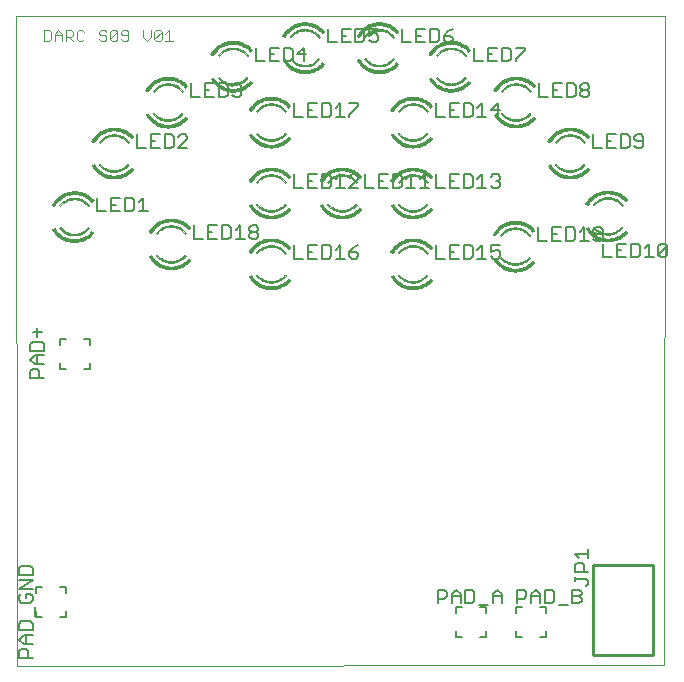
<source format=gto>
G75*
G70*
%OFA0B0*%
%FSLAX24Y24*%
%IPPOS*%
%LPD*%
%AMOC8*
5,1,8,0,0,1.08239X$1,22.5*
%
%ADD10C,0.0000*%
%ADD11C,0.0030*%
%ADD12C,0.0060*%
%ADD13C,0.0050*%
%ADD14C,0.0010*%
%ADD15C,0.0100*%
D10*
X001020Y001653D02*
X000995Y023298D01*
X022612Y023298D01*
X022587Y001678D01*
X001020Y001653D01*
D11*
X001908Y022478D02*
X002093Y022478D01*
X002155Y022540D01*
X002155Y022787D01*
X002093Y022848D01*
X001908Y022848D01*
X001908Y022478D01*
X002276Y022478D02*
X002276Y022725D01*
X002400Y022848D01*
X002523Y022725D01*
X002523Y022478D01*
X002645Y022478D02*
X002645Y022848D01*
X002830Y022848D01*
X002891Y022787D01*
X002891Y022663D01*
X002830Y022601D01*
X002645Y022601D01*
X002768Y022601D02*
X002891Y022478D01*
X003013Y022540D02*
X003013Y022787D01*
X003075Y022848D01*
X003198Y022848D01*
X003260Y022787D01*
X003260Y022540D02*
X003198Y022478D01*
X003075Y022478D01*
X003013Y022540D01*
X002523Y022663D02*
X002276Y022663D01*
X003749Y022725D02*
X003811Y022663D01*
X003935Y022663D01*
X003996Y022601D01*
X003996Y022540D01*
X003935Y022478D01*
X003811Y022478D01*
X003749Y022540D01*
X003749Y022725D02*
X003749Y022787D01*
X003811Y022848D01*
X003935Y022848D01*
X003996Y022787D01*
X004118Y022787D02*
X004179Y022848D01*
X004303Y022848D01*
X004365Y022787D01*
X004118Y022540D01*
X004179Y022478D01*
X004303Y022478D01*
X004365Y022540D01*
X004365Y022787D01*
X004486Y022787D02*
X004486Y022725D01*
X004548Y022663D01*
X004733Y022663D01*
X004733Y022540D02*
X004733Y022787D01*
X004671Y022848D01*
X004548Y022848D01*
X004486Y022787D01*
X004486Y022540D02*
X004548Y022478D01*
X004671Y022478D01*
X004733Y022540D01*
X005223Y022601D02*
X005346Y022478D01*
X005470Y022601D01*
X005470Y022848D01*
X005591Y022787D02*
X005653Y022848D01*
X005776Y022848D01*
X005838Y022787D01*
X005591Y022540D01*
X005653Y022478D01*
X005776Y022478D01*
X005838Y022540D01*
X005838Y022787D01*
X005959Y022725D02*
X006083Y022848D01*
X006083Y022478D01*
X006206Y022478D02*
X005959Y022478D01*
X005591Y022540D02*
X005591Y022787D01*
X005223Y022848D02*
X005223Y022601D01*
X004118Y022540D02*
X004118Y022787D01*
D12*
X003468Y012538D02*
X003268Y012538D01*
X003468Y012538D02*
X003468Y012338D01*
X003468Y011738D02*
X003468Y011538D01*
X003268Y011538D01*
X002668Y011538D02*
X002468Y011538D01*
X002468Y011738D01*
X002468Y012338D02*
X002468Y012538D01*
X002668Y012538D01*
X002643Y004288D02*
X002443Y004288D01*
X002643Y004288D02*
X002643Y004088D01*
X002643Y003488D02*
X002643Y003288D01*
X002443Y003288D01*
X001843Y003288D02*
X001643Y003288D01*
X001643Y003488D01*
X001643Y004088D02*
X001643Y004288D01*
X001843Y004288D01*
X015643Y003613D02*
X015643Y003413D01*
X015643Y003613D02*
X015843Y003613D01*
X016443Y003613D02*
X016643Y003613D01*
X016643Y003413D01*
X016643Y002813D02*
X016643Y002613D01*
X016443Y002613D01*
X015843Y002613D02*
X015643Y002613D01*
X015643Y002813D01*
X017668Y002813D02*
X017668Y002613D01*
X017868Y002613D01*
X018468Y002613D02*
X018668Y002613D01*
X018668Y002813D01*
X018668Y003413D02*
X018668Y003613D01*
X018468Y003613D01*
X017868Y003613D02*
X017668Y003613D01*
X017668Y003413D01*
D13*
X017693Y003738D02*
X017693Y004188D01*
X017918Y004188D01*
X017993Y004113D01*
X017993Y003963D01*
X017918Y003888D01*
X017693Y003888D01*
X018153Y003963D02*
X018454Y003963D01*
X018454Y004038D02*
X018454Y003738D01*
X018614Y003738D02*
X018839Y003738D01*
X018914Y003813D01*
X018914Y004113D01*
X018839Y004188D01*
X018614Y004188D01*
X018614Y003738D01*
X018454Y004038D02*
X018303Y004188D01*
X018153Y004038D01*
X018153Y003738D01*
X019074Y003663D02*
X019374Y003663D01*
X019534Y003738D02*
X019760Y003738D01*
X019835Y003813D01*
X019835Y003888D01*
X019760Y003963D01*
X019534Y003963D01*
X019534Y003738D02*
X019534Y004188D01*
X019760Y004188D01*
X019835Y004113D01*
X019835Y004038D01*
X019760Y003963D01*
X019993Y004313D02*
X020068Y004388D01*
X020068Y004463D01*
X019993Y004538D01*
X019618Y004538D01*
X019618Y004463D02*
X019618Y004613D01*
X019618Y004773D02*
X019618Y004999D01*
X019693Y005074D01*
X019843Y005074D01*
X019918Y004999D01*
X019918Y004773D01*
X020068Y004773D02*
X019618Y004773D01*
X019768Y005234D02*
X019618Y005384D01*
X020068Y005384D01*
X020068Y005234D02*
X020068Y005534D01*
X017185Y004038D02*
X017185Y003738D01*
X017185Y003963D02*
X016884Y003963D01*
X016884Y004038D02*
X017034Y004188D01*
X017185Y004038D01*
X016884Y004038D02*
X016884Y003738D01*
X016724Y003663D02*
X016424Y003663D01*
X016264Y003813D02*
X016264Y004113D01*
X016189Y004188D01*
X015964Y004188D01*
X015964Y003738D01*
X016189Y003738D01*
X016264Y003813D01*
X015804Y003738D02*
X015804Y004038D01*
X015653Y004188D01*
X015503Y004038D01*
X015503Y003738D01*
X015503Y003963D02*
X015804Y003963D01*
X015343Y003963D02*
X015268Y003888D01*
X015043Y003888D01*
X015043Y003738D02*
X015043Y004188D01*
X015268Y004188D01*
X015343Y004113D01*
X015343Y003963D01*
X015282Y015224D02*
X014982Y015224D01*
X014982Y015674D01*
X015442Y015674D02*
X015442Y015224D01*
X015743Y015224D01*
X015903Y015224D02*
X016128Y015224D01*
X016203Y015299D01*
X016203Y015599D01*
X016128Y015674D01*
X015903Y015674D01*
X015903Y015224D01*
X015592Y015449D02*
X015442Y015449D01*
X015442Y015674D02*
X015743Y015674D01*
X016363Y015524D02*
X016513Y015674D01*
X016513Y015224D01*
X016363Y015224D02*
X016663Y015224D01*
X016823Y015299D02*
X016898Y015224D01*
X017049Y015224D01*
X017124Y015299D01*
X017124Y015449D01*
X017049Y015524D01*
X016973Y015524D01*
X016823Y015449D01*
X016823Y015674D01*
X017124Y015674D01*
X018393Y015813D02*
X018693Y015813D01*
X018853Y015813D02*
X019154Y015813D01*
X019314Y015813D02*
X019539Y015813D01*
X019614Y015888D01*
X019614Y016188D01*
X019539Y016263D01*
X019314Y016263D01*
X019314Y015813D01*
X019003Y016038D02*
X018853Y016038D01*
X018853Y016263D02*
X018853Y015813D01*
X018853Y016263D02*
X019154Y016263D01*
X019774Y016113D02*
X019924Y016263D01*
X019924Y015813D01*
X019774Y015813D02*
X020074Y015813D01*
X020234Y015888D02*
X020309Y015813D01*
X020460Y015813D01*
X020535Y015888D01*
X020535Y016188D01*
X020460Y016263D01*
X020309Y016263D01*
X020234Y016188D01*
X020234Y016113D01*
X020309Y016038D01*
X020535Y016038D01*
X020557Y015723D02*
X020557Y015272D01*
X020857Y015272D01*
X021017Y015272D02*
X021318Y015272D01*
X021478Y015272D02*
X021703Y015272D01*
X021778Y015347D01*
X021778Y015648D01*
X021703Y015723D01*
X021478Y015723D01*
X021478Y015272D01*
X021167Y015497D02*
X021017Y015497D01*
X021017Y015272D02*
X021017Y015723D01*
X021318Y015723D01*
X021938Y015572D02*
X022088Y015723D01*
X022088Y015272D01*
X021938Y015272D02*
X022238Y015272D01*
X022398Y015347D02*
X022699Y015648D01*
X022699Y015347D01*
X022624Y015272D01*
X022473Y015272D01*
X022398Y015347D01*
X022398Y015648D01*
X022473Y015723D01*
X022624Y015723D01*
X022699Y015648D01*
X021824Y018917D02*
X021674Y018917D01*
X021599Y018992D01*
X021439Y018992D02*
X021439Y019292D01*
X021364Y019367D01*
X021139Y019367D01*
X021139Y018917D01*
X021364Y018917D01*
X021439Y018992D01*
X021599Y019217D02*
X021674Y019142D01*
X021899Y019142D01*
X021899Y018992D02*
X021899Y019292D01*
X021824Y019367D01*
X021674Y019367D01*
X021599Y019292D01*
X021599Y019217D01*
X021824Y018917D02*
X021899Y018992D01*
X020979Y018917D02*
X020679Y018917D01*
X020679Y019367D01*
X020979Y019367D01*
X020829Y019142D02*
X020679Y019142D01*
X020518Y018917D02*
X020218Y018917D01*
X020218Y019367D01*
X020025Y020618D02*
X019875Y020618D01*
X019800Y020693D01*
X019800Y020768D01*
X019875Y020843D01*
X020025Y020843D01*
X020100Y020768D01*
X020100Y020693D01*
X020025Y020618D01*
X020025Y020843D02*
X020100Y020918D01*
X020100Y020993D01*
X020025Y021068D01*
X019875Y021068D01*
X019800Y020993D01*
X019800Y020918D01*
X019875Y020843D01*
X019640Y020693D02*
X019640Y020993D01*
X019565Y021068D01*
X019340Y021068D01*
X019340Y020618D01*
X019565Y020618D01*
X019640Y020693D01*
X019180Y020618D02*
X018879Y020618D01*
X018879Y021068D01*
X019180Y021068D01*
X019029Y020843D02*
X018879Y020843D01*
X018719Y020618D02*
X018419Y020618D01*
X018419Y021068D01*
X017635Y021810D02*
X017635Y021885D01*
X017935Y022186D01*
X017935Y022261D01*
X017635Y022261D01*
X017475Y022186D02*
X017399Y022261D01*
X017174Y022261D01*
X017174Y021810D01*
X017399Y021810D01*
X017475Y021885D01*
X017475Y022186D01*
X017014Y022261D02*
X016714Y022261D01*
X016714Y021810D01*
X017014Y021810D01*
X016864Y022036D02*
X016714Y022036D01*
X016554Y021810D02*
X016254Y021810D01*
X016254Y022261D01*
X015541Y022504D02*
X015466Y022429D01*
X015316Y022429D01*
X015241Y022504D01*
X015241Y022654D01*
X015466Y022654D01*
X015541Y022579D01*
X015541Y022504D01*
X015391Y022804D02*
X015241Y022654D01*
X015391Y022804D02*
X015541Y022879D01*
X015081Y022804D02*
X015081Y022504D01*
X015006Y022429D01*
X014781Y022429D01*
X014781Y022879D01*
X015006Y022879D01*
X015081Y022804D01*
X014620Y022879D02*
X014320Y022879D01*
X014320Y022429D01*
X014620Y022429D01*
X014470Y022654D02*
X014320Y022654D01*
X014160Y022429D02*
X013860Y022429D01*
X013860Y022879D01*
X013061Y022879D02*
X012761Y022879D01*
X012761Y022654D01*
X012911Y022729D01*
X012986Y022729D01*
X013061Y022654D01*
X013061Y022504D01*
X012986Y022429D01*
X012836Y022429D01*
X012761Y022504D01*
X012601Y022504D02*
X012525Y022429D01*
X012300Y022429D01*
X012300Y022879D01*
X012525Y022879D01*
X012601Y022804D01*
X012601Y022504D01*
X012140Y022429D02*
X011840Y022429D01*
X011840Y022879D01*
X012140Y022879D01*
X011990Y022654D02*
X011840Y022654D01*
X011680Y022429D02*
X011380Y022429D01*
X011380Y022879D01*
X010592Y022261D02*
X010367Y022036D01*
X010667Y022036D01*
X010592Y022261D02*
X010592Y021810D01*
X010207Y021885D02*
X010207Y022186D01*
X010132Y022261D01*
X009907Y022261D01*
X009907Y021810D01*
X010132Y021810D01*
X010207Y021885D01*
X009746Y021810D02*
X009446Y021810D01*
X009446Y022261D01*
X009746Y022261D01*
X009596Y022036D02*
X009446Y022036D01*
X009286Y021810D02*
X008986Y021810D01*
X008986Y022261D01*
X008423Y021064D02*
X008273Y021064D01*
X008198Y020989D01*
X008038Y020989D02*
X007962Y021064D01*
X007737Y021064D01*
X007737Y020614D01*
X007962Y020614D01*
X008038Y020689D01*
X008038Y020989D01*
X008198Y020689D02*
X008273Y020614D01*
X008423Y020614D01*
X008498Y020689D01*
X008498Y020764D01*
X008423Y020839D01*
X008348Y020839D01*
X008423Y020839D02*
X008498Y020914D01*
X008498Y020989D01*
X008423Y021064D01*
X007577Y021064D02*
X007277Y021064D01*
X007277Y020614D01*
X007577Y020614D01*
X007427Y020839D02*
X007277Y020839D01*
X007117Y020614D02*
X006817Y020614D01*
X006817Y021064D01*
X006624Y019367D02*
X006473Y019367D01*
X006398Y019292D01*
X006238Y019292D02*
X006163Y019367D01*
X005938Y019367D01*
X005938Y018917D01*
X006163Y018917D01*
X006238Y018992D01*
X006238Y019292D01*
X006624Y019367D02*
X006699Y019292D01*
X006699Y019217D01*
X006398Y018917D01*
X006699Y018917D01*
X005778Y018917D02*
X005478Y018917D01*
X005478Y019367D01*
X005778Y019367D01*
X005628Y019142D02*
X005478Y019142D01*
X005318Y018917D02*
X005017Y018917D01*
X005017Y019367D01*
X004844Y017249D02*
X004619Y017249D01*
X004619Y016799D01*
X004844Y016799D01*
X004919Y016874D01*
X004919Y017174D01*
X004844Y017249D01*
X005080Y017099D02*
X005230Y017249D01*
X005230Y016799D01*
X005080Y016799D02*
X005380Y016799D01*
X004459Y016799D02*
X004159Y016799D01*
X004159Y017249D01*
X004459Y017249D01*
X004309Y017024D02*
X004159Y017024D01*
X003999Y016799D02*
X003698Y016799D01*
X003698Y017249D01*
X006922Y016336D02*
X006922Y015886D01*
X007223Y015886D01*
X007383Y015886D02*
X007683Y015886D01*
X007843Y015886D02*
X008068Y015886D01*
X008143Y015961D01*
X008143Y016261D01*
X008068Y016336D01*
X007843Y016336D01*
X007843Y015886D01*
X008304Y015886D02*
X008604Y015886D01*
X008454Y015886D02*
X008454Y016336D01*
X008304Y016186D01*
X008764Y016186D02*
X008764Y016261D01*
X008839Y016336D01*
X008989Y016336D01*
X009064Y016261D01*
X009064Y016186D01*
X008989Y016111D01*
X008839Y016111D01*
X008764Y016186D01*
X008839Y016111D02*
X008764Y016036D01*
X008764Y015961D01*
X008839Y015886D01*
X008989Y015886D01*
X009064Y015961D01*
X009064Y016036D01*
X008989Y016111D01*
X007683Y016336D02*
X007383Y016336D01*
X007383Y015886D01*
X007383Y016111D02*
X007533Y016111D01*
X010258Y015674D02*
X010258Y015224D01*
X010558Y015224D01*
X010718Y015224D02*
X011018Y015224D01*
X011178Y015224D02*
X011403Y015224D01*
X011478Y015299D01*
X011478Y015599D01*
X011403Y015674D01*
X011178Y015674D01*
X011178Y015224D01*
X010868Y015449D02*
X010718Y015449D01*
X010718Y015674D02*
X010718Y015224D01*
X010718Y015674D02*
X011018Y015674D01*
X011639Y015524D02*
X011789Y015674D01*
X011789Y015224D01*
X011639Y015224D02*
X011939Y015224D01*
X012099Y015299D02*
X012099Y015449D01*
X012324Y015449D01*
X012399Y015374D01*
X012399Y015299D01*
X012324Y015224D01*
X012174Y015224D01*
X012099Y015299D01*
X012099Y015449D02*
X012249Y015599D01*
X012399Y015674D01*
X012399Y017586D02*
X012099Y017586D01*
X012399Y017886D01*
X012399Y017961D01*
X012324Y018036D01*
X012174Y018036D01*
X012099Y017961D01*
X011789Y018036D02*
X011789Y017586D01*
X011639Y017586D02*
X011939Y017586D01*
X011639Y017886D02*
X011789Y018036D01*
X011478Y017961D02*
X011478Y017661D01*
X011403Y017586D01*
X011178Y017586D01*
X011178Y018036D01*
X011403Y018036D01*
X011478Y017961D01*
X011018Y018036D02*
X010718Y018036D01*
X010718Y017586D01*
X011018Y017586D01*
X010868Y017811D02*
X010718Y017811D01*
X010558Y017586D02*
X010258Y017586D01*
X010258Y018036D01*
X010258Y019948D02*
X010558Y019948D01*
X010718Y019948D02*
X011018Y019948D01*
X011178Y019948D02*
X011403Y019948D01*
X011478Y020023D01*
X011478Y020324D01*
X011403Y020399D01*
X011178Y020399D01*
X011178Y019948D01*
X010868Y020173D02*
X010718Y020173D01*
X010718Y019948D02*
X010718Y020399D01*
X011018Y020399D01*
X011639Y020248D02*
X011789Y020399D01*
X011789Y019948D01*
X011639Y019948D02*
X011939Y019948D01*
X012099Y019948D02*
X012099Y020023D01*
X012399Y020324D01*
X012399Y020399D01*
X012099Y020399D01*
X010258Y020399D02*
X010258Y019948D01*
X012620Y018036D02*
X012620Y017586D01*
X012920Y017586D01*
X013080Y017586D02*
X013380Y017586D01*
X013540Y017586D02*
X013766Y017586D01*
X013841Y017661D01*
X013841Y017961D01*
X013766Y018036D01*
X013540Y018036D01*
X013540Y017586D01*
X013230Y017811D02*
X013080Y017811D01*
X013080Y018036D02*
X013080Y017586D01*
X013080Y018036D02*
X013380Y018036D01*
X014001Y017886D02*
X014151Y018036D01*
X014151Y017586D01*
X014001Y017586D02*
X014301Y017586D01*
X014461Y017586D02*
X014761Y017586D01*
X014611Y017586D02*
X014611Y018036D01*
X014461Y017886D01*
X014982Y018036D02*
X014982Y017586D01*
X015282Y017586D01*
X015442Y017586D02*
X015743Y017586D01*
X015903Y017586D02*
X016128Y017586D01*
X016203Y017661D01*
X016203Y017961D01*
X016128Y018036D01*
X015903Y018036D01*
X015903Y017586D01*
X015592Y017811D02*
X015442Y017811D01*
X015442Y018036D02*
X015442Y017586D01*
X015442Y018036D02*
X015743Y018036D01*
X016363Y017886D02*
X016513Y018036D01*
X016513Y017586D01*
X016363Y017586D02*
X016663Y017586D01*
X016823Y017661D02*
X016898Y017586D01*
X017049Y017586D01*
X017124Y017661D01*
X017124Y017736D01*
X017049Y017811D01*
X016973Y017811D01*
X017049Y017811D02*
X017124Y017886D01*
X017124Y017961D01*
X017049Y018036D01*
X016898Y018036D01*
X016823Y017961D01*
X018393Y016263D02*
X018393Y015813D01*
X017049Y019948D02*
X017049Y020399D01*
X016823Y020173D01*
X017124Y020173D01*
X016663Y019948D02*
X016363Y019948D01*
X016513Y019948D02*
X016513Y020399D01*
X016363Y020248D01*
X016203Y020324D02*
X016128Y020399D01*
X015903Y020399D01*
X015903Y019948D01*
X016128Y019948D01*
X016203Y020023D01*
X016203Y020324D01*
X015743Y020399D02*
X015442Y020399D01*
X015442Y019948D01*
X015743Y019948D01*
X015592Y020173D02*
X015442Y020173D01*
X015282Y019948D02*
X014982Y019948D01*
X014982Y020399D01*
X001843Y012769D02*
X001543Y012769D01*
X001693Y012619D02*
X001693Y012919D01*
X001843Y012459D02*
X001543Y012459D01*
X001468Y012384D01*
X001468Y012159D01*
X001918Y012159D01*
X001918Y012384D01*
X001843Y012459D01*
X001918Y011999D02*
X001618Y011999D01*
X001468Y011848D01*
X001618Y011698D01*
X001918Y011698D01*
X001693Y011698D02*
X001693Y011999D01*
X001693Y011538D02*
X001768Y011463D01*
X001768Y011238D01*
X001918Y011238D02*
X001468Y011238D01*
X001468Y011463D01*
X001543Y011538D01*
X001693Y011538D01*
X001468Y004978D02*
X001168Y004978D01*
X001093Y004903D01*
X001093Y004677D01*
X001543Y004677D01*
X001543Y004903D01*
X001468Y004978D01*
X001543Y004517D02*
X001093Y004517D01*
X001093Y004217D02*
X001543Y004517D01*
X001543Y004217D02*
X001093Y004217D01*
X001168Y004057D02*
X001093Y003982D01*
X001093Y003832D01*
X001168Y003757D01*
X001468Y003757D01*
X001543Y003832D01*
X001543Y003982D01*
X001468Y004057D01*
X001318Y004057D01*
X001318Y003907D01*
X001618Y003597D02*
X001618Y003296D01*
X001468Y003136D02*
X001168Y003136D01*
X001093Y003061D01*
X001093Y002836D01*
X001543Y002836D01*
X001543Y003061D01*
X001468Y003136D01*
X001543Y002676D02*
X001243Y002676D01*
X001093Y002526D01*
X001243Y002376D01*
X001543Y002376D01*
X001318Y002376D02*
X001318Y002676D01*
X001318Y002216D02*
X001168Y002216D01*
X001093Y002140D01*
X001093Y001915D01*
X001543Y001915D01*
X001393Y001915D02*
X001393Y002140D01*
X001318Y002216D01*
D14*
X008751Y014626D02*
X008829Y014671D01*
X008829Y014670D02*
X008857Y014626D01*
X008888Y014584D01*
X008921Y014544D01*
X008957Y014506D01*
X008996Y014471D01*
X009037Y014439D01*
X009081Y014409D01*
X009126Y014383D01*
X009173Y014360D01*
X009221Y014340D01*
X009271Y014324D01*
X009321Y014311D01*
X009373Y014302D01*
X009425Y014296D01*
X009477Y014294D01*
X009478Y014205D01*
X009477Y014204D01*
X009422Y014206D01*
X009368Y014212D01*
X009313Y014221D01*
X009260Y014234D01*
X009208Y014250D01*
X009156Y014269D01*
X009106Y014292D01*
X009058Y014318D01*
X009011Y014347D01*
X008967Y014379D01*
X008924Y014414D01*
X008884Y014452D01*
X008847Y014492D01*
X008812Y014534D01*
X008780Y014579D01*
X008751Y014625D01*
X008759Y014630D01*
X008789Y014581D01*
X008824Y014534D01*
X008861Y014490D01*
X008901Y014448D01*
X008944Y014409D01*
X008990Y014373D01*
X009038Y014341D01*
X009088Y014312D01*
X009140Y014286D01*
X009193Y014264D01*
X009248Y014246D01*
X009305Y014232D01*
X009362Y014222D01*
X009419Y014215D01*
X009477Y014213D01*
X009477Y014222D01*
X009420Y014224D01*
X009363Y014231D01*
X009306Y014241D01*
X009251Y014255D01*
X009196Y014273D01*
X009143Y014294D01*
X009092Y014320D01*
X009042Y014349D01*
X008995Y014381D01*
X008950Y014416D01*
X008907Y014454D01*
X008867Y014496D01*
X008831Y014539D01*
X008797Y014586D01*
X008766Y014634D01*
X008774Y014639D01*
X008804Y014591D01*
X008838Y014545D01*
X008874Y014502D01*
X008914Y014461D01*
X008956Y014423D01*
X009000Y014388D01*
X009047Y014356D01*
X009096Y014328D01*
X009147Y014303D01*
X009200Y014281D01*
X009253Y014264D01*
X009308Y014250D01*
X009364Y014240D01*
X009420Y014233D01*
X009477Y014231D01*
X009477Y014240D01*
X009421Y014242D01*
X009365Y014248D01*
X009310Y014258D01*
X009256Y014272D01*
X009203Y014290D01*
X009151Y014311D01*
X009100Y014336D01*
X009052Y014364D01*
X009006Y014395D01*
X008961Y014430D01*
X008920Y014467D01*
X008881Y014508D01*
X008845Y014550D01*
X008812Y014596D01*
X008782Y014643D01*
X008790Y014648D01*
X008819Y014601D01*
X008852Y014556D01*
X008888Y014514D01*
X008926Y014474D01*
X008967Y014437D01*
X009011Y014402D01*
X009057Y014371D01*
X009105Y014344D01*
X009154Y014319D01*
X009206Y014298D01*
X009258Y014281D01*
X009312Y014267D01*
X009367Y014257D01*
X009422Y014251D01*
X009477Y014249D01*
X009477Y014258D01*
X009422Y014260D01*
X009368Y014266D01*
X009314Y014276D01*
X009261Y014290D01*
X009209Y014307D01*
X009158Y014327D01*
X009109Y014352D01*
X009062Y014379D01*
X009016Y014410D01*
X008973Y014443D01*
X008932Y014480D01*
X008894Y014520D01*
X008859Y014562D01*
X008827Y014606D01*
X008798Y014652D01*
X008806Y014657D01*
X008834Y014611D01*
X008866Y014567D01*
X008901Y014526D01*
X008939Y014487D01*
X008979Y014450D01*
X009021Y014417D01*
X009066Y014387D01*
X009113Y014359D01*
X009162Y014336D01*
X009212Y014315D01*
X009263Y014298D01*
X009316Y014285D01*
X009369Y014275D01*
X009423Y014269D01*
X009477Y014267D01*
X009477Y014276D01*
X009424Y014278D01*
X009370Y014284D01*
X009318Y014294D01*
X009266Y014307D01*
X009215Y014324D01*
X009165Y014344D01*
X009117Y014367D01*
X009071Y014394D01*
X009027Y014424D01*
X008985Y014457D01*
X008945Y014493D01*
X008908Y014532D01*
X008873Y014573D01*
X008842Y014616D01*
X008813Y014661D01*
X008821Y014666D01*
X008849Y014621D01*
X008880Y014578D01*
X008914Y014538D01*
X008951Y014500D01*
X008990Y014464D01*
X009032Y014432D01*
X009076Y014402D01*
X009122Y014375D01*
X009169Y014352D01*
X009218Y014332D01*
X009268Y014315D01*
X009320Y014302D01*
X009372Y014293D01*
X009424Y014287D01*
X009477Y014285D01*
X009487Y014205D02*
X009487Y014295D01*
X009488Y014294D02*
X009542Y014296D01*
X009595Y014302D01*
X009648Y014312D01*
X009700Y014326D01*
X009751Y014343D01*
X009801Y014364D01*
X009849Y014388D01*
X009895Y014416D01*
X009939Y014447D01*
X009980Y014481D01*
X010020Y014518D01*
X010056Y014557D01*
X010124Y014500D01*
X010125Y014499D01*
X010087Y014458D01*
X010047Y014420D01*
X010004Y014384D01*
X009959Y014351D01*
X009912Y014321D01*
X009864Y014295D01*
X009813Y014271D01*
X009761Y014251D01*
X009708Y014235D01*
X009654Y014221D01*
X009599Y014212D01*
X009544Y014206D01*
X009488Y014204D01*
X009488Y014213D01*
X009543Y014215D01*
X009598Y014221D01*
X009652Y014230D01*
X009706Y014243D01*
X009758Y014260D01*
X009810Y014279D01*
X009860Y014303D01*
X009908Y014329D01*
X009954Y014359D01*
X009999Y014391D01*
X010041Y014426D01*
X010081Y014465D01*
X010118Y014505D01*
X010111Y014511D01*
X010074Y014471D01*
X010035Y014433D01*
X009993Y014398D01*
X009949Y014366D01*
X009903Y014337D01*
X009855Y014311D01*
X009806Y014288D01*
X009755Y014268D01*
X009703Y014252D01*
X009650Y014239D01*
X009597Y014230D01*
X009542Y014224D01*
X009488Y014222D01*
X009488Y014231D01*
X009542Y014233D01*
X009595Y014239D01*
X009648Y014248D01*
X009701Y014261D01*
X009752Y014277D01*
X009803Y014296D01*
X009851Y014319D01*
X009899Y014344D01*
X009944Y014373D01*
X009988Y014405D01*
X010029Y014440D01*
X010068Y014477D01*
X010104Y014517D01*
X010097Y014523D01*
X010061Y014483D01*
X010023Y014446D01*
X009982Y014412D01*
X009939Y014381D01*
X009894Y014352D01*
X009847Y014327D01*
X009799Y014304D01*
X009749Y014285D01*
X009698Y014269D01*
X009647Y014257D01*
X009594Y014248D01*
X009541Y014242D01*
X009488Y014240D01*
X009488Y014249D01*
X009545Y014251D01*
X009602Y014258D01*
X009658Y014268D01*
X009713Y014283D01*
X009767Y014301D01*
X009820Y014323D01*
X009870Y014349D01*
X009919Y014378D01*
X009966Y014411D01*
X010010Y014447D01*
X010052Y014486D01*
X010090Y014528D01*
X010084Y014534D01*
X010045Y014493D01*
X010004Y014454D01*
X009961Y014418D01*
X009914Y014386D01*
X009866Y014357D01*
X009816Y014331D01*
X009764Y014310D01*
X009710Y014291D01*
X009656Y014277D01*
X009600Y014267D01*
X009544Y014260D01*
X009488Y014258D01*
X009488Y014267D01*
X009544Y014269D01*
X009599Y014276D01*
X009654Y014286D01*
X009708Y014300D01*
X009761Y014318D01*
X009812Y014340D01*
X009862Y014365D01*
X009910Y014394D01*
X009955Y014426D01*
X009998Y014461D01*
X010039Y014499D01*
X010077Y014540D01*
X010070Y014546D01*
X010033Y014505D01*
X009992Y014468D01*
X009950Y014433D01*
X009905Y014401D01*
X009857Y014373D01*
X009808Y014348D01*
X009757Y014326D01*
X009705Y014309D01*
X009652Y014295D01*
X009598Y014285D01*
X009543Y014278D01*
X009488Y014276D01*
X009488Y014285D01*
X009542Y014287D01*
X009597Y014293D01*
X009650Y014303D01*
X009703Y014317D01*
X009754Y014335D01*
X009804Y014356D01*
X009853Y014381D01*
X009900Y014409D01*
X009944Y014440D01*
X009986Y014474D01*
X010026Y014512D01*
X010063Y014552D01*
X009478Y015893D02*
X009478Y015803D01*
X009478Y015804D02*
X009424Y015802D01*
X009371Y015796D01*
X009318Y015786D01*
X009266Y015772D01*
X009215Y015755D01*
X009166Y015734D01*
X009118Y015710D01*
X009072Y015682D01*
X009028Y015651D01*
X008986Y015617D01*
X008947Y015581D01*
X008910Y015541D01*
X008877Y015499D01*
X008846Y015455D01*
X008819Y015409D01*
X008740Y015451D01*
X008768Y015500D01*
X008800Y015546D01*
X008835Y015591D01*
X008872Y015633D01*
X008913Y015672D01*
X008956Y015709D01*
X009001Y015743D01*
X009048Y015774D01*
X009098Y015801D01*
X009149Y015825D01*
X009201Y015846D01*
X009255Y015863D01*
X009310Y015876D01*
X009365Y015886D01*
X009422Y015892D01*
X009478Y015894D01*
X009478Y015885D01*
X009422Y015883D01*
X009367Y015877D01*
X009312Y015867D01*
X009257Y015854D01*
X009204Y015837D01*
X009152Y015817D01*
X009102Y015793D01*
X009053Y015766D01*
X009006Y015736D01*
X008961Y015702D01*
X008919Y015666D01*
X008879Y015627D01*
X008842Y015585D01*
X008807Y015541D01*
X008776Y015495D01*
X008748Y015447D01*
X008756Y015443D01*
X008784Y015490D01*
X008815Y015536D01*
X008849Y015579D01*
X008885Y015621D01*
X008925Y015659D01*
X008967Y015695D01*
X009011Y015728D01*
X009057Y015758D01*
X009106Y015785D01*
X009156Y015808D01*
X009207Y015829D01*
X009260Y015845D01*
X009313Y015858D01*
X009368Y015868D01*
X009423Y015874D01*
X009478Y015876D01*
X009478Y015867D01*
X009423Y015865D01*
X009369Y015859D01*
X009315Y015850D01*
X009262Y015837D01*
X009210Y015820D01*
X009159Y015800D01*
X009110Y015777D01*
X009062Y015750D01*
X009016Y015721D01*
X008972Y015688D01*
X008931Y015653D01*
X008892Y015614D01*
X008855Y015574D01*
X008822Y015531D01*
X008791Y015485D01*
X008764Y015438D01*
X008772Y015434D01*
X008799Y015481D01*
X008829Y015525D01*
X008862Y015568D01*
X008898Y015608D01*
X008937Y015646D01*
X008978Y015681D01*
X009021Y015713D01*
X009067Y015743D01*
X009114Y015769D01*
X009163Y015792D01*
X009213Y015812D01*
X009265Y015828D01*
X009317Y015841D01*
X009370Y015850D01*
X009424Y015856D01*
X009478Y015858D01*
X009478Y015849D01*
X009421Y015847D01*
X009364Y015840D01*
X009308Y015830D01*
X009253Y015815D01*
X009199Y015797D01*
X009147Y015775D01*
X009096Y015749D01*
X009047Y015720D01*
X009001Y015687D01*
X008956Y015651D01*
X008915Y015612D01*
X008876Y015570D01*
X008841Y015526D01*
X008808Y015479D01*
X008779Y015430D01*
X008787Y015426D01*
X008816Y015474D01*
X008848Y015521D01*
X008883Y015565D01*
X008921Y015606D01*
X008962Y015644D01*
X009006Y015680D01*
X009052Y015712D01*
X009100Y015741D01*
X009151Y015767D01*
X009203Y015789D01*
X009256Y015807D01*
X009310Y015821D01*
X009366Y015831D01*
X009422Y015838D01*
X009478Y015840D01*
X009478Y015831D01*
X009422Y015829D01*
X009367Y015822D01*
X009312Y015812D01*
X009258Y015798D01*
X009206Y015780D01*
X009154Y015759D01*
X009105Y015733D01*
X009057Y015705D01*
X009011Y015673D01*
X008968Y015638D01*
X008928Y015600D01*
X008890Y015559D01*
X008855Y015515D01*
X008824Y015469D01*
X008795Y015421D01*
X008803Y015417D01*
X008831Y015465D01*
X008862Y015510D01*
X008897Y015553D01*
X008934Y015593D01*
X008974Y015631D01*
X009017Y015666D01*
X009062Y015697D01*
X009109Y015726D01*
X009158Y015750D01*
X009209Y015772D01*
X009261Y015789D01*
X009314Y015803D01*
X009368Y015813D01*
X009423Y015820D01*
X009478Y015822D01*
X009478Y015813D01*
X009424Y015811D01*
X009370Y015805D01*
X009316Y015795D01*
X009264Y015781D01*
X009212Y015763D01*
X009162Y015742D01*
X009113Y015718D01*
X009067Y015690D01*
X009022Y015658D01*
X008980Y015624D01*
X008941Y015587D01*
X008904Y015547D01*
X008870Y015505D01*
X008839Y015460D01*
X008811Y015413D01*
X010128Y015593D02*
X010059Y015536D01*
X010060Y015536D02*
X010023Y015576D01*
X009984Y015614D01*
X009942Y015648D01*
X009898Y015680D01*
X009852Y015708D01*
X009803Y015733D01*
X009753Y015754D01*
X009702Y015772D01*
X009649Y015785D01*
X009596Y015795D01*
X009542Y015802D01*
X009488Y015804D01*
X009487Y015893D01*
X009488Y015894D01*
X009544Y015892D01*
X009600Y015886D01*
X009655Y015876D01*
X009710Y015863D01*
X009763Y015846D01*
X009816Y015826D01*
X009867Y015802D01*
X009916Y015775D01*
X009963Y015744D01*
X010008Y015711D01*
X010051Y015675D01*
X010091Y015636D01*
X010129Y015594D01*
X010122Y015588D01*
X010085Y015629D01*
X010045Y015668D01*
X010003Y015704D01*
X009958Y015737D01*
X009911Y015767D01*
X009863Y015794D01*
X009812Y015817D01*
X009760Y015838D01*
X009707Y015854D01*
X009653Y015867D01*
X009599Y015877D01*
X009544Y015883D01*
X009488Y015885D01*
X009488Y015876D01*
X009543Y015874D01*
X009598Y015868D01*
X009652Y015859D01*
X009705Y015846D01*
X009757Y015829D01*
X009809Y015809D01*
X009858Y015786D01*
X009907Y015759D01*
X009953Y015730D01*
X009997Y015697D01*
X010039Y015661D01*
X010078Y015623D01*
X010115Y015582D01*
X010108Y015577D01*
X010072Y015617D01*
X010033Y015655D01*
X009991Y015690D01*
X009948Y015722D01*
X009902Y015752D01*
X009854Y015778D01*
X009805Y015801D01*
X009755Y015821D01*
X009703Y015837D01*
X009650Y015850D01*
X009596Y015859D01*
X009542Y015865D01*
X009488Y015867D01*
X009488Y015858D01*
X009542Y015856D01*
X009595Y015850D01*
X009648Y015841D01*
X009700Y015828D01*
X009752Y015812D01*
X009802Y015793D01*
X009850Y015770D01*
X009897Y015744D01*
X009943Y015715D01*
X009986Y015683D01*
X010027Y015648D01*
X010065Y015611D01*
X010101Y015571D01*
X010094Y015565D01*
X010059Y015604D01*
X010021Y015641D01*
X009980Y015676D01*
X009937Y015707D01*
X009893Y015736D01*
X009846Y015762D01*
X009798Y015784D01*
X009749Y015804D01*
X009698Y015820D01*
X009646Y015832D01*
X009594Y015841D01*
X009541Y015847D01*
X009488Y015849D01*
X009488Y015840D01*
X009540Y015838D01*
X009593Y015832D01*
X009644Y015823D01*
X009695Y015811D01*
X009746Y015795D01*
X009795Y015776D01*
X009842Y015754D01*
X009888Y015728D01*
X009932Y015700D01*
X009974Y015669D01*
X010015Y015635D01*
X010052Y015598D01*
X010087Y015559D01*
X010081Y015553D01*
X010043Y015595D01*
X010002Y015634D01*
X009959Y015670D01*
X009913Y015702D01*
X009865Y015732D01*
X009815Y015757D01*
X009763Y015779D01*
X009710Y015797D01*
X009655Y015812D01*
X009600Y015822D01*
X009544Y015829D01*
X009488Y015831D01*
X009488Y015822D01*
X009544Y015820D01*
X009599Y015813D01*
X009653Y015803D01*
X009707Y015789D01*
X009760Y015771D01*
X009811Y015749D01*
X009860Y015724D01*
X009908Y015695D01*
X009953Y015663D01*
X009996Y015627D01*
X010036Y015589D01*
X010074Y015548D01*
X010067Y015542D01*
X010030Y015583D01*
X009990Y015621D01*
X009948Y015655D01*
X009903Y015687D01*
X009856Y015716D01*
X009807Y015741D01*
X009756Y015762D01*
X009705Y015780D01*
X009651Y015794D01*
X009597Y015804D01*
X009543Y015811D01*
X009488Y015813D01*
X008993Y014662D02*
X009033Y014693D01*
X009032Y014692D02*
X009063Y014657D01*
X009096Y014624D01*
X009131Y014594D01*
X009170Y014567D01*
X009210Y014543D01*
X009252Y014523D01*
X009295Y014506D01*
X009340Y014492D01*
X009385Y014482D01*
X009431Y014476D01*
X009478Y014474D01*
X009479Y014425D01*
X009478Y014424D01*
X009432Y014426D01*
X009385Y014432D01*
X009340Y014441D01*
X009295Y014453D01*
X009251Y014469D01*
X009208Y014488D01*
X009167Y014510D01*
X009128Y014535D01*
X009091Y014562D01*
X009056Y014593D01*
X009023Y014626D01*
X008993Y014661D01*
X009000Y014667D01*
X009032Y014629D01*
X009068Y014594D01*
X009106Y014562D01*
X009147Y014533D01*
X009190Y014507D01*
X009235Y014485D01*
X009282Y014467D01*
X009330Y014452D01*
X009378Y014442D01*
X009428Y014435D01*
X009478Y014433D01*
X009478Y014442D01*
X009429Y014444D01*
X009380Y014451D01*
X009332Y014461D01*
X009285Y014475D01*
X009239Y014493D01*
X009194Y014515D01*
X009152Y014540D01*
X009112Y014569D01*
X009074Y014600D01*
X009039Y014635D01*
X009007Y014672D01*
X009014Y014678D01*
X009046Y014641D01*
X009080Y014607D01*
X009117Y014576D01*
X009157Y014548D01*
X009199Y014523D01*
X009242Y014502D01*
X009287Y014484D01*
X009334Y014470D01*
X009381Y014460D01*
X009430Y014453D01*
X009478Y014451D01*
X009478Y014460D01*
X009430Y014462D01*
X009383Y014469D01*
X009336Y014479D01*
X009290Y014492D01*
X009246Y014510D01*
X009203Y014531D01*
X009162Y014555D01*
X009123Y014583D01*
X009086Y014614D01*
X009052Y014647D01*
X009021Y014683D01*
X009028Y014689D01*
X009059Y014653D01*
X009092Y014620D01*
X009128Y014590D01*
X009167Y014563D01*
X009207Y014539D01*
X009250Y014518D01*
X009293Y014501D01*
X009338Y014487D01*
X009384Y014477D01*
X009431Y014471D01*
X009478Y014469D01*
X009487Y014425D02*
X009487Y014475D01*
X009488Y014474D02*
X009535Y014476D01*
X009581Y014482D01*
X009626Y014492D01*
X009671Y014506D01*
X009714Y014523D01*
X009756Y014543D01*
X009796Y014567D01*
X009835Y014594D01*
X009870Y014624D01*
X009903Y014657D01*
X009934Y014692D01*
X009973Y014662D01*
X009973Y014661D01*
X009943Y014626D01*
X009910Y014593D01*
X009875Y014562D01*
X009838Y014535D01*
X009799Y014510D01*
X009758Y014488D01*
X009715Y014469D01*
X009671Y014453D01*
X009626Y014441D01*
X009581Y014432D01*
X009534Y014426D01*
X009488Y014424D01*
X009488Y014433D01*
X009538Y014435D01*
X009588Y014442D01*
X009636Y014452D01*
X009684Y014467D01*
X009731Y014485D01*
X009776Y014507D01*
X009819Y014533D01*
X009860Y014562D01*
X009898Y014594D01*
X009934Y014629D01*
X009966Y014667D01*
X009959Y014672D01*
X009927Y014635D01*
X009892Y014600D01*
X009854Y014569D01*
X009814Y014540D01*
X009772Y014515D01*
X009727Y014493D01*
X009681Y014475D01*
X009634Y014461D01*
X009586Y014451D01*
X009537Y014444D01*
X009488Y014442D01*
X009488Y014451D01*
X009536Y014453D01*
X009585Y014460D01*
X009632Y014470D01*
X009679Y014484D01*
X009724Y014502D01*
X009767Y014523D01*
X009809Y014548D01*
X009849Y014576D01*
X009886Y014607D01*
X009920Y014641D01*
X009952Y014678D01*
X009945Y014683D01*
X009914Y014647D01*
X009880Y014614D01*
X009843Y014583D01*
X009804Y014555D01*
X009763Y014531D01*
X009720Y014510D01*
X009676Y014492D01*
X009630Y014479D01*
X009583Y014469D01*
X009536Y014462D01*
X009488Y014460D01*
X009488Y014469D01*
X009535Y014471D01*
X009582Y014477D01*
X009628Y014487D01*
X009673Y014501D01*
X009716Y014518D01*
X009759Y014539D01*
X009799Y014563D01*
X009838Y014590D01*
X009874Y014620D01*
X009907Y014653D01*
X009938Y014689D01*
X009479Y015673D02*
X009479Y015623D01*
X009478Y015624D02*
X009431Y015622D01*
X009383Y015615D01*
X009337Y015605D01*
X009291Y015591D01*
X009247Y015573D01*
X009205Y015552D01*
X009164Y015528D01*
X009126Y015500D01*
X009090Y015468D01*
X009056Y015435D01*
X009026Y015398D01*
X008987Y015427D01*
X008986Y015428D01*
X009016Y015465D01*
X009049Y015499D01*
X009084Y015530D01*
X009122Y015559D01*
X009162Y015585D01*
X009203Y015608D01*
X009247Y015628D01*
X009291Y015644D01*
X009337Y015657D01*
X009383Y015666D01*
X009431Y015672D01*
X009478Y015674D01*
X009478Y015665D01*
X009431Y015663D01*
X009385Y015657D01*
X009339Y015648D01*
X009294Y015635D01*
X009250Y015619D01*
X009208Y015600D01*
X009167Y015577D01*
X009127Y015552D01*
X009090Y015524D01*
X009055Y015492D01*
X009023Y015459D01*
X008993Y015423D01*
X009000Y015417D01*
X009030Y015453D01*
X009062Y015486D01*
X009096Y015517D01*
X009133Y015545D01*
X009171Y015570D01*
X009212Y015592D01*
X009253Y015611D01*
X009297Y015627D01*
X009341Y015639D01*
X009386Y015648D01*
X009432Y015654D01*
X009478Y015656D01*
X009478Y015647D01*
X009433Y015645D01*
X009388Y015639D01*
X009343Y015630D01*
X009300Y015618D01*
X009257Y015603D01*
X009216Y015584D01*
X009176Y015562D01*
X009138Y015537D01*
X009102Y015510D01*
X009068Y015479D01*
X009036Y015447D01*
X009008Y015412D01*
X009015Y015406D01*
X009043Y015441D01*
X009074Y015473D01*
X009108Y015503D01*
X009143Y015530D01*
X009180Y015554D01*
X009220Y015576D01*
X009260Y015594D01*
X009302Y015610D01*
X009345Y015622D01*
X009389Y015630D01*
X009433Y015636D01*
X009478Y015638D01*
X009478Y015629D01*
X009430Y015627D01*
X009383Y015620D01*
X009336Y015610D01*
X009290Y015596D01*
X009245Y015578D01*
X009202Y015557D01*
X009161Y015532D01*
X009123Y015503D01*
X009086Y015472D01*
X009053Y015438D01*
X009022Y015401D01*
X009988Y015416D02*
X009947Y015387D01*
X009948Y015387D02*
X009920Y015422D01*
X009890Y015455D01*
X009857Y015486D01*
X009822Y015513D01*
X009785Y015538D01*
X009746Y015560D01*
X009706Y015579D01*
X009664Y015595D01*
X009621Y015607D01*
X009577Y015616D01*
X009533Y015622D01*
X009488Y015624D01*
X009487Y015673D01*
X009488Y015674D01*
X009537Y015672D01*
X009585Y015666D01*
X009633Y015656D01*
X009679Y015642D01*
X009725Y015625D01*
X009769Y015605D01*
X009811Y015581D01*
X009852Y015554D01*
X009890Y015523D01*
X009926Y015490D01*
X009959Y015455D01*
X009989Y015416D01*
X009981Y015411D01*
X009952Y015449D01*
X009919Y015484D01*
X009884Y015517D01*
X009846Y015546D01*
X009807Y015573D01*
X009765Y015597D01*
X009721Y015617D01*
X009677Y015634D01*
X009630Y015647D01*
X009583Y015657D01*
X009536Y015663D01*
X009488Y015665D01*
X009488Y015656D01*
X009535Y015654D01*
X009582Y015648D01*
X009628Y015638D01*
X009674Y015625D01*
X009718Y015609D01*
X009761Y015589D01*
X009802Y015565D01*
X009841Y015539D01*
X009878Y015510D01*
X009913Y015478D01*
X009945Y015443D01*
X009974Y015406D01*
X009967Y015401D01*
X009938Y015437D01*
X009906Y015471D01*
X009872Y015503D01*
X009836Y015532D01*
X009797Y015558D01*
X009757Y015581D01*
X009714Y015600D01*
X009671Y015617D01*
X009626Y015630D01*
X009581Y015639D01*
X009534Y015645D01*
X009488Y015647D01*
X009488Y015638D01*
X009534Y015636D01*
X009579Y015630D01*
X009624Y015621D01*
X009668Y015608D01*
X009711Y015592D01*
X009753Y015573D01*
X009792Y015550D01*
X009830Y015525D01*
X009866Y015496D01*
X009900Y015465D01*
X009931Y015431D01*
X009959Y015395D01*
X009952Y015390D01*
X009924Y015426D01*
X009894Y015459D01*
X009860Y015489D01*
X009825Y015517D01*
X009788Y015543D01*
X009748Y015565D01*
X009708Y015584D01*
X009665Y015600D01*
X009622Y015612D01*
X009578Y015621D01*
X009533Y015627D01*
X009488Y015629D01*
X008751Y016988D02*
X008829Y017033D01*
X008829Y017032D02*
X008857Y016988D01*
X008888Y016946D01*
X008921Y016906D01*
X008957Y016868D01*
X008996Y016833D01*
X009037Y016801D01*
X009081Y016771D01*
X009126Y016745D01*
X009173Y016722D01*
X009221Y016702D01*
X009271Y016686D01*
X009321Y016673D01*
X009373Y016664D01*
X009425Y016658D01*
X009477Y016656D01*
X009478Y016567D01*
X009477Y016566D01*
X009422Y016568D01*
X009368Y016574D01*
X009313Y016583D01*
X009260Y016596D01*
X009208Y016612D01*
X009156Y016631D01*
X009106Y016654D01*
X009058Y016680D01*
X009011Y016709D01*
X008967Y016741D01*
X008924Y016776D01*
X008884Y016814D01*
X008847Y016854D01*
X008812Y016896D01*
X008780Y016941D01*
X008751Y016987D01*
X008759Y016992D01*
X008789Y016943D01*
X008824Y016896D01*
X008861Y016852D01*
X008901Y016810D01*
X008944Y016771D01*
X008990Y016735D01*
X009038Y016703D01*
X009088Y016674D01*
X009140Y016648D01*
X009193Y016626D01*
X009248Y016608D01*
X009305Y016594D01*
X009362Y016584D01*
X009419Y016577D01*
X009477Y016575D01*
X009477Y016584D01*
X009420Y016586D01*
X009363Y016593D01*
X009306Y016603D01*
X009251Y016617D01*
X009196Y016635D01*
X009143Y016656D01*
X009092Y016682D01*
X009042Y016711D01*
X008995Y016743D01*
X008950Y016778D01*
X008907Y016816D01*
X008867Y016858D01*
X008831Y016901D01*
X008797Y016948D01*
X008766Y016996D01*
X008774Y017001D01*
X008804Y016953D01*
X008838Y016907D01*
X008874Y016864D01*
X008914Y016823D01*
X008956Y016785D01*
X009000Y016750D01*
X009047Y016718D01*
X009096Y016690D01*
X009147Y016665D01*
X009200Y016643D01*
X009253Y016626D01*
X009308Y016612D01*
X009364Y016602D01*
X009420Y016595D01*
X009477Y016593D01*
X009477Y016602D01*
X009421Y016604D01*
X009365Y016610D01*
X009310Y016620D01*
X009256Y016634D01*
X009203Y016652D01*
X009151Y016673D01*
X009100Y016698D01*
X009052Y016726D01*
X009006Y016757D01*
X008961Y016792D01*
X008920Y016829D01*
X008881Y016870D01*
X008845Y016912D01*
X008812Y016958D01*
X008782Y017005D01*
X008790Y017010D01*
X008819Y016963D01*
X008852Y016918D01*
X008888Y016876D01*
X008926Y016836D01*
X008967Y016799D01*
X009011Y016764D01*
X009057Y016733D01*
X009105Y016706D01*
X009154Y016681D01*
X009206Y016660D01*
X009258Y016643D01*
X009312Y016629D01*
X009367Y016619D01*
X009422Y016613D01*
X009477Y016611D01*
X009477Y016620D01*
X009422Y016622D01*
X009368Y016628D01*
X009314Y016638D01*
X009261Y016652D01*
X009209Y016669D01*
X009158Y016689D01*
X009109Y016714D01*
X009062Y016741D01*
X009016Y016772D01*
X008973Y016805D01*
X008932Y016842D01*
X008894Y016882D01*
X008859Y016924D01*
X008827Y016968D01*
X008798Y017014D01*
X008806Y017019D01*
X008834Y016973D01*
X008866Y016929D01*
X008901Y016888D01*
X008939Y016849D01*
X008979Y016812D01*
X009021Y016779D01*
X009066Y016749D01*
X009113Y016721D01*
X009162Y016698D01*
X009212Y016677D01*
X009263Y016660D01*
X009316Y016647D01*
X009369Y016637D01*
X009423Y016631D01*
X009477Y016629D01*
X009477Y016638D01*
X009424Y016640D01*
X009370Y016646D01*
X009318Y016656D01*
X009266Y016669D01*
X009215Y016686D01*
X009165Y016706D01*
X009117Y016729D01*
X009071Y016756D01*
X009027Y016786D01*
X008985Y016819D01*
X008945Y016855D01*
X008908Y016894D01*
X008873Y016935D01*
X008842Y016978D01*
X008813Y017023D01*
X008821Y017028D01*
X008849Y016983D01*
X008880Y016940D01*
X008914Y016900D01*
X008951Y016862D01*
X008990Y016826D01*
X009032Y016794D01*
X009076Y016764D01*
X009122Y016737D01*
X009169Y016714D01*
X009218Y016694D01*
X009268Y016677D01*
X009320Y016664D01*
X009372Y016655D01*
X009424Y016649D01*
X009477Y016647D01*
X009487Y016567D02*
X009487Y016657D01*
X009488Y016656D02*
X009542Y016658D01*
X009595Y016664D01*
X009648Y016674D01*
X009700Y016688D01*
X009751Y016705D01*
X009801Y016726D01*
X009849Y016750D01*
X009895Y016778D01*
X009939Y016809D01*
X009980Y016843D01*
X010020Y016880D01*
X010056Y016919D01*
X010124Y016862D01*
X010125Y016861D01*
X010087Y016820D01*
X010047Y016782D01*
X010004Y016746D01*
X009959Y016713D01*
X009912Y016683D01*
X009864Y016657D01*
X009813Y016633D01*
X009761Y016613D01*
X009708Y016597D01*
X009654Y016583D01*
X009599Y016574D01*
X009544Y016568D01*
X009488Y016566D01*
X009488Y016575D01*
X009543Y016577D01*
X009598Y016583D01*
X009652Y016592D01*
X009706Y016605D01*
X009758Y016622D01*
X009810Y016641D01*
X009860Y016665D01*
X009908Y016691D01*
X009954Y016721D01*
X009999Y016753D01*
X010041Y016788D01*
X010081Y016827D01*
X010118Y016867D01*
X010111Y016873D01*
X010074Y016833D01*
X010035Y016795D01*
X009993Y016760D01*
X009949Y016728D01*
X009903Y016699D01*
X009855Y016673D01*
X009806Y016650D01*
X009755Y016630D01*
X009703Y016614D01*
X009650Y016601D01*
X009597Y016592D01*
X009542Y016586D01*
X009488Y016584D01*
X009488Y016593D01*
X009542Y016595D01*
X009595Y016601D01*
X009648Y016610D01*
X009701Y016623D01*
X009752Y016639D01*
X009803Y016658D01*
X009851Y016681D01*
X009899Y016706D01*
X009944Y016735D01*
X009988Y016767D01*
X010029Y016802D01*
X010068Y016839D01*
X010104Y016879D01*
X010097Y016885D01*
X010061Y016845D01*
X010023Y016808D01*
X009982Y016774D01*
X009939Y016743D01*
X009894Y016714D01*
X009847Y016689D01*
X009799Y016666D01*
X009749Y016647D01*
X009698Y016631D01*
X009647Y016619D01*
X009594Y016610D01*
X009541Y016604D01*
X009488Y016602D01*
X009488Y016611D01*
X009545Y016613D01*
X009602Y016620D01*
X009658Y016630D01*
X009713Y016645D01*
X009767Y016663D01*
X009820Y016685D01*
X009870Y016711D01*
X009919Y016740D01*
X009966Y016773D01*
X010010Y016809D01*
X010052Y016848D01*
X010090Y016890D01*
X010084Y016896D01*
X010045Y016855D01*
X010004Y016816D01*
X009961Y016780D01*
X009914Y016748D01*
X009866Y016719D01*
X009816Y016693D01*
X009764Y016672D01*
X009710Y016653D01*
X009656Y016639D01*
X009600Y016629D01*
X009544Y016622D01*
X009488Y016620D01*
X009488Y016629D01*
X009544Y016631D01*
X009599Y016638D01*
X009654Y016648D01*
X009708Y016662D01*
X009761Y016680D01*
X009812Y016702D01*
X009862Y016727D01*
X009910Y016756D01*
X009955Y016788D01*
X009998Y016823D01*
X010039Y016861D01*
X010077Y016902D01*
X010070Y016908D01*
X010033Y016867D01*
X009992Y016830D01*
X009950Y016795D01*
X009905Y016763D01*
X009857Y016735D01*
X009808Y016710D01*
X009757Y016688D01*
X009705Y016671D01*
X009652Y016657D01*
X009598Y016647D01*
X009543Y016640D01*
X009488Y016638D01*
X009488Y016647D01*
X009542Y016649D01*
X009597Y016655D01*
X009650Y016665D01*
X009703Y016679D01*
X009754Y016697D01*
X009804Y016718D01*
X009853Y016743D01*
X009900Y016771D01*
X009944Y016802D01*
X009986Y016836D01*
X010026Y016874D01*
X010063Y016914D01*
X009478Y018255D02*
X009478Y018165D01*
X009478Y018166D02*
X009424Y018164D01*
X009371Y018158D01*
X009318Y018148D01*
X009266Y018134D01*
X009215Y018117D01*
X009166Y018096D01*
X009118Y018072D01*
X009072Y018044D01*
X009028Y018013D01*
X008986Y017979D01*
X008947Y017943D01*
X008910Y017903D01*
X008877Y017861D01*
X008846Y017817D01*
X008819Y017771D01*
X008740Y017813D01*
X008768Y017862D01*
X008800Y017908D01*
X008835Y017953D01*
X008872Y017995D01*
X008913Y018034D01*
X008956Y018071D01*
X009001Y018105D01*
X009048Y018136D01*
X009098Y018163D01*
X009149Y018187D01*
X009201Y018208D01*
X009255Y018225D01*
X009310Y018238D01*
X009365Y018248D01*
X009422Y018254D01*
X009478Y018256D01*
X009478Y018247D01*
X009422Y018245D01*
X009367Y018239D01*
X009312Y018229D01*
X009257Y018216D01*
X009204Y018199D01*
X009152Y018179D01*
X009102Y018155D01*
X009053Y018128D01*
X009006Y018098D01*
X008961Y018064D01*
X008919Y018028D01*
X008879Y017989D01*
X008842Y017947D01*
X008807Y017903D01*
X008776Y017857D01*
X008748Y017809D01*
X008756Y017805D01*
X008784Y017852D01*
X008815Y017898D01*
X008849Y017941D01*
X008885Y017983D01*
X008925Y018021D01*
X008967Y018057D01*
X009011Y018090D01*
X009057Y018120D01*
X009106Y018147D01*
X009156Y018170D01*
X009207Y018191D01*
X009260Y018207D01*
X009313Y018220D01*
X009368Y018230D01*
X009423Y018236D01*
X009478Y018238D01*
X009478Y018229D01*
X009423Y018227D01*
X009369Y018221D01*
X009315Y018212D01*
X009262Y018199D01*
X009210Y018182D01*
X009159Y018162D01*
X009110Y018139D01*
X009062Y018112D01*
X009016Y018083D01*
X008972Y018050D01*
X008931Y018015D01*
X008892Y017976D01*
X008855Y017936D01*
X008822Y017893D01*
X008791Y017847D01*
X008764Y017800D01*
X008772Y017796D01*
X008799Y017843D01*
X008829Y017887D01*
X008862Y017930D01*
X008898Y017970D01*
X008937Y018008D01*
X008978Y018043D01*
X009021Y018075D01*
X009067Y018105D01*
X009114Y018131D01*
X009163Y018154D01*
X009213Y018174D01*
X009265Y018190D01*
X009317Y018203D01*
X009370Y018212D01*
X009424Y018218D01*
X009478Y018220D01*
X009478Y018211D01*
X009421Y018209D01*
X009364Y018202D01*
X009308Y018192D01*
X009253Y018177D01*
X009199Y018159D01*
X009147Y018137D01*
X009096Y018111D01*
X009047Y018082D01*
X009001Y018049D01*
X008956Y018013D01*
X008915Y017974D01*
X008876Y017932D01*
X008841Y017888D01*
X008808Y017841D01*
X008779Y017792D01*
X008787Y017788D01*
X008816Y017836D01*
X008848Y017883D01*
X008883Y017927D01*
X008921Y017968D01*
X008962Y018006D01*
X009006Y018042D01*
X009052Y018074D01*
X009100Y018103D01*
X009151Y018129D01*
X009203Y018151D01*
X009256Y018169D01*
X009310Y018183D01*
X009366Y018193D01*
X009422Y018200D01*
X009478Y018202D01*
X009478Y018193D01*
X009422Y018191D01*
X009367Y018184D01*
X009312Y018174D01*
X009258Y018160D01*
X009206Y018142D01*
X009154Y018121D01*
X009105Y018095D01*
X009057Y018067D01*
X009011Y018035D01*
X008968Y018000D01*
X008928Y017962D01*
X008890Y017921D01*
X008855Y017877D01*
X008824Y017831D01*
X008795Y017783D01*
X008803Y017779D01*
X008831Y017827D01*
X008862Y017872D01*
X008897Y017915D01*
X008934Y017955D01*
X008974Y017993D01*
X009017Y018028D01*
X009062Y018059D01*
X009109Y018088D01*
X009158Y018112D01*
X009209Y018134D01*
X009261Y018151D01*
X009314Y018165D01*
X009368Y018175D01*
X009423Y018182D01*
X009478Y018184D01*
X009478Y018175D01*
X009424Y018173D01*
X009370Y018167D01*
X009316Y018157D01*
X009264Y018143D01*
X009212Y018125D01*
X009162Y018104D01*
X009113Y018080D01*
X009067Y018052D01*
X009022Y018020D01*
X008980Y017986D01*
X008941Y017949D01*
X008904Y017909D01*
X008870Y017867D01*
X008839Y017822D01*
X008811Y017775D01*
X010128Y017955D02*
X010059Y017898D01*
X010060Y017898D02*
X010023Y017938D01*
X009984Y017976D01*
X009942Y018010D01*
X009898Y018042D01*
X009852Y018070D01*
X009803Y018095D01*
X009753Y018116D01*
X009702Y018134D01*
X009649Y018147D01*
X009596Y018157D01*
X009542Y018164D01*
X009488Y018166D01*
X009487Y018255D01*
X009488Y018256D01*
X009544Y018254D01*
X009600Y018248D01*
X009655Y018238D01*
X009710Y018225D01*
X009763Y018208D01*
X009816Y018188D01*
X009867Y018164D01*
X009916Y018137D01*
X009963Y018106D01*
X010008Y018073D01*
X010051Y018037D01*
X010091Y017998D01*
X010129Y017956D01*
X010122Y017950D01*
X010085Y017991D01*
X010045Y018030D01*
X010003Y018066D01*
X009958Y018099D01*
X009911Y018129D01*
X009863Y018156D01*
X009812Y018179D01*
X009760Y018200D01*
X009707Y018216D01*
X009653Y018229D01*
X009599Y018239D01*
X009544Y018245D01*
X009488Y018247D01*
X009488Y018238D01*
X009543Y018236D01*
X009598Y018230D01*
X009652Y018221D01*
X009705Y018208D01*
X009757Y018191D01*
X009809Y018171D01*
X009858Y018148D01*
X009907Y018121D01*
X009953Y018092D01*
X009997Y018059D01*
X010039Y018023D01*
X010078Y017985D01*
X010115Y017944D01*
X010108Y017939D01*
X010072Y017979D01*
X010033Y018017D01*
X009991Y018052D01*
X009948Y018084D01*
X009902Y018114D01*
X009854Y018140D01*
X009805Y018163D01*
X009755Y018183D01*
X009703Y018199D01*
X009650Y018212D01*
X009596Y018221D01*
X009542Y018227D01*
X009488Y018229D01*
X009488Y018220D01*
X009542Y018218D01*
X009595Y018212D01*
X009648Y018203D01*
X009700Y018190D01*
X009752Y018174D01*
X009802Y018155D01*
X009850Y018132D01*
X009897Y018106D01*
X009943Y018077D01*
X009986Y018045D01*
X010027Y018010D01*
X010065Y017973D01*
X010101Y017933D01*
X010094Y017927D01*
X010059Y017966D01*
X010021Y018003D01*
X009980Y018038D01*
X009937Y018069D01*
X009893Y018098D01*
X009846Y018124D01*
X009798Y018146D01*
X009749Y018166D01*
X009698Y018182D01*
X009646Y018194D01*
X009594Y018203D01*
X009541Y018209D01*
X009488Y018211D01*
X009488Y018202D01*
X009540Y018200D01*
X009593Y018194D01*
X009644Y018185D01*
X009695Y018173D01*
X009746Y018157D01*
X009795Y018138D01*
X009842Y018116D01*
X009888Y018090D01*
X009932Y018062D01*
X009974Y018031D01*
X010015Y017997D01*
X010052Y017960D01*
X010087Y017921D01*
X010081Y017915D01*
X010043Y017957D01*
X010002Y017996D01*
X009959Y018032D01*
X009913Y018064D01*
X009865Y018094D01*
X009815Y018119D01*
X009763Y018141D01*
X009710Y018159D01*
X009655Y018174D01*
X009600Y018184D01*
X009544Y018191D01*
X009488Y018193D01*
X009488Y018184D01*
X009544Y018182D01*
X009599Y018175D01*
X009653Y018165D01*
X009707Y018151D01*
X009760Y018133D01*
X009811Y018111D01*
X009860Y018086D01*
X009908Y018057D01*
X009953Y018025D01*
X009996Y017989D01*
X010036Y017951D01*
X010074Y017910D01*
X010067Y017904D01*
X010030Y017945D01*
X009990Y017983D01*
X009948Y018017D01*
X009903Y018049D01*
X009856Y018078D01*
X009807Y018103D01*
X009756Y018124D01*
X009705Y018142D01*
X009651Y018156D01*
X009597Y018166D01*
X009543Y018173D01*
X009488Y018175D01*
X008993Y017024D02*
X009033Y017055D01*
X009032Y017054D02*
X009063Y017019D01*
X009096Y016986D01*
X009131Y016956D01*
X009170Y016929D01*
X009210Y016905D01*
X009252Y016885D01*
X009295Y016868D01*
X009340Y016854D01*
X009385Y016844D01*
X009431Y016838D01*
X009478Y016836D01*
X009479Y016787D01*
X009478Y016786D01*
X009432Y016788D01*
X009385Y016794D01*
X009340Y016803D01*
X009295Y016815D01*
X009251Y016831D01*
X009208Y016850D01*
X009167Y016872D01*
X009128Y016897D01*
X009091Y016924D01*
X009056Y016955D01*
X009023Y016988D01*
X008993Y017023D01*
X009000Y017029D01*
X009032Y016991D01*
X009068Y016956D01*
X009106Y016924D01*
X009147Y016895D01*
X009190Y016869D01*
X009235Y016847D01*
X009282Y016829D01*
X009330Y016814D01*
X009378Y016804D01*
X009428Y016797D01*
X009478Y016795D01*
X009478Y016804D01*
X009429Y016806D01*
X009380Y016813D01*
X009332Y016823D01*
X009285Y016837D01*
X009239Y016855D01*
X009194Y016877D01*
X009152Y016902D01*
X009112Y016931D01*
X009074Y016962D01*
X009039Y016997D01*
X009007Y017034D01*
X009014Y017040D01*
X009046Y017003D01*
X009080Y016969D01*
X009117Y016938D01*
X009157Y016910D01*
X009199Y016885D01*
X009242Y016864D01*
X009287Y016846D01*
X009334Y016832D01*
X009381Y016822D01*
X009430Y016815D01*
X009478Y016813D01*
X009478Y016822D01*
X009430Y016824D01*
X009383Y016831D01*
X009336Y016841D01*
X009290Y016854D01*
X009246Y016872D01*
X009203Y016893D01*
X009162Y016917D01*
X009123Y016945D01*
X009086Y016976D01*
X009052Y017009D01*
X009021Y017045D01*
X009028Y017051D01*
X009059Y017015D01*
X009092Y016982D01*
X009128Y016952D01*
X009167Y016925D01*
X009207Y016901D01*
X009250Y016880D01*
X009293Y016863D01*
X009338Y016849D01*
X009384Y016839D01*
X009431Y016833D01*
X009478Y016831D01*
X009487Y016787D02*
X009487Y016837D01*
X009488Y016836D02*
X009535Y016838D01*
X009581Y016844D01*
X009626Y016854D01*
X009671Y016868D01*
X009714Y016885D01*
X009756Y016905D01*
X009796Y016929D01*
X009835Y016956D01*
X009870Y016986D01*
X009903Y017019D01*
X009934Y017054D01*
X009973Y017024D01*
X009973Y017023D01*
X009943Y016988D01*
X009910Y016955D01*
X009875Y016924D01*
X009838Y016897D01*
X009799Y016872D01*
X009758Y016850D01*
X009715Y016831D01*
X009671Y016815D01*
X009626Y016803D01*
X009581Y016794D01*
X009534Y016788D01*
X009488Y016786D01*
X009488Y016795D01*
X009538Y016797D01*
X009588Y016804D01*
X009636Y016814D01*
X009684Y016829D01*
X009731Y016847D01*
X009776Y016869D01*
X009819Y016895D01*
X009860Y016924D01*
X009898Y016956D01*
X009934Y016991D01*
X009966Y017029D01*
X009959Y017034D01*
X009927Y016997D01*
X009892Y016962D01*
X009854Y016931D01*
X009814Y016902D01*
X009772Y016877D01*
X009727Y016855D01*
X009681Y016837D01*
X009634Y016823D01*
X009586Y016813D01*
X009537Y016806D01*
X009488Y016804D01*
X009488Y016813D01*
X009536Y016815D01*
X009585Y016822D01*
X009632Y016832D01*
X009679Y016846D01*
X009724Y016864D01*
X009767Y016885D01*
X009809Y016910D01*
X009849Y016938D01*
X009886Y016969D01*
X009920Y017003D01*
X009952Y017040D01*
X009945Y017045D01*
X009914Y017009D01*
X009880Y016976D01*
X009843Y016945D01*
X009804Y016917D01*
X009763Y016893D01*
X009720Y016872D01*
X009676Y016854D01*
X009630Y016841D01*
X009583Y016831D01*
X009536Y016824D01*
X009488Y016822D01*
X009488Y016831D01*
X009535Y016833D01*
X009582Y016839D01*
X009628Y016849D01*
X009673Y016863D01*
X009716Y016880D01*
X009759Y016901D01*
X009799Y016925D01*
X009838Y016952D01*
X009874Y016982D01*
X009907Y017015D01*
X009938Y017051D01*
X009479Y018035D02*
X009479Y017985D01*
X009478Y017986D02*
X009431Y017984D01*
X009383Y017977D01*
X009337Y017967D01*
X009291Y017953D01*
X009247Y017935D01*
X009205Y017914D01*
X009164Y017890D01*
X009126Y017862D01*
X009090Y017830D01*
X009056Y017797D01*
X009026Y017760D01*
X008987Y017789D01*
X008986Y017790D01*
X009016Y017827D01*
X009049Y017861D01*
X009084Y017892D01*
X009122Y017921D01*
X009162Y017947D01*
X009203Y017970D01*
X009247Y017990D01*
X009291Y018006D01*
X009337Y018019D01*
X009383Y018028D01*
X009431Y018034D01*
X009478Y018036D01*
X009478Y018027D01*
X009431Y018025D01*
X009385Y018019D01*
X009339Y018010D01*
X009294Y017997D01*
X009250Y017981D01*
X009208Y017962D01*
X009167Y017939D01*
X009127Y017914D01*
X009090Y017886D01*
X009055Y017854D01*
X009023Y017821D01*
X008993Y017785D01*
X009000Y017779D01*
X009030Y017815D01*
X009062Y017848D01*
X009096Y017879D01*
X009133Y017907D01*
X009171Y017932D01*
X009212Y017954D01*
X009253Y017973D01*
X009297Y017989D01*
X009341Y018001D01*
X009386Y018010D01*
X009432Y018016D01*
X009478Y018018D01*
X009478Y018009D01*
X009433Y018007D01*
X009388Y018001D01*
X009343Y017992D01*
X009300Y017980D01*
X009257Y017965D01*
X009216Y017946D01*
X009176Y017924D01*
X009138Y017899D01*
X009102Y017872D01*
X009068Y017841D01*
X009036Y017809D01*
X009008Y017774D01*
X009015Y017768D01*
X009043Y017803D01*
X009074Y017835D01*
X009108Y017865D01*
X009143Y017892D01*
X009180Y017916D01*
X009220Y017938D01*
X009260Y017956D01*
X009302Y017972D01*
X009345Y017984D01*
X009389Y017992D01*
X009433Y017998D01*
X009478Y018000D01*
X009478Y017991D01*
X009430Y017989D01*
X009383Y017982D01*
X009336Y017972D01*
X009290Y017958D01*
X009245Y017940D01*
X009202Y017919D01*
X009161Y017894D01*
X009123Y017865D01*
X009086Y017834D01*
X009053Y017800D01*
X009022Y017763D01*
X009988Y017778D02*
X009947Y017749D01*
X009948Y017749D02*
X009920Y017784D01*
X009890Y017817D01*
X009857Y017848D01*
X009822Y017875D01*
X009785Y017900D01*
X009746Y017922D01*
X009706Y017941D01*
X009664Y017957D01*
X009621Y017969D01*
X009577Y017978D01*
X009533Y017984D01*
X009488Y017986D01*
X009487Y018035D01*
X009488Y018036D01*
X009537Y018034D01*
X009585Y018028D01*
X009633Y018018D01*
X009679Y018004D01*
X009725Y017987D01*
X009769Y017967D01*
X009811Y017943D01*
X009852Y017916D01*
X009890Y017885D01*
X009926Y017852D01*
X009959Y017817D01*
X009989Y017778D01*
X009981Y017773D01*
X009952Y017811D01*
X009919Y017846D01*
X009884Y017879D01*
X009846Y017908D01*
X009807Y017935D01*
X009765Y017959D01*
X009721Y017979D01*
X009677Y017996D01*
X009630Y018009D01*
X009583Y018019D01*
X009536Y018025D01*
X009488Y018027D01*
X009488Y018018D01*
X009535Y018016D01*
X009582Y018010D01*
X009628Y018000D01*
X009674Y017987D01*
X009718Y017971D01*
X009761Y017951D01*
X009802Y017927D01*
X009841Y017901D01*
X009878Y017872D01*
X009913Y017840D01*
X009945Y017805D01*
X009974Y017768D01*
X009967Y017763D01*
X009938Y017799D01*
X009906Y017833D01*
X009872Y017865D01*
X009836Y017894D01*
X009797Y017920D01*
X009757Y017943D01*
X009714Y017962D01*
X009671Y017979D01*
X009626Y017992D01*
X009581Y018001D01*
X009534Y018007D01*
X009488Y018009D01*
X009488Y018000D01*
X009534Y017998D01*
X009579Y017992D01*
X009624Y017983D01*
X009668Y017970D01*
X009711Y017954D01*
X009753Y017935D01*
X009792Y017912D01*
X009830Y017887D01*
X009866Y017858D01*
X009900Y017827D01*
X009931Y017793D01*
X009959Y017757D01*
X009952Y017752D01*
X009924Y017788D01*
X009894Y017821D01*
X009860Y017851D01*
X009825Y017879D01*
X009788Y017905D01*
X009748Y017927D01*
X009708Y017946D01*
X009665Y017962D01*
X009622Y017974D01*
X009578Y017983D01*
X009533Y017989D01*
X009488Y017991D01*
X008751Y019350D02*
X008829Y019395D01*
X008829Y019394D02*
X008857Y019350D01*
X008888Y019308D01*
X008921Y019268D01*
X008957Y019230D01*
X008996Y019195D01*
X009037Y019163D01*
X009081Y019133D01*
X009126Y019107D01*
X009173Y019084D01*
X009221Y019064D01*
X009271Y019048D01*
X009321Y019035D01*
X009373Y019026D01*
X009425Y019020D01*
X009477Y019018D01*
X009478Y018929D01*
X009477Y018928D01*
X009422Y018930D01*
X009368Y018936D01*
X009313Y018945D01*
X009260Y018958D01*
X009208Y018974D01*
X009156Y018993D01*
X009106Y019016D01*
X009058Y019042D01*
X009011Y019071D01*
X008967Y019103D01*
X008924Y019138D01*
X008884Y019176D01*
X008847Y019216D01*
X008812Y019258D01*
X008780Y019303D01*
X008751Y019349D01*
X008759Y019354D01*
X008789Y019305D01*
X008824Y019258D01*
X008861Y019214D01*
X008901Y019172D01*
X008944Y019133D01*
X008990Y019097D01*
X009038Y019065D01*
X009088Y019036D01*
X009140Y019010D01*
X009193Y018988D01*
X009248Y018970D01*
X009305Y018956D01*
X009362Y018946D01*
X009419Y018939D01*
X009477Y018937D01*
X009477Y018946D01*
X009420Y018948D01*
X009363Y018955D01*
X009306Y018965D01*
X009251Y018979D01*
X009196Y018997D01*
X009143Y019018D01*
X009092Y019044D01*
X009042Y019073D01*
X008995Y019105D01*
X008950Y019140D01*
X008907Y019178D01*
X008867Y019220D01*
X008831Y019263D01*
X008797Y019310D01*
X008766Y019358D01*
X008774Y019363D01*
X008804Y019315D01*
X008838Y019269D01*
X008874Y019226D01*
X008914Y019185D01*
X008956Y019147D01*
X009000Y019112D01*
X009047Y019080D01*
X009096Y019052D01*
X009147Y019027D01*
X009200Y019005D01*
X009253Y018988D01*
X009308Y018974D01*
X009364Y018964D01*
X009420Y018957D01*
X009477Y018955D01*
X009477Y018964D01*
X009421Y018966D01*
X009365Y018972D01*
X009310Y018982D01*
X009256Y018996D01*
X009203Y019014D01*
X009151Y019035D01*
X009100Y019060D01*
X009052Y019088D01*
X009006Y019119D01*
X008961Y019154D01*
X008920Y019191D01*
X008881Y019232D01*
X008845Y019274D01*
X008812Y019320D01*
X008782Y019367D01*
X008790Y019372D01*
X008819Y019325D01*
X008852Y019280D01*
X008888Y019238D01*
X008926Y019198D01*
X008967Y019161D01*
X009011Y019126D01*
X009057Y019095D01*
X009105Y019068D01*
X009154Y019043D01*
X009206Y019022D01*
X009258Y019005D01*
X009312Y018991D01*
X009367Y018981D01*
X009422Y018975D01*
X009477Y018973D01*
X009477Y018982D01*
X009422Y018984D01*
X009368Y018990D01*
X009314Y019000D01*
X009261Y019014D01*
X009209Y019031D01*
X009158Y019051D01*
X009109Y019076D01*
X009062Y019103D01*
X009016Y019134D01*
X008973Y019167D01*
X008932Y019204D01*
X008894Y019244D01*
X008859Y019286D01*
X008827Y019330D01*
X008798Y019376D01*
X008806Y019381D01*
X008834Y019335D01*
X008866Y019291D01*
X008901Y019250D01*
X008939Y019211D01*
X008979Y019174D01*
X009021Y019141D01*
X009066Y019111D01*
X009113Y019083D01*
X009162Y019060D01*
X009212Y019039D01*
X009263Y019022D01*
X009316Y019009D01*
X009369Y018999D01*
X009423Y018993D01*
X009477Y018991D01*
X009477Y019000D01*
X009424Y019002D01*
X009370Y019008D01*
X009318Y019018D01*
X009266Y019031D01*
X009215Y019048D01*
X009165Y019068D01*
X009117Y019091D01*
X009071Y019118D01*
X009027Y019148D01*
X008985Y019181D01*
X008945Y019217D01*
X008908Y019256D01*
X008873Y019297D01*
X008842Y019340D01*
X008813Y019385D01*
X008821Y019390D01*
X008849Y019345D01*
X008880Y019302D01*
X008914Y019262D01*
X008951Y019224D01*
X008990Y019188D01*
X009032Y019156D01*
X009076Y019126D01*
X009122Y019099D01*
X009169Y019076D01*
X009218Y019056D01*
X009268Y019039D01*
X009320Y019026D01*
X009372Y019017D01*
X009424Y019011D01*
X009477Y019009D01*
X009487Y018929D02*
X009487Y019019D01*
X009488Y019018D02*
X009542Y019020D01*
X009595Y019026D01*
X009648Y019036D01*
X009700Y019050D01*
X009751Y019067D01*
X009801Y019088D01*
X009849Y019112D01*
X009895Y019140D01*
X009939Y019171D01*
X009980Y019205D01*
X010020Y019242D01*
X010056Y019281D01*
X010124Y019224D01*
X010125Y019223D01*
X010087Y019182D01*
X010047Y019144D01*
X010004Y019108D01*
X009959Y019075D01*
X009912Y019045D01*
X009864Y019019D01*
X009813Y018995D01*
X009761Y018975D01*
X009708Y018959D01*
X009654Y018945D01*
X009599Y018936D01*
X009544Y018930D01*
X009488Y018928D01*
X009488Y018937D01*
X009543Y018939D01*
X009598Y018945D01*
X009652Y018954D01*
X009706Y018967D01*
X009758Y018984D01*
X009810Y019003D01*
X009860Y019027D01*
X009908Y019053D01*
X009954Y019083D01*
X009999Y019115D01*
X010041Y019150D01*
X010081Y019189D01*
X010118Y019229D01*
X010111Y019235D01*
X010074Y019195D01*
X010035Y019157D01*
X009993Y019122D01*
X009949Y019090D01*
X009903Y019061D01*
X009855Y019035D01*
X009806Y019012D01*
X009755Y018992D01*
X009703Y018976D01*
X009650Y018963D01*
X009597Y018954D01*
X009542Y018948D01*
X009488Y018946D01*
X009488Y018955D01*
X009542Y018957D01*
X009595Y018963D01*
X009648Y018972D01*
X009701Y018985D01*
X009752Y019001D01*
X009803Y019020D01*
X009851Y019043D01*
X009899Y019068D01*
X009944Y019097D01*
X009988Y019129D01*
X010029Y019164D01*
X010068Y019201D01*
X010104Y019241D01*
X010097Y019247D01*
X010061Y019207D01*
X010023Y019170D01*
X009982Y019136D01*
X009939Y019105D01*
X009894Y019076D01*
X009847Y019051D01*
X009799Y019028D01*
X009749Y019009D01*
X009698Y018993D01*
X009647Y018981D01*
X009594Y018972D01*
X009541Y018966D01*
X009488Y018964D01*
X009488Y018973D01*
X009545Y018975D01*
X009602Y018982D01*
X009658Y018992D01*
X009713Y019007D01*
X009767Y019025D01*
X009820Y019047D01*
X009870Y019073D01*
X009919Y019102D01*
X009966Y019135D01*
X010010Y019171D01*
X010052Y019210D01*
X010090Y019252D01*
X010084Y019258D01*
X010045Y019217D01*
X010004Y019178D01*
X009961Y019142D01*
X009914Y019110D01*
X009866Y019081D01*
X009816Y019055D01*
X009764Y019034D01*
X009710Y019015D01*
X009656Y019001D01*
X009600Y018991D01*
X009544Y018984D01*
X009488Y018982D01*
X009488Y018991D01*
X009544Y018993D01*
X009599Y019000D01*
X009654Y019010D01*
X009708Y019024D01*
X009761Y019042D01*
X009812Y019064D01*
X009862Y019089D01*
X009910Y019118D01*
X009955Y019150D01*
X009998Y019185D01*
X010039Y019223D01*
X010077Y019264D01*
X010070Y019270D01*
X010033Y019229D01*
X009992Y019192D01*
X009950Y019157D01*
X009905Y019125D01*
X009857Y019097D01*
X009808Y019072D01*
X009757Y019050D01*
X009705Y019033D01*
X009652Y019019D01*
X009598Y019009D01*
X009543Y019002D01*
X009488Y019000D01*
X009488Y019009D01*
X009542Y019011D01*
X009597Y019017D01*
X009650Y019027D01*
X009703Y019041D01*
X009754Y019059D01*
X009804Y019080D01*
X009853Y019105D01*
X009900Y019133D01*
X009944Y019164D01*
X009986Y019198D01*
X010026Y019236D01*
X010063Y019276D01*
X009478Y020617D02*
X009478Y020527D01*
X009478Y020528D02*
X009424Y020526D01*
X009371Y020520D01*
X009318Y020510D01*
X009266Y020496D01*
X009215Y020479D01*
X009166Y020458D01*
X009118Y020434D01*
X009072Y020406D01*
X009028Y020375D01*
X008986Y020341D01*
X008947Y020305D01*
X008910Y020265D01*
X008877Y020223D01*
X008846Y020179D01*
X008819Y020133D01*
X008740Y020175D01*
X008768Y020224D01*
X008800Y020270D01*
X008835Y020315D01*
X008872Y020357D01*
X008913Y020396D01*
X008956Y020433D01*
X009001Y020467D01*
X009048Y020498D01*
X009098Y020525D01*
X009149Y020549D01*
X009201Y020570D01*
X009255Y020587D01*
X009310Y020600D01*
X009365Y020610D01*
X009422Y020616D01*
X009478Y020618D01*
X009478Y020609D01*
X009422Y020607D01*
X009367Y020601D01*
X009312Y020591D01*
X009257Y020578D01*
X009204Y020561D01*
X009152Y020541D01*
X009102Y020517D01*
X009053Y020490D01*
X009006Y020460D01*
X008961Y020426D01*
X008919Y020390D01*
X008879Y020351D01*
X008842Y020309D01*
X008807Y020265D01*
X008776Y020219D01*
X008748Y020171D01*
X008756Y020167D01*
X008784Y020214D01*
X008815Y020260D01*
X008849Y020303D01*
X008885Y020345D01*
X008925Y020383D01*
X008967Y020419D01*
X009011Y020452D01*
X009057Y020482D01*
X009106Y020509D01*
X009156Y020532D01*
X009207Y020553D01*
X009260Y020569D01*
X009313Y020582D01*
X009368Y020592D01*
X009423Y020598D01*
X009478Y020600D01*
X009478Y020591D01*
X009423Y020589D01*
X009369Y020583D01*
X009315Y020574D01*
X009262Y020561D01*
X009210Y020544D01*
X009159Y020524D01*
X009110Y020501D01*
X009062Y020474D01*
X009016Y020445D01*
X008972Y020412D01*
X008931Y020377D01*
X008892Y020338D01*
X008855Y020298D01*
X008822Y020255D01*
X008791Y020209D01*
X008764Y020162D01*
X008772Y020158D01*
X008799Y020205D01*
X008829Y020249D01*
X008862Y020292D01*
X008898Y020332D01*
X008937Y020370D01*
X008978Y020405D01*
X009021Y020437D01*
X009067Y020467D01*
X009114Y020493D01*
X009163Y020516D01*
X009213Y020536D01*
X009265Y020552D01*
X009317Y020565D01*
X009370Y020574D01*
X009424Y020580D01*
X009478Y020582D01*
X009478Y020573D01*
X009421Y020571D01*
X009364Y020564D01*
X009308Y020554D01*
X009253Y020539D01*
X009199Y020521D01*
X009147Y020499D01*
X009096Y020473D01*
X009047Y020444D01*
X009001Y020411D01*
X008956Y020375D01*
X008915Y020336D01*
X008876Y020294D01*
X008841Y020250D01*
X008808Y020203D01*
X008779Y020154D01*
X008787Y020150D01*
X008816Y020198D01*
X008848Y020245D01*
X008883Y020289D01*
X008921Y020330D01*
X008962Y020368D01*
X009006Y020404D01*
X009052Y020436D01*
X009100Y020465D01*
X009151Y020491D01*
X009203Y020513D01*
X009256Y020531D01*
X009310Y020545D01*
X009366Y020555D01*
X009422Y020562D01*
X009478Y020564D01*
X009478Y020555D01*
X009422Y020553D01*
X009367Y020546D01*
X009312Y020536D01*
X009258Y020522D01*
X009206Y020504D01*
X009154Y020483D01*
X009105Y020457D01*
X009057Y020429D01*
X009011Y020397D01*
X008968Y020362D01*
X008928Y020324D01*
X008890Y020283D01*
X008855Y020239D01*
X008824Y020193D01*
X008795Y020145D01*
X008803Y020141D01*
X008831Y020189D01*
X008862Y020234D01*
X008897Y020277D01*
X008934Y020317D01*
X008974Y020355D01*
X009017Y020390D01*
X009062Y020421D01*
X009109Y020450D01*
X009158Y020474D01*
X009209Y020496D01*
X009261Y020513D01*
X009314Y020527D01*
X009368Y020537D01*
X009423Y020544D01*
X009478Y020546D01*
X009478Y020537D01*
X009424Y020535D01*
X009370Y020529D01*
X009316Y020519D01*
X009264Y020505D01*
X009212Y020487D01*
X009162Y020466D01*
X009113Y020442D01*
X009067Y020414D01*
X009022Y020382D01*
X008980Y020348D01*
X008941Y020311D01*
X008904Y020271D01*
X008870Y020229D01*
X008839Y020184D01*
X008811Y020137D01*
X010128Y020317D02*
X010059Y020260D01*
X010060Y020260D02*
X010023Y020300D01*
X009984Y020338D01*
X009942Y020372D01*
X009898Y020404D01*
X009852Y020432D01*
X009803Y020457D01*
X009753Y020478D01*
X009702Y020496D01*
X009649Y020509D01*
X009596Y020519D01*
X009542Y020526D01*
X009488Y020528D01*
X009487Y020617D01*
X009488Y020618D01*
X009544Y020616D01*
X009600Y020610D01*
X009655Y020600D01*
X009710Y020587D01*
X009763Y020570D01*
X009816Y020550D01*
X009867Y020526D01*
X009916Y020499D01*
X009963Y020468D01*
X010008Y020435D01*
X010051Y020399D01*
X010091Y020360D01*
X010129Y020318D01*
X010122Y020312D01*
X010085Y020353D01*
X010045Y020392D01*
X010003Y020428D01*
X009958Y020461D01*
X009911Y020491D01*
X009863Y020518D01*
X009812Y020541D01*
X009760Y020562D01*
X009707Y020578D01*
X009653Y020591D01*
X009599Y020601D01*
X009544Y020607D01*
X009488Y020609D01*
X009488Y020600D01*
X009543Y020598D01*
X009598Y020592D01*
X009652Y020583D01*
X009705Y020570D01*
X009757Y020553D01*
X009809Y020533D01*
X009858Y020510D01*
X009907Y020483D01*
X009953Y020454D01*
X009997Y020421D01*
X010039Y020385D01*
X010078Y020347D01*
X010115Y020306D01*
X010108Y020301D01*
X010072Y020341D01*
X010033Y020379D01*
X009991Y020414D01*
X009948Y020446D01*
X009902Y020476D01*
X009854Y020502D01*
X009805Y020525D01*
X009755Y020545D01*
X009703Y020561D01*
X009650Y020574D01*
X009596Y020583D01*
X009542Y020589D01*
X009488Y020591D01*
X009488Y020582D01*
X009542Y020580D01*
X009595Y020574D01*
X009648Y020565D01*
X009700Y020552D01*
X009752Y020536D01*
X009802Y020517D01*
X009850Y020494D01*
X009897Y020468D01*
X009943Y020439D01*
X009986Y020407D01*
X010027Y020372D01*
X010065Y020335D01*
X010101Y020295D01*
X010094Y020289D01*
X010059Y020328D01*
X010021Y020365D01*
X009980Y020400D01*
X009937Y020431D01*
X009893Y020460D01*
X009846Y020486D01*
X009798Y020508D01*
X009749Y020528D01*
X009698Y020544D01*
X009646Y020556D01*
X009594Y020565D01*
X009541Y020571D01*
X009488Y020573D01*
X009488Y020564D01*
X009540Y020562D01*
X009593Y020556D01*
X009644Y020547D01*
X009695Y020535D01*
X009746Y020519D01*
X009795Y020500D01*
X009842Y020478D01*
X009888Y020452D01*
X009932Y020424D01*
X009974Y020393D01*
X010015Y020359D01*
X010052Y020322D01*
X010087Y020283D01*
X010081Y020277D01*
X010043Y020319D01*
X010002Y020358D01*
X009959Y020394D01*
X009913Y020426D01*
X009865Y020456D01*
X009815Y020481D01*
X009763Y020503D01*
X009710Y020521D01*
X009655Y020536D01*
X009600Y020546D01*
X009544Y020553D01*
X009488Y020555D01*
X009488Y020546D01*
X009544Y020544D01*
X009599Y020537D01*
X009653Y020527D01*
X009707Y020513D01*
X009760Y020495D01*
X009811Y020473D01*
X009860Y020448D01*
X009908Y020419D01*
X009953Y020387D01*
X009996Y020351D01*
X010036Y020313D01*
X010074Y020272D01*
X010067Y020266D01*
X010030Y020307D01*
X009990Y020345D01*
X009948Y020379D01*
X009903Y020411D01*
X009856Y020440D01*
X009807Y020465D01*
X009756Y020486D01*
X009705Y020504D01*
X009651Y020518D01*
X009597Y020528D01*
X009543Y020535D01*
X009488Y020537D01*
X008993Y019386D02*
X009033Y019417D01*
X009032Y019416D02*
X009063Y019381D01*
X009096Y019348D01*
X009131Y019318D01*
X009170Y019291D01*
X009210Y019267D01*
X009252Y019247D01*
X009295Y019230D01*
X009340Y019216D01*
X009385Y019206D01*
X009431Y019200D01*
X009478Y019198D01*
X009479Y019149D01*
X009478Y019148D01*
X009432Y019150D01*
X009385Y019156D01*
X009340Y019165D01*
X009295Y019177D01*
X009251Y019193D01*
X009208Y019212D01*
X009167Y019234D01*
X009128Y019259D01*
X009091Y019286D01*
X009056Y019317D01*
X009023Y019350D01*
X008993Y019385D01*
X009000Y019391D01*
X009032Y019353D01*
X009068Y019318D01*
X009106Y019286D01*
X009147Y019257D01*
X009190Y019231D01*
X009235Y019209D01*
X009282Y019191D01*
X009330Y019176D01*
X009378Y019166D01*
X009428Y019159D01*
X009478Y019157D01*
X009478Y019166D01*
X009429Y019168D01*
X009380Y019175D01*
X009332Y019185D01*
X009285Y019199D01*
X009239Y019217D01*
X009194Y019239D01*
X009152Y019264D01*
X009112Y019293D01*
X009074Y019324D01*
X009039Y019359D01*
X009007Y019396D01*
X009014Y019402D01*
X009046Y019365D01*
X009080Y019331D01*
X009117Y019300D01*
X009157Y019272D01*
X009199Y019247D01*
X009242Y019226D01*
X009287Y019208D01*
X009334Y019194D01*
X009381Y019184D01*
X009430Y019177D01*
X009478Y019175D01*
X009478Y019184D01*
X009430Y019186D01*
X009383Y019193D01*
X009336Y019203D01*
X009290Y019216D01*
X009246Y019234D01*
X009203Y019255D01*
X009162Y019279D01*
X009123Y019307D01*
X009086Y019338D01*
X009052Y019371D01*
X009021Y019407D01*
X009028Y019413D01*
X009059Y019377D01*
X009092Y019344D01*
X009128Y019314D01*
X009167Y019287D01*
X009207Y019263D01*
X009250Y019242D01*
X009293Y019225D01*
X009338Y019211D01*
X009384Y019201D01*
X009431Y019195D01*
X009478Y019193D01*
X009487Y019149D02*
X009487Y019199D01*
X009488Y019198D02*
X009535Y019200D01*
X009581Y019206D01*
X009626Y019216D01*
X009671Y019230D01*
X009714Y019247D01*
X009756Y019267D01*
X009796Y019291D01*
X009835Y019318D01*
X009870Y019348D01*
X009903Y019381D01*
X009934Y019416D01*
X009973Y019386D01*
X009973Y019385D01*
X009943Y019350D01*
X009910Y019317D01*
X009875Y019286D01*
X009838Y019259D01*
X009799Y019234D01*
X009758Y019212D01*
X009715Y019193D01*
X009671Y019177D01*
X009626Y019165D01*
X009581Y019156D01*
X009534Y019150D01*
X009488Y019148D01*
X009488Y019157D01*
X009538Y019159D01*
X009588Y019166D01*
X009636Y019176D01*
X009684Y019191D01*
X009731Y019209D01*
X009776Y019231D01*
X009819Y019257D01*
X009860Y019286D01*
X009898Y019318D01*
X009934Y019353D01*
X009966Y019391D01*
X009959Y019396D01*
X009927Y019359D01*
X009892Y019324D01*
X009854Y019293D01*
X009814Y019264D01*
X009772Y019239D01*
X009727Y019217D01*
X009681Y019199D01*
X009634Y019185D01*
X009586Y019175D01*
X009537Y019168D01*
X009488Y019166D01*
X009488Y019175D01*
X009536Y019177D01*
X009585Y019184D01*
X009632Y019194D01*
X009679Y019208D01*
X009724Y019226D01*
X009767Y019247D01*
X009809Y019272D01*
X009849Y019300D01*
X009886Y019331D01*
X009920Y019365D01*
X009952Y019402D01*
X009945Y019407D01*
X009914Y019371D01*
X009880Y019338D01*
X009843Y019307D01*
X009804Y019279D01*
X009763Y019255D01*
X009720Y019234D01*
X009676Y019216D01*
X009630Y019203D01*
X009583Y019193D01*
X009536Y019186D01*
X009488Y019184D01*
X009488Y019193D01*
X009535Y019195D01*
X009582Y019201D01*
X009628Y019211D01*
X009673Y019225D01*
X009716Y019242D01*
X009759Y019263D01*
X009799Y019287D01*
X009838Y019314D01*
X009874Y019344D01*
X009907Y019377D01*
X009938Y019413D01*
X009479Y020397D02*
X009479Y020347D01*
X009478Y020348D02*
X009431Y020346D01*
X009383Y020339D01*
X009337Y020329D01*
X009291Y020315D01*
X009247Y020297D01*
X009205Y020276D01*
X009164Y020252D01*
X009126Y020224D01*
X009090Y020192D01*
X009056Y020159D01*
X009026Y020122D01*
X008987Y020151D01*
X008986Y020152D01*
X009016Y020189D01*
X009049Y020223D01*
X009084Y020254D01*
X009122Y020283D01*
X009162Y020309D01*
X009203Y020332D01*
X009247Y020352D01*
X009291Y020368D01*
X009337Y020381D01*
X009383Y020390D01*
X009431Y020396D01*
X009478Y020398D01*
X009478Y020389D01*
X009431Y020387D01*
X009385Y020381D01*
X009339Y020372D01*
X009294Y020359D01*
X009250Y020343D01*
X009208Y020324D01*
X009167Y020301D01*
X009127Y020276D01*
X009090Y020248D01*
X009055Y020216D01*
X009023Y020183D01*
X008993Y020147D01*
X009000Y020141D01*
X009030Y020177D01*
X009062Y020210D01*
X009096Y020241D01*
X009133Y020269D01*
X009171Y020294D01*
X009212Y020316D01*
X009253Y020335D01*
X009297Y020351D01*
X009341Y020363D01*
X009386Y020372D01*
X009432Y020378D01*
X009478Y020380D01*
X009478Y020371D01*
X009433Y020369D01*
X009388Y020363D01*
X009343Y020354D01*
X009300Y020342D01*
X009257Y020327D01*
X009216Y020308D01*
X009176Y020286D01*
X009138Y020261D01*
X009102Y020234D01*
X009068Y020203D01*
X009036Y020171D01*
X009008Y020136D01*
X009015Y020130D01*
X009043Y020165D01*
X009074Y020197D01*
X009108Y020227D01*
X009143Y020254D01*
X009180Y020278D01*
X009220Y020300D01*
X009260Y020318D01*
X009302Y020334D01*
X009345Y020346D01*
X009389Y020354D01*
X009433Y020360D01*
X009478Y020362D01*
X009478Y020353D01*
X009430Y020351D01*
X009383Y020344D01*
X009336Y020334D01*
X009290Y020320D01*
X009245Y020302D01*
X009202Y020281D01*
X009161Y020256D01*
X009123Y020227D01*
X009086Y020196D01*
X009053Y020162D01*
X009022Y020125D01*
X009988Y020140D02*
X009947Y020111D01*
X009948Y020111D02*
X009920Y020146D01*
X009890Y020179D01*
X009857Y020210D01*
X009822Y020237D01*
X009785Y020262D01*
X009746Y020284D01*
X009706Y020303D01*
X009664Y020319D01*
X009621Y020331D01*
X009577Y020340D01*
X009533Y020346D01*
X009488Y020348D01*
X009487Y020397D01*
X009488Y020398D01*
X009537Y020396D01*
X009585Y020390D01*
X009633Y020380D01*
X009679Y020366D01*
X009725Y020349D01*
X009769Y020329D01*
X009811Y020305D01*
X009852Y020278D01*
X009890Y020247D01*
X009926Y020214D01*
X009959Y020179D01*
X009989Y020140D01*
X009981Y020135D01*
X009952Y020173D01*
X009919Y020208D01*
X009884Y020241D01*
X009846Y020270D01*
X009807Y020297D01*
X009765Y020321D01*
X009721Y020341D01*
X009677Y020358D01*
X009630Y020371D01*
X009583Y020381D01*
X009536Y020387D01*
X009488Y020389D01*
X009488Y020380D01*
X009535Y020378D01*
X009582Y020372D01*
X009628Y020362D01*
X009674Y020349D01*
X009718Y020333D01*
X009761Y020313D01*
X009802Y020289D01*
X009841Y020263D01*
X009878Y020234D01*
X009913Y020202D01*
X009945Y020167D01*
X009974Y020130D01*
X009967Y020125D01*
X009938Y020161D01*
X009906Y020195D01*
X009872Y020227D01*
X009836Y020256D01*
X009797Y020282D01*
X009757Y020305D01*
X009714Y020324D01*
X009671Y020341D01*
X009626Y020354D01*
X009581Y020363D01*
X009534Y020369D01*
X009488Y020371D01*
X009488Y020362D01*
X009534Y020360D01*
X009579Y020354D01*
X009624Y020345D01*
X009668Y020332D01*
X009711Y020316D01*
X009753Y020297D01*
X009792Y020274D01*
X009830Y020249D01*
X009866Y020220D01*
X009900Y020189D01*
X009931Y020155D01*
X009959Y020119D01*
X009952Y020114D01*
X009924Y020150D01*
X009894Y020183D01*
X009860Y020213D01*
X009825Y020241D01*
X009788Y020267D01*
X009748Y020289D01*
X009708Y020308D01*
X009665Y020324D01*
X009622Y020336D01*
X009578Y020345D01*
X009533Y020351D01*
X009488Y020353D01*
X008206Y022479D02*
X008206Y022389D01*
X008206Y022390D02*
X008152Y022388D01*
X008099Y022382D01*
X008046Y022372D01*
X007994Y022358D01*
X007943Y022341D01*
X007894Y022320D01*
X007846Y022296D01*
X007800Y022268D01*
X007756Y022237D01*
X007714Y022203D01*
X007675Y022167D01*
X007638Y022127D01*
X007605Y022085D01*
X007574Y022041D01*
X007547Y021995D01*
X007468Y022037D01*
X007496Y022086D01*
X007528Y022132D01*
X007563Y022177D01*
X007600Y022219D01*
X007641Y022258D01*
X007684Y022295D01*
X007729Y022329D01*
X007776Y022360D01*
X007826Y022387D01*
X007877Y022411D01*
X007929Y022432D01*
X007983Y022449D01*
X008038Y022462D01*
X008093Y022472D01*
X008150Y022478D01*
X008206Y022480D01*
X008206Y022471D01*
X008150Y022469D01*
X008095Y022463D01*
X008040Y022453D01*
X007985Y022440D01*
X007932Y022423D01*
X007880Y022403D01*
X007830Y022379D01*
X007781Y022352D01*
X007734Y022322D01*
X007689Y022288D01*
X007647Y022252D01*
X007607Y022213D01*
X007570Y022171D01*
X007535Y022127D01*
X007504Y022081D01*
X007476Y022033D01*
X007484Y022029D01*
X007512Y022076D01*
X007543Y022122D01*
X007577Y022165D01*
X007613Y022207D01*
X007653Y022245D01*
X007695Y022281D01*
X007739Y022314D01*
X007785Y022344D01*
X007834Y022371D01*
X007884Y022394D01*
X007935Y022415D01*
X007988Y022431D01*
X008041Y022444D01*
X008096Y022454D01*
X008151Y022460D01*
X008206Y022462D01*
X008206Y022453D01*
X008151Y022451D01*
X008097Y022445D01*
X008043Y022436D01*
X007990Y022423D01*
X007938Y022406D01*
X007887Y022386D01*
X007838Y022363D01*
X007790Y022336D01*
X007744Y022307D01*
X007700Y022274D01*
X007659Y022239D01*
X007620Y022200D01*
X007583Y022160D01*
X007550Y022117D01*
X007519Y022071D01*
X007492Y022024D01*
X007500Y022020D01*
X007527Y022067D01*
X007557Y022111D01*
X007590Y022154D01*
X007626Y022194D01*
X007665Y022232D01*
X007706Y022267D01*
X007749Y022299D01*
X007795Y022329D01*
X007842Y022355D01*
X007891Y022378D01*
X007941Y022398D01*
X007993Y022414D01*
X008045Y022427D01*
X008098Y022436D01*
X008152Y022442D01*
X008206Y022444D01*
X008206Y022435D01*
X008149Y022433D01*
X008092Y022426D01*
X008036Y022416D01*
X007981Y022401D01*
X007927Y022383D01*
X007875Y022361D01*
X007824Y022335D01*
X007775Y022306D01*
X007729Y022273D01*
X007684Y022237D01*
X007643Y022198D01*
X007604Y022156D01*
X007569Y022112D01*
X007536Y022065D01*
X007507Y022016D01*
X007515Y022012D01*
X007544Y022060D01*
X007576Y022107D01*
X007611Y022151D01*
X007649Y022192D01*
X007690Y022230D01*
X007734Y022266D01*
X007780Y022298D01*
X007828Y022327D01*
X007879Y022353D01*
X007931Y022375D01*
X007984Y022393D01*
X008038Y022407D01*
X008094Y022417D01*
X008150Y022424D01*
X008206Y022426D01*
X008206Y022417D01*
X008150Y022415D01*
X008095Y022408D01*
X008040Y022398D01*
X007986Y022384D01*
X007934Y022366D01*
X007882Y022345D01*
X007833Y022319D01*
X007785Y022291D01*
X007739Y022259D01*
X007696Y022224D01*
X007656Y022186D01*
X007618Y022145D01*
X007583Y022101D01*
X007552Y022055D01*
X007523Y022007D01*
X007531Y022003D01*
X007559Y022051D01*
X007590Y022096D01*
X007625Y022139D01*
X007662Y022179D01*
X007702Y022217D01*
X007745Y022252D01*
X007790Y022283D01*
X007837Y022312D01*
X007886Y022336D01*
X007937Y022358D01*
X007989Y022375D01*
X008042Y022389D01*
X008096Y022399D01*
X008151Y022406D01*
X008206Y022408D01*
X008206Y022399D01*
X008152Y022397D01*
X008098Y022391D01*
X008044Y022381D01*
X007992Y022367D01*
X007940Y022349D01*
X007890Y022328D01*
X007841Y022304D01*
X007795Y022276D01*
X007750Y022244D01*
X007708Y022210D01*
X007669Y022173D01*
X007632Y022133D01*
X007598Y022091D01*
X007567Y022046D01*
X007539Y021999D01*
X007480Y021212D02*
X007558Y021257D01*
X007558Y021256D02*
X007586Y021212D01*
X007617Y021170D01*
X007650Y021130D01*
X007686Y021092D01*
X007725Y021057D01*
X007766Y021025D01*
X007810Y020995D01*
X007855Y020969D01*
X007902Y020946D01*
X007950Y020926D01*
X008000Y020910D01*
X008050Y020897D01*
X008102Y020888D01*
X008154Y020882D01*
X008206Y020880D01*
X008207Y020791D01*
X008206Y020790D01*
X008151Y020792D01*
X008097Y020798D01*
X008042Y020807D01*
X007989Y020820D01*
X007937Y020836D01*
X007885Y020855D01*
X007835Y020878D01*
X007787Y020904D01*
X007740Y020933D01*
X007696Y020965D01*
X007653Y021000D01*
X007613Y021038D01*
X007576Y021078D01*
X007541Y021120D01*
X007509Y021165D01*
X007480Y021211D01*
X007488Y021216D01*
X007518Y021167D01*
X007553Y021120D01*
X007590Y021076D01*
X007630Y021034D01*
X007673Y020995D01*
X007719Y020959D01*
X007767Y020927D01*
X007817Y020898D01*
X007869Y020872D01*
X007922Y020850D01*
X007977Y020832D01*
X008034Y020818D01*
X008091Y020808D01*
X008148Y020801D01*
X008206Y020799D01*
X008206Y020808D01*
X008149Y020810D01*
X008092Y020817D01*
X008035Y020827D01*
X007980Y020841D01*
X007925Y020859D01*
X007872Y020880D01*
X007821Y020906D01*
X007771Y020935D01*
X007724Y020967D01*
X007679Y021002D01*
X007636Y021040D01*
X007596Y021082D01*
X007560Y021125D01*
X007526Y021172D01*
X007495Y021220D01*
X007503Y021225D01*
X007533Y021177D01*
X007567Y021131D01*
X007603Y021088D01*
X007643Y021047D01*
X007685Y021009D01*
X007729Y020974D01*
X007776Y020942D01*
X007825Y020914D01*
X007876Y020889D01*
X007929Y020867D01*
X007982Y020850D01*
X008037Y020836D01*
X008093Y020826D01*
X008149Y020819D01*
X008206Y020817D01*
X008206Y020826D01*
X008150Y020828D01*
X008094Y020834D01*
X008039Y020844D01*
X007985Y020858D01*
X007932Y020876D01*
X007880Y020897D01*
X007829Y020922D01*
X007781Y020950D01*
X007735Y020981D01*
X007690Y021016D01*
X007649Y021053D01*
X007610Y021094D01*
X007574Y021136D01*
X007541Y021182D01*
X007511Y021229D01*
X007519Y021234D01*
X007548Y021187D01*
X007581Y021142D01*
X007617Y021100D01*
X007655Y021060D01*
X007696Y021023D01*
X007740Y020988D01*
X007786Y020957D01*
X007834Y020930D01*
X007883Y020905D01*
X007935Y020884D01*
X007987Y020867D01*
X008041Y020853D01*
X008096Y020843D01*
X008151Y020837D01*
X008206Y020835D01*
X008206Y020844D01*
X008151Y020846D01*
X008097Y020852D01*
X008043Y020862D01*
X007990Y020876D01*
X007938Y020893D01*
X007887Y020913D01*
X007838Y020938D01*
X007791Y020965D01*
X007745Y020996D01*
X007702Y021029D01*
X007661Y021066D01*
X007623Y021106D01*
X007588Y021148D01*
X007556Y021192D01*
X007527Y021238D01*
X007535Y021243D01*
X007563Y021197D01*
X007595Y021153D01*
X007630Y021112D01*
X007668Y021073D01*
X007708Y021036D01*
X007750Y021003D01*
X007795Y020973D01*
X007842Y020945D01*
X007891Y020922D01*
X007941Y020901D01*
X007992Y020884D01*
X008045Y020871D01*
X008098Y020861D01*
X008152Y020855D01*
X008206Y020853D01*
X008206Y020862D01*
X008153Y020864D01*
X008099Y020870D01*
X008047Y020880D01*
X007995Y020893D01*
X007944Y020910D01*
X007894Y020930D01*
X007846Y020953D01*
X007800Y020980D01*
X007756Y021010D01*
X007714Y021043D01*
X007674Y021079D01*
X007637Y021118D01*
X007602Y021159D01*
X007571Y021202D01*
X007542Y021247D01*
X007550Y021252D01*
X007578Y021207D01*
X007609Y021164D01*
X007643Y021124D01*
X007680Y021086D01*
X007719Y021050D01*
X007761Y021018D01*
X007805Y020988D01*
X007851Y020961D01*
X007898Y020938D01*
X007947Y020918D01*
X007997Y020901D01*
X008049Y020888D01*
X008101Y020879D01*
X008153Y020873D01*
X008206Y020871D01*
X008215Y020791D02*
X008215Y020881D01*
X008216Y020880D02*
X008270Y020882D01*
X008323Y020888D01*
X008376Y020898D01*
X008428Y020912D01*
X008479Y020929D01*
X008529Y020950D01*
X008577Y020974D01*
X008623Y021002D01*
X008667Y021033D01*
X008708Y021067D01*
X008748Y021104D01*
X008784Y021143D01*
X008852Y021086D01*
X008853Y021085D01*
X008815Y021044D01*
X008775Y021006D01*
X008732Y020970D01*
X008687Y020937D01*
X008640Y020907D01*
X008592Y020881D01*
X008541Y020857D01*
X008489Y020837D01*
X008436Y020821D01*
X008382Y020807D01*
X008327Y020798D01*
X008272Y020792D01*
X008216Y020790D01*
X008216Y020799D01*
X008271Y020801D01*
X008326Y020807D01*
X008380Y020816D01*
X008434Y020829D01*
X008486Y020846D01*
X008538Y020865D01*
X008588Y020889D01*
X008636Y020915D01*
X008682Y020945D01*
X008727Y020977D01*
X008769Y021012D01*
X008809Y021051D01*
X008846Y021091D01*
X008839Y021097D01*
X008802Y021057D01*
X008763Y021019D01*
X008721Y020984D01*
X008677Y020952D01*
X008631Y020923D01*
X008583Y020897D01*
X008534Y020874D01*
X008483Y020854D01*
X008431Y020838D01*
X008378Y020825D01*
X008325Y020816D01*
X008270Y020810D01*
X008216Y020808D01*
X008216Y020817D01*
X008270Y020819D01*
X008323Y020825D01*
X008376Y020834D01*
X008429Y020847D01*
X008480Y020863D01*
X008531Y020882D01*
X008579Y020905D01*
X008627Y020930D01*
X008672Y020959D01*
X008716Y020991D01*
X008757Y021026D01*
X008796Y021063D01*
X008832Y021103D01*
X008825Y021109D01*
X008789Y021069D01*
X008751Y021032D01*
X008710Y020998D01*
X008667Y020967D01*
X008622Y020938D01*
X008575Y020913D01*
X008527Y020890D01*
X008477Y020871D01*
X008426Y020855D01*
X008375Y020843D01*
X008322Y020834D01*
X008269Y020828D01*
X008216Y020826D01*
X008216Y020835D01*
X008273Y020837D01*
X008330Y020844D01*
X008386Y020854D01*
X008441Y020869D01*
X008495Y020887D01*
X008548Y020909D01*
X008598Y020935D01*
X008647Y020964D01*
X008694Y020997D01*
X008738Y021033D01*
X008780Y021072D01*
X008818Y021114D01*
X008812Y021120D01*
X008773Y021079D01*
X008732Y021040D01*
X008689Y021004D01*
X008642Y020972D01*
X008594Y020943D01*
X008544Y020917D01*
X008492Y020896D01*
X008438Y020877D01*
X008384Y020863D01*
X008328Y020853D01*
X008272Y020846D01*
X008216Y020844D01*
X008216Y020853D01*
X008272Y020855D01*
X008327Y020862D01*
X008382Y020872D01*
X008436Y020886D01*
X008489Y020904D01*
X008540Y020926D01*
X008590Y020951D01*
X008638Y020980D01*
X008683Y021012D01*
X008726Y021047D01*
X008767Y021085D01*
X008805Y021126D01*
X008798Y021132D01*
X008761Y021091D01*
X008720Y021054D01*
X008678Y021019D01*
X008633Y020987D01*
X008585Y020959D01*
X008536Y020934D01*
X008485Y020912D01*
X008433Y020895D01*
X008380Y020881D01*
X008326Y020871D01*
X008271Y020864D01*
X008216Y020862D01*
X008216Y020871D01*
X008270Y020873D01*
X008325Y020879D01*
X008378Y020889D01*
X008431Y020903D01*
X008482Y020921D01*
X008532Y020942D01*
X008581Y020967D01*
X008628Y020995D01*
X008672Y021026D01*
X008714Y021060D01*
X008754Y021098D01*
X008791Y021138D01*
X008856Y022179D02*
X008787Y022122D01*
X008788Y022122D02*
X008751Y022162D01*
X008712Y022200D01*
X008670Y022234D01*
X008626Y022266D01*
X008580Y022294D01*
X008531Y022319D01*
X008481Y022340D01*
X008430Y022358D01*
X008377Y022371D01*
X008324Y022381D01*
X008270Y022388D01*
X008216Y022390D01*
X008215Y022479D01*
X008216Y022480D01*
X008272Y022478D01*
X008328Y022472D01*
X008383Y022462D01*
X008438Y022449D01*
X008491Y022432D01*
X008544Y022412D01*
X008595Y022388D01*
X008644Y022361D01*
X008691Y022330D01*
X008736Y022297D01*
X008779Y022261D01*
X008819Y022222D01*
X008857Y022180D01*
X008850Y022174D01*
X008813Y022215D01*
X008773Y022254D01*
X008731Y022290D01*
X008686Y022323D01*
X008639Y022353D01*
X008591Y022380D01*
X008540Y022403D01*
X008488Y022424D01*
X008435Y022440D01*
X008381Y022453D01*
X008327Y022463D01*
X008272Y022469D01*
X008216Y022471D01*
X008216Y022462D01*
X008271Y022460D01*
X008326Y022454D01*
X008380Y022445D01*
X008433Y022432D01*
X008485Y022415D01*
X008537Y022395D01*
X008586Y022372D01*
X008635Y022345D01*
X008681Y022316D01*
X008725Y022283D01*
X008767Y022247D01*
X008806Y022209D01*
X008843Y022168D01*
X008836Y022163D01*
X008800Y022203D01*
X008761Y022241D01*
X008719Y022276D01*
X008676Y022308D01*
X008630Y022338D01*
X008582Y022364D01*
X008533Y022387D01*
X008483Y022407D01*
X008431Y022423D01*
X008378Y022436D01*
X008324Y022445D01*
X008270Y022451D01*
X008216Y022453D01*
X008216Y022444D01*
X008270Y022442D01*
X008323Y022436D01*
X008376Y022427D01*
X008428Y022414D01*
X008480Y022398D01*
X008530Y022379D01*
X008578Y022356D01*
X008625Y022330D01*
X008671Y022301D01*
X008714Y022269D01*
X008755Y022234D01*
X008793Y022197D01*
X008829Y022157D01*
X008822Y022151D01*
X008787Y022190D01*
X008749Y022227D01*
X008708Y022262D01*
X008665Y022293D01*
X008621Y022322D01*
X008574Y022348D01*
X008526Y022370D01*
X008477Y022390D01*
X008426Y022406D01*
X008374Y022418D01*
X008322Y022427D01*
X008269Y022433D01*
X008216Y022435D01*
X008216Y022426D01*
X008268Y022424D01*
X008321Y022418D01*
X008372Y022409D01*
X008423Y022397D01*
X008474Y022381D01*
X008523Y022362D01*
X008570Y022340D01*
X008616Y022314D01*
X008660Y022286D01*
X008702Y022255D01*
X008743Y022221D01*
X008780Y022184D01*
X008815Y022145D01*
X008809Y022139D01*
X008771Y022181D01*
X008730Y022220D01*
X008687Y022256D01*
X008641Y022288D01*
X008593Y022318D01*
X008543Y022343D01*
X008491Y022365D01*
X008438Y022383D01*
X008383Y022398D01*
X008328Y022408D01*
X008272Y022415D01*
X008216Y022417D01*
X008216Y022408D01*
X008272Y022406D01*
X008327Y022399D01*
X008381Y022389D01*
X008435Y022375D01*
X008488Y022357D01*
X008539Y022335D01*
X008588Y022310D01*
X008636Y022281D01*
X008681Y022249D01*
X008724Y022213D01*
X008764Y022175D01*
X008802Y022134D01*
X008795Y022128D01*
X008758Y022169D01*
X008718Y022207D01*
X008676Y022241D01*
X008631Y022273D01*
X008584Y022302D01*
X008535Y022327D01*
X008484Y022348D01*
X008433Y022366D01*
X008379Y022380D01*
X008325Y022390D01*
X008271Y022397D01*
X008216Y022399D01*
X007721Y021248D02*
X007761Y021279D01*
X007760Y021278D02*
X007791Y021243D01*
X007824Y021210D01*
X007859Y021180D01*
X007898Y021153D01*
X007938Y021129D01*
X007980Y021109D01*
X008023Y021092D01*
X008068Y021078D01*
X008113Y021068D01*
X008159Y021062D01*
X008206Y021060D01*
X008207Y021011D01*
X008206Y021010D01*
X008160Y021012D01*
X008113Y021018D01*
X008068Y021027D01*
X008023Y021039D01*
X007979Y021055D01*
X007936Y021074D01*
X007895Y021096D01*
X007856Y021121D01*
X007819Y021148D01*
X007784Y021179D01*
X007751Y021212D01*
X007721Y021247D01*
X007728Y021253D01*
X007760Y021215D01*
X007796Y021180D01*
X007834Y021148D01*
X007875Y021119D01*
X007918Y021093D01*
X007963Y021071D01*
X008010Y021053D01*
X008058Y021038D01*
X008106Y021028D01*
X008156Y021021D01*
X008206Y021019D01*
X008206Y021028D01*
X008157Y021030D01*
X008108Y021037D01*
X008060Y021047D01*
X008013Y021061D01*
X007967Y021079D01*
X007922Y021101D01*
X007880Y021126D01*
X007840Y021155D01*
X007802Y021186D01*
X007767Y021221D01*
X007735Y021258D01*
X007742Y021264D01*
X007774Y021227D01*
X007808Y021193D01*
X007845Y021162D01*
X007885Y021134D01*
X007927Y021109D01*
X007970Y021088D01*
X008015Y021070D01*
X008062Y021056D01*
X008109Y021046D01*
X008158Y021039D01*
X008206Y021037D01*
X008206Y021046D01*
X008158Y021048D01*
X008111Y021055D01*
X008064Y021065D01*
X008018Y021078D01*
X007974Y021096D01*
X007931Y021117D01*
X007890Y021141D01*
X007851Y021169D01*
X007814Y021200D01*
X007780Y021233D01*
X007749Y021269D01*
X007756Y021275D01*
X007787Y021239D01*
X007820Y021206D01*
X007856Y021176D01*
X007895Y021149D01*
X007935Y021125D01*
X007978Y021104D01*
X008021Y021087D01*
X008066Y021073D01*
X008112Y021063D01*
X008159Y021057D01*
X008206Y021055D01*
X008215Y021011D02*
X008215Y021061D01*
X008216Y021060D02*
X008263Y021062D01*
X008309Y021068D01*
X008354Y021078D01*
X008399Y021092D01*
X008442Y021109D01*
X008484Y021129D01*
X008524Y021153D01*
X008563Y021180D01*
X008598Y021210D01*
X008631Y021243D01*
X008662Y021278D01*
X008701Y021248D01*
X008701Y021247D01*
X008671Y021212D01*
X008638Y021179D01*
X008603Y021148D01*
X008566Y021121D01*
X008527Y021096D01*
X008486Y021074D01*
X008443Y021055D01*
X008399Y021039D01*
X008354Y021027D01*
X008309Y021018D01*
X008262Y021012D01*
X008216Y021010D01*
X008216Y021019D01*
X008266Y021021D01*
X008316Y021028D01*
X008364Y021038D01*
X008412Y021053D01*
X008459Y021071D01*
X008504Y021093D01*
X008547Y021119D01*
X008588Y021148D01*
X008626Y021180D01*
X008662Y021215D01*
X008694Y021253D01*
X008687Y021258D01*
X008655Y021221D01*
X008620Y021186D01*
X008582Y021155D01*
X008542Y021126D01*
X008500Y021101D01*
X008455Y021079D01*
X008409Y021061D01*
X008362Y021047D01*
X008314Y021037D01*
X008265Y021030D01*
X008216Y021028D01*
X008216Y021037D01*
X008264Y021039D01*
X008313Y021046D01*
X008360Y021056D01*
X008407Y021070D01*
X008452Y021088D01*
X008495Y021109D01*
X008537Y021134D01*
X008577Y021162D01*
X008614Y021193D01*
X008648Y021227D01*
X008680Y021264D01*
X008673Y021269D01*
X008642Y021233D01*
X008608Y021200D01*
X008571Y021169D01*
X008532Y021141D01*
X008491Y021117D01*
X008448Y021096D01*
X008404Y021078D01*
X008358Y021065D01*
X008311Y021055D01*
X008264Y021048D01*
X008216Y021046D01*
X008216Y021055D01*
X008263Y021057D01*
X008310Y021063D01*
X008356Y021073D01*
X008401Y021087D01*
X008444Y021104D01*
X008487Y021125D01*
X008527Y021149D01*
X008566Y021176D01*
X008602Y021206D01*
X008635Y021239D01*
X008666Y021275D01*
X008207Y022259D02*
X008207Y022209D01*
X008206Y022210D02*
X008159Y022208D01*
X008111Y022201D01*
X008065Y022191D01*
X008019Y022177D01*
X007975Y022159D01*
X007933Y022138D01*
X007892Y022114D01*
X007854Y022086D01*
X007818Y022054D01*
X007784Y022021D01*
X007754Y021984D01*
X007715Y022013D01*
X007714Y022014D01*
X007744Y022051D01*
X007777Y022085D01*
X007812Y022116D01*
X007850Y022145D01*
X007890Y022171D01*
X007931Y022194D01*
X007975Y022214D01*
X008019Y022230D01*
X008065Y022243D01*
X008111Y022252D01*
X008159Y022258D01*
X008206Y022260D01*
X008206Y022251D01*
X008159Y022249D01*
X008113Y022243D01*
X008067Y022234D01*
X008022Y022221D01*
X007978Y022205D01*
X007936Y022186D01*
X007895Y022163D01*
X007855Y022138D01*
X007818Y022110D01*
X007783Y022078D01*
X007751Y022045D01*
X007721Y022009D01*
X007728Y022003D01*
X007758Y022039D01*
X007790Y022072D01*
X007824Y022103D01*
X007861Y022131D01*
X007899Y022156D01*
X007940Y022178D01*
X007981Y022197D01*
X008025Y022213D01*
X008069Y022225D01*
X008114Y022234D01*
X008160Y022240D01*
X008206Y022242D01*
X008206Y022233D01*
X008161Y022231D01*
X008116Y022225D01*
X008071Y022216D01*
X008028Y022204D01*
X007985Y022189D01*
X007944Y022170D01*
X007904Y022148D01*
X007866Y022123D01*
X007830Y022096D01*
X007796Y022065D01*
X007764Y022033D01*
X007736Y021998D01*
X007743Y021992D01*
X007771Y022027D01*
X007802Y022059D01*
X007836Y022089D01*
X007871Y022116D01*
X007908Y022140D01*
X007948Y022162D01*
X007988Y022180D01*
X008030Y022196D01*
X008073Y022208D01*
X008117Y022216D01*
X008161Y022222D01*
X008206Y022224D01*
X008206Y022215D01*
X008158Y022213D01*
X008111Y022206D01*
X008064Y022196D01*
X008018Y022182D01*
X007973Y022164D01*
X007930Y022143D01*
X007889Y022118D01*
X007851Y022089D01*
X007814Y022058D01*
X007781Y022024D01*
X007750Y021987D01*
X008716Y022002D02*
X008675Y021973D01*
X008676Y021973D02*
X008648Y022008D01*
X008618Y022041D01*
X008585Y022072D01*
X008550Y022099D01*
X008513Y022124D01*
X008474Y022146D01*
X008434Y022165D01*
X008392Y022181D01*
X008349Y022193D01*
X008305Y022202D01*
X008261Y022208D01*
X008216Y022210D01*
X008215Y022259D01*
X008216Y022260D01*
X008265Y022258D01*
X008313Y022252D01*
X008361Y022242D01*
X008407Y022228D01*
X008453Y022211D01*
X008497Y022191D01*
X008539Y022167D01*
X008580Y022140D01*
X008618Y022109D01*
X008654Y022076D01*
X008687Y022041D01*
X008717Y022002D01*
X008709Y021997D01*
X008680Y022035D01*
X008647Y022070D01*
X008612Y022103D01*
X008574Y022132D01*
X008535Y022159D01*
X008493Y022183D01*
X008449Y022203D01*
X008405Y022220D01*
X008358Y022233D01*
X008311Y022243D01*
X008264Y022249D01*
X008216Y022251D01*
X008216Y022242D01*
X008263Y022240D01*
X008310Y022234D01*
X008356Y022224D01*
X008402Y022211D01*
X008446Y022195D01*
X008489Y022175D01*
X008530Y022151D01*
X008569Y022125D01*
X008606Y022096D01*
X008641Y022064D01*
X008673Y022029D01*
X008702Y021992D01*
X008695Y021987D01*
X008666Y022023D01*
X008634Y022057D01*
X008600Y022089D01*
X008564Y022118D01*
X008525Y022144D01*
X008485Y022167D01*
X008442Y022186D01*
X008399Y022203D01*
X008354Y022216D01*
X008309Y022225D01*
X008262Y022231D01*
X008216Y022233D01*
X008216Y022224D01*
X008262Y022222D01*
X008307Y022216D01*
X008352Y022207D01*
X008396Y022194D01*
X008439Y022178D01*
X008481Y022159D01*
X008520Y022136D01*
X008558Y022111D01*
X008594Y022082D01*
X008628Y022051D01*
X008659Y022017D01*
X008687Y021981D01*
X008680Y021976D01*
X008652Y022012D01*
X008622Y022045D01*
X008588Y022075D01*
X008553Y022103D01*
X008516Y022129D01*
X008476Y022151D01*
X008436Y022170D01*
X008393Y022186D01*
X008350Y022198D01*
X008306Y022207D01*
X008261Y022213D01*
X008216Y022215D01*
X006037Y021283D02*
X006037Y021193D01*
X006037Y021194D02*
X005983Y021192D01*
X005930Y021186D01*
X005877Y021176D01*
X005825Y021162D01*
X005774Y021145D01*
X005725Y021124D01*
X005677Y021100D01*
X005631Y021072D01*
X005587Y021041D01*
X005545Y021007D01*
X005506Y020971D01*
X005469Y020931D01*
X005436Y020889D01*
X005405Y020845D01*
X005378Y020799D01*
X005299Y020841D01*
X005327Y020890D01*
X005359Y020936D01*
X005394Y020981D01*
X005431Y021023D01*
X005472Y021062D01*
X005515Y021099D01*
X005560Y021133D01*
X005607Y021164D01*
X005657Y021191D01*
X005708Y021215D01*
X005760Y021236D01*
X005814Y021253D01*
X005869Y021266D01*
X005924Y021276D01*
X005981Y021282D01*
X006037Y021284D01*
X006037Y021275D01*
X005981Y021273D01*
X005926Y021267D01*
X005871Y021257D01*
X005816Y021244D01*
X005763Y021227D01*
X005711Y021207D01*
X005661Y021183D01*
X005612Y021156D01*
X005565Y021126D01*
X005520Y021092D01*
X005478Y021056D01*
X005438Y021017D01*
X005401Y020975D01*
X005366Y020931D01*
X005335Y020885D01*
X005307Y020837D01*
X005315Y020833D01*
X005343Y020880D01*
X005374Y020926D01*
X005408Y020969D01*
X005444Y021011D01*
X005484Y021049D01*
X005526Y021085D01*
X005570Y021118D01*
X005616Y021148D01*
X005665Y021175D01*
X005715Y021198D01*
X005766Y021219D01*
X005819Y021235D01*
X005872Y021248D01*
X005927Y021258D01*
X005982Y021264D01*
X006037Y021266D01*
X006037Y021257D01*
X005982Y021255D01*
X005928Y021249D01*
X005874Y021240D01*
X005821Y021227D01*
X005769Y021210D01*
X005718Y021190D01*
X005669Y021167D01*
X005621Y021140D01*
X005575Y021111D01*
X005531Y021078D01*
X005490Y021043D01*
X005451Y021004D01*
X005414Y020964D01*
X005381Y020921D01*
X005350Y020875D01*
X005323Y020828D01*
X005331Y020824D01*
X005358Y020871D01*
X005388Y020915D01*
X005421Y020958D01*
X005457Y020998D01*
X005496Y021036D01*
X005537Y021071D01*
X005580Y021103D01*
X005626Y021133D01*
X005673Y021159D01*
X005722Y021182D01*
X005772Y021202D01*
X005824Y021218D01*
X005876Y021231D01*
X005929Y021240D01*
X005983Y021246D01*
X006037Y021248D01*
X006037Y021239D01*
X005980Y021237D01*
X005923Y021230D01*
X005867Y021220D01*
X005812Y021205D01*
X005758Y021187D01*
X005706Y021165D01*
X005655Y021139D01*
X005606Y021110D01*
X005560Y021077D01*
X005515Y021041D01*
X005474Y021002D01*
X005435Y020960D01*
X005400Y020916D01*
X005367Y020869D01*
X005338Y020820D01*
X005346Y020816D01*
X005375Y020864D01*
X005407Y020911D01*
X005442Y020955D01*
X005480Y020996D01*
X005521Y021034D01*
X005565Y021070D01*
X005611Y021102D01*
X005659Y021131D01*
X005710Y021157D01*
X005762Y021179D01*
X005815Y021197D01*
X005869Y021211D01*
X005925Y021221D01*
X005981Y021228D01*
X006037Y021230D01*
X006037Y021221D01*
X005981Y021219D01*
X005926Y021212D01*
X005871Y021202D01*
X005817Y021188D01*
X005765Y021170D01*
X005713Y021149D01*
X005664Y021123D01*
X005616Y021095D01*
X005570Y021063D01*
X005527Y021028D01*
X005487Y020990D01*
X005449Y020949D01*
X005414Y020905D01*
X005383Y020859D01*
X005354Y020811D01*
X005362Y020807D01*
X005390Y020855D01*
X005421Y020900D01*
X005456Y020943D01*
X005493Y020983D01*
X005533Y021021D01*
X005576Y021056D01*
X005621Y021087D01*
X005668Y021116D01*
X005717Y021140D01*
X005768Y021162D01*
X005820Y021179D01*
X005873Y021193D01*
X005927Y021203D01*
X005982Y021210D01*
X006037Y021212D01*
X006037Y021203D01*
X005983Y021201D01*
X005929Y021195D01*
X005875Y021185D01*
X005823Y021171D01*
X005771Y021153D01*
X005721Y021132D01*
X005672Y021108D01*
X005626Y021080D01*
X005581Y021048D01*
X005539Y021014D01*
X005500Y020977D01*
X005463Y020937D01*
X005429Y020895D01*
X005398Y020850D01*
X005370Y020803D01*
X005311Y020016D02*
X005389Y020061D01*
X005389Y020060D02*
X005417Y020016D01*
X005448Y019974D01*
X005481Y019934D01*
X005517Y019896D01*
X005556Y019861D01*
X005597Y019829D01*
X005641Y019799D01*
X005686Y019773D01*
X005733Y019750D01*
X005781Y019730D01*
X005831Y019714D01*
X005881Y019701D01*
X005933Y019692D01*
X005985Y019686D01*
X006037Y019684D01*
X006038Y019595D01*
X006037Y019594D01*
X005982Y019596D01*
X005928Y019602D01*
X005873Y019611D01*
X005820Y019624D01*
X005768Y019640D01*
X005716Y019659D01*
X005666Y019682D01*
X005618Y019708D01*
X005571Y019737D01*
X005527Y019769D01*
X005484Y019804D01*
X005444Y019842D01*
X005407Y019882D01*
X005372Y019924D01*
X005340Y019969D01*
X005311Y020015D01*
X005319Y020020D01*
X005349Y019971D01*
X005384Y019924D01*
X005421Y019880D01*
X005461Y019838D01*
X005504Y019799D01*
X005550Y019763D01*
X005598Y019731D01*
X005648Y019702D01*
X005700Y019676D01*
X005753Y019654D01*
X005808Y019636D01*
X005865Y019622D01*
X005922Y019612D01*
X005979Y019605D01*
X006037Y019603D01*
X006037Y019612D01*
X005980Y019614D01*
X005923Y019621D01*
X005866Y019631D01*
X005811Y019645D01*
X005756Y019663D01*
X005703Y019684D01*
X005652Y019710D01*
X005602Y019739D01*
X005555Y019771D01*
X005510Y019806D01*
X005467Y019844D01*
X005427Y019886D01*
X005391Y019929D01*
X005357Y019976D01*
X005326Y020024D01*
X005334Y020029D01*
X005364Y019981D01*
X005398Y019935D01*
X005434Y019892D01*
X005474Y019851D01*
X005516Y019813D01*
X005560Y019778D01*
X005607Y019746D01*
X005656Y019718D01*
X005707Y019693D01*
X005760Y019671D01*
X005813Y019654D01*
X005868Y019640D01*
X005924Y019630D01*
X005980Y019623D01*
X006037Y019621D01*
X006037Y019630D01*
X005981Y019632D01*
X005925Y019638D01*
X005870Y019648D01*
X005816Y019662D01*
X005763Y019680D01*
X005711Y019701D01*
X005660Y019726D01*
X005612Y019754D01*
X005566Y019785D01*
X005521Y019820D01*
X005480Y019857D01*
X005441Y019898D01*
X005405Y019940D01*
X005372Y019986D01*
X005342Y020033D01*
X005350Y020038D01*
X005379Y019991D01*
X005412Y019946D01*
X005448Y019904D01*
X005486Y019864D01*
X005527Y019827D01*
X005571Y019792D01*
X005617Y019761D01*
X005665Y019734D01*
X005714Y019709D01*
X005766Y019688D01*
X005818Y019671D01*
X005872Y019657D01*
X005927Y019647D01*
X005982Y019641D01*
X006037Y019639D01*
X006037Y019648D01*
X005982Y019650D01*
X005928Y019656D01*
X005874Y019666D01*
X005821Y019680D01*
X005769Y019697D01*
X005718Y019717D01*
X005669Y019742D01*
X005622Y019769D01*
X005576Y019800D01*
X005533Y019833D01*
X005492Y019870D01*
X005454Y019910D01*
X005419Y019952D01*
X005387Y019996D01*
X005358Y020042D01*
X005366Y020047D01*
X005394Y020001D01*
X005426Y019957D01*
X005461Y019916D01*
X005499Y019877D01*
X005539Y019840D01*
X005581Y019807D01*
X005626Y019777D01*
X005673Y019749D01*
X005722Y019726D01*
X005772Y019705D01*
X005823Y019688D01*
X005876Y019675D01*
X005929Y019665D01*
X005983Y019659D01*
X006037Y019657D01*
X006037Y019666D01*
X005984Y019668D01*
X005930Y019674D01*
X005878Y019684D01*
X005826Y019697D01*
X005775Y019714D01*
X005725Y019734D01*
X005677Y019757D01*
X005631Y019784D01*
X005587Y019814D01*
X005545Y019847D01*
X005505Y019883D01*
X005468Y019922D01*
X005433Y019963D01*
X005402Y020006D01*
X005373Y020051D01*
X005381Y020056D01*
X005409Y020011D01*
X005440Y019968D01*
X005474Y019928D01*
X005511Y019890D01*
X005550Y019854D01*
X005592Y019822D01*
X005636Y019792D01*
X005682Y019765D01*
X005729Y019742D01*
X005778Y019722D01*
X005828Y019705D01*
X005880Y019692D01*
X005932Y019683D01*
X005984Y019677D01*
X006037Y019675D01*
X006046Y019595D02*
X006046Y019685D01*
X006047Y019684D02*
X006101Y019686D01*
X006154Y019692D01*
X006207Y019702D01*
X006259Y019716D01*
X006310Y019733D01*
X006360Y019754D01*
X006408Y019778D01*
X006454Y019806D01*
X006498Y019837D01*
X006539Y019871D01*
X006579Y019908D01*
X006615Y019947D01*
X006683Y019890D01*
X006684Y019889D01*
X006646Y019848D01*
X006606Y019810D01*
X006563Y019774D01*
X006518Y019741D01*
X006471Y019711D01*
X006423Y019685D01*
X006372Y019661D01*
X006320Y019641D01*
X006267Y019625D01*
X006213Y019611D01*
X006158Y019602D01*
X006103Y019596D01*
X006047Y019594D01*
X006047Y019603D01*
X006102Y019605D01*
X006157Y019611D01*
X006211Y019620D01*
X006265Y019633D01*
X006317Y019650D01*
X006369Y019669D01*
X006419Y019693D01*
X006467Y019719D01*
X006513Y019749D01*
X006558Y019781D01*
X006600Y019816D01*
X006640Y019855D01*
X006677Y019895D01*
X006670Y019901D01*
X006633Y019861D01*
X006594Y019823D01*
X006552Y019788D01*
X006508Y019756D01*
X006462Y019727D01*
X006414Y019701D01*
X006365Y019678D01*
X006314Y019658D01*
X006262Y019642D01*
X006209Y019629D01*
X006156Y019620D01*
X006101Y019614D01*
X006047Y019612D01*
X006047Y019621D01*
X006101Y019623D01*
X006154Y019629D01*
X006207Y019638D01*
X006260Y019651D01*
X006311Y019667D01*
X006362Y019686D01*
X006410Y019709D01*
X006458Y019734D01*
X006503Y019763D01*
X006547Y019795D01*
X006588Y019830D01*
X006627Y019867D01*
X006663Y019907D01*
X006656Y019913D01*
X006620Y019873D01*
X006582Y019836D01*
X006541Y019802D01*
X006498Y019771D01*
X006453Y019742D01*
X006406Y019717D01*
X006358Y019694D01*
X006308Y019675D01*
X006257Y019659D01*
X006206Y019647D01*
X006153Y019638D01*
X006100Y019632D01*
X006047Y019630D01*
X006047Y019639D01*
X006104Y019641D01*
X006161Y019648D01*
X006217Y019658D01*
X006272Y019673D01*
X006326Y019691D01*
X006379Y019713D01*
X006429Y019739D01*
X006478Y019768D01*
X006525Y019801D01*
X006569Y019837D01*
X006611Y019876D01*
X006649Y019918D01*
X006643Y019924D01*
X006604Y019883D01*
X006563Y019844D01*
X006520Y019808D01*
X006473Y019776D01*
X006425Y019747D01*
X006375Y019721D01*
X006323Y019700D01*
X006269Y019681D01*
X006215Y019667D01*
X006159Y019657D01*
X006103Y019650D01*
X006047Y019648D01*
X006047Y019657D01*
X006103Y019659D01*
X006158Y019666D01*
X006213Y019676D01*
X006267Y019690D01*
X006320Y019708D01*
X006371Y019730D01*
X006421Y019755D01*
X006469Y019784D01*
X006514Y019816D01*
X006557Y019851D01*
X006598Y019889D01*
X006636Y019930D01*
X006629Y019936D01*
X006592Y019895D01*
X006551Y019858D01*
X006509Y019823D01*
X006464Y019791D01*
X006416Y019763D01*
X006367Y019738D01*
X006316Y019716D01*
X006264Y019699D01*
X006211Y019685D01*
X006157Y019675D01*
X006102Y019668D01*
X006047Y019666D01*
X006047Y019675D01*
X006101Y019677D01*
X006156Y019683D01*
X006209Y019693D01*
X006262Y019707D01*
X006313Y019725D01*
X006363Y019746D01*
X006412Y019771D01*
X006459Y019799D01*
X006503Y019830D01*
X006545Y019864D01*
X006585Y019902D01*
X006622Y019942D01*
X006687Y020983D02*
X006618Y020926D01*
X006619Y020926D02*
X006582Y020966D01*
X006543Y021004D01*
X006501Y021038D01*
X006457Y021070D01*
X006411Y021098D01*
X006362Y021123D01*
X006312Y021144D01*
X006261Y021162D01*
X006208Y021175D01*
X006155Y021185D01*
X006101Y021192D01*
X006047Y021194D01*
X006046Y021283D01*
X006047Y021284D01*
X006103Y021282D01*
X006159Y021276D01*
X006214Y021266D01*
X006269Y021253D01*
X006322Y021236D01*
X006375Y021216D01*
X006426Y021192D01*
X006475Y021165D01*
X006522Y021134D01*
X006567Y021101D01*
X006610Y021065D01*
X006650Y021026D01*
X006688Y020984D01*
X006681Y020978D01*
X006644Y021019D01*
X006604Y021058D01*
X006562Y021094D01*
X006517Y021127D01*
X006470Y021157D01*
X006422Y021184D01*
X006371Y021207D01*
X006319Y021228D01*
X006266Y021244D01*
X006212Y021257D01*
X006158Y021267D01*
X006103Y021273D01*
X006047Y021275D01*
X006047Y021266D01*
X006102Y021264D01*
X006157Y021258D01*
X006211Y021249D01*
X006264Y021236D01*
X006316Y021219D01*
X006368Y021199D01*
X006417Y021176D01*
X006466Y021149D01*
X006512Y021120D01*
X006556Y021087D01*
X006598Y021051D01*
X006637Y021013D01*
X006674Y020972D01*
X006667Y020967D01*
X006631Y021007D01*
X006592Y021045D01*
X006550Y021080D01*
X006507Y021112D01*
X006461Y021142D01*
X006413Y021168D01*
X006364Y021191D01*
X006314Y021211D01*
X006262Y021227D01*
X006209Y021240D01*
X006155Y021249D01*
X006101Y021255D01*
X006047Y021257D01*
X006047Y021248D01*
X006101Y021246D01*
X006154Y021240D01*
X006207Y021231D01*
X006259Y021218D01*
X006311Y021202D01*
X006361Y021183D01*
X006409Y021160D01*
X006456Y021134D01*
X006502Y021105D01*
X006545Y021073D01*
X006586Y021038D01*
X006624Y021001D01*
X006660Y020961D01*
X006653Y020955D01*
X006618Y020994D01*
X006580Y021031D01*
X006539Y021066D01*
X006496Y021097D01*
X006452Y021126D01*
X006405Y021152D01*
X006357Y021174D01*
X006308Y021194D01*
X006257Y021210D01*
X006205Y021222D01*
X006153Y021231D01*
X006100Y021237D01*
X006047Y021239D01*
X006047Y021230D01*
X006099Y021228D01*
X006152Y021222D01*
X006203Y021213D01*
X006254Y021201D01*
X006305Y021185D01*
X006354Y021166D01*
X006401Y021144D01*
X006447Y021118D01*
X006491Y021090D01*
X006533Y021059D01*
X006574Y021025D01*
X006611Y020988D01*
X006646Y020949D01*
X006640Y020943D01*
X006602Y020985D01*
X006561Y021024D01*
X006518Y021060D01*
X006472Y021092D01*
X006424Y021122D01*
X006374Y021147D01*
X006322Y021169D01*
X006269Y021187D01*
X006214Y021202D01*
X006159Y021212D01*
X006103Y021219D01*
X006047Y021221D01*
X006047Y021212D01*
X006103Y021210D01*
X006158Y021203D01*
X006212Y021193D01*
X006266Y021179D01*
X006319Y021161D01*
X006370Y021139D01*
X006419Y021114D01*
X006467Y021085D01*
X006512Y021053D01*
X006555Y021017D01*
X006595Y020979D01*
X006633Y020938D01*
X006626Y020932D01*
X006589Y020973D01*
X006549Y021011D01*
X006507Y021045D01*
X006462Y021077D01*
X006415Y021106D01*
X006366Y021131D01*
X006315Y021152D01*
X006264Y021170D01*
X006210Y021184D01*
X006156Y021194D01*
X006102Y021201D01*
X006047Y021203D01*
X005552Y020052D02*
X005592Y020083D01*
X005591Y020082D02*
X005622Y020047D01*
X005655Y020014D01*
X005690Y019984D01*
X005729Y019957D01*
X005769Y019933D01*
X005811Y019913D01*
X005854Y019896D01*
X005899Y019882D01*
X005944Y019872D01*
X005990Y019866D01*
X006037Y019864D01*
X006038Y019815D01*
X006037Y019814D01*
X005991Y019816D01*
X005944Y019822D01*
X005899Y019831D01*
X005854Y019843D01*
X005810Y019859D01*
X005767Y019878D01*
X005726Y019900D01*
X005687Y019925D01*
X005650Y019952D01*
X005615Y019983D01*
X005582Y020016D01*
X005552Y020051D01*
X005559Y020057D01*
X005591Y020019D01*
X005627Y019984D01*
X005665Y019952D01*
X005706Y019923D01*
X005749Y019897D01*
X005794Y019875D01*
X005841Y019857D01*
X005889Y019842D01*
X005937Y019832D01*
X005987Y019825D01*
X006037Y019823D01*
X006037Y019832D01*
X005988Y019834D01*
X005939Y019841D01*
X005891Y019851D01*
X005844Y019865D01*
X005798Y019883D01*
X005753Y019905D01*
X005711Y019930D01*
X005671Y019959D01*
X005633Y019990D01*
X005598Y020025D01*
X005566Y020062D01*
X005573Y020068D01*
X005605Y020031D01*
X005639Y019997D01*
X005676Y019966D01*
X005716Y019938D01*
X005758Y019913D01*
X005801Y019892D01*
X005846Y019874D01*
X005893Y019860D01*
X005940Y019850D01*
X005989Y019843D01*
X006037Y019841D01*
X006037Y019850D01*
X005989Y019852D01*
X005942Y019859D01*
X005895Y019869D01*
X005849Y019882D01*
X005805Y019900D01*
X005762Y019921D01*
X005721Y019945D01*
X005682Y019973D01*
X005645Y020004D01*
X005611Y020037D01*
X005580Y020073D01*
X005587Y020079D01*
X005618Y020043D01*
X005651Y020010D01*
X005687Y019980D01*
X005726Y019953D01*
X005766Y019929D01*
X005809Y019908D01*
X005852Y019891D01*
X005897Y019877D01*
X005943Y019867D01*
X005990Y019861D01*
X006037Y019859D01*
X006046Y019815D02*
X006046Y019865D01*
X006047Y019864D02*
X006094Y019866D01*
X006140Y019872D01*
X006185Y019882D01*
X006230Y019896D01*
X006273Y019913D01*
X006315Y019933D01*
X006355Y019957D01*
X006394Y019984D01*
X006429Y020014D01*
X006462Y020047D01*
X006493Y020082D01*
X006532Y020052D01*
X006532Y020051D01*
X006502Y020016D01*
X006469Y019983D01*
X006434Y019952D01*
X006397Y019925D01*
X006358Y019900D01*
X006317Y019878D01*
X006274Y019859D01*
X006230Y019843D01*
X006185Y019831D01*
X006140Y019822D01*
X006093Y019816D01*
X006047Y019814D01*
X006047Y019823D01*
X006097Y019825D01*
X006147Y019832D01*
X006195Y019842D01*
X006243Y019857D01*
X006290Y019875D01*
X006335Y019897D01*
X006378Y019923D01*
X006419Y019952D01*
X006457Y019984D01*
X006493Y020019D01*
X006525Y020057D01*
X006518Y020062D01*
X006486Y020025D01*
X006451Y019990D01*
X006413Y019959D01*
X006373Y019930D01*
X006331Y019905D01*
X006286Y019883D01*
X006240Y019865D01*
X006193Y019851D01*
X006145Y019841D01*
X006096Y019834D01*
X006047Y019832D01*
X006047Y019841D01*
X006095Y019843D01*
X006144Y019850D01*
X006191Y019860D01*
X006238Y019874D01*
X006283Y019892D01*
X006326Y019913D01*
X006368Y019938D01*
X006408Y019966D01*
X006445Y019997D01*
X006479Y020031D01*
X006511Y020068D01*
X006504Y020073D01*
X006473Y020037D01*
X006439Y020004D01*
X006402Y019973D01*
X006363Y019945D01*
X006322Y019921D01*
X006279Y019900D01*
X006235Y019882D01*
X006189Y019869D01*
X006142Y019859D01*
X006095Y019852D01*
X006047Y019850D01*
X006047Y019859D01*
X006094Y019861D01*
X006141Y019867D01*
X006187Y019877D01*
X006232Y019891D01*
X006275Y019908D01*
X006318Y019929D01*
X006358Y019953D01*
X006397Y019980D01*
X006433Y020010D01*
X006466Y020043D01*
X006497Y020079D01*
X006038Y021063D02*
X006038Y021013D01*
X006037Y021014D02*
X005990Y021012D01*
X005942Y021005D01*
X005896Y020995D01*
X005850Y020981D01*
X005806Y020963D01*
X005764Y020942D01*
X005723Y020918D01*
X005685Y020890D01*
X005649Y020858D01*
X005615Y020825D01*
X005585Y020788D01*
X005546Y020817D01*
X005545Y020818D01*
X005575Y020855D01*
X005608Y020889D01*
X005643Y020920D01*
X005681Y020949D01*
X005721Y020975D01*
X005762Y020998D01*
X005806Y021018D01*
X005850Y021034D01*
X005896Y021047D01*
X005942Y021056D01*
X005990Y021062D01*
X006037Y021064D01*
X006037Y021055D01*
X005990Y021053D01*
X005944Y021047D01*
X005898Y021038D01*
X005853Y021025D01*
X005809Y021009D01*
X005767Y020990D01*
X005726Y020967D01*
X005686Y020942D01*
X005649Y020914D01*
X005614Y020882D01*
X005582Y020849D01*
X005552Y020813D01*
X005559Y020807D01*
X005589Y020843D01*
X005621Y020876D01*
X005655Y020907D01*
X005692Y020935D01*
X005730Y020960D01*
X005771Y020982D01*
X005812Y021001D01*
X005856Y021017D01*
X005900Y021029D01*
X005945Y021038D01*
X005991Y021044D01*
X006037Y021046D01*
X006037Y021037D01*
X005992Y021035D01*
X005947Y021029D01*
X005902Y021020D01*
X005859Y021008D01*
X005816Y020993D01*
X005775Y020974D01*
X005735Y020952D01*
X005697Y020927D01*
X005661Y020900D01*
X005627Y020869D01*
X005595Y020837D01*
X005567Y020802D01*
X005574Y020796D01*
X005602Y020831D01*
X005633Y020863D01*
X005667Y020893D01*
X005702Y020920D01*
X005739Y020944D01*
X005779Y020966D01*
X005819Y020984D01*
X005861Y021000D01*
X005904Y021012D01*
X005948Y021020D01*
X005992Y021026D01*
X006037Y021028D01*
X006037Y021019D01*
X005989Y021017D01*
X005942Y021010D01*
X005895Y021000D01*
X005849Y020986D01*
X005804Y020968D01*
X005761Y020947D01*
X005720Y020922D01*
X005682Y020893D01*
X005645Y020862D01*
X005612Y020828D01*
X005581Y020791D01*
X006547Y020806D02*
X006506Y020777D01*
X006507Y020777D02*
X006479Y020812D01*
X006449Y020845D01*
X006416Y020876D01*
X006381Y020903D01*
X006344Y020928D01*
X006305Y020950D01*
X006265Y020969D01*
X006223Y020985D01*
X006180Y020997D01*
X006136Y021006D01*
X006092Y021012D01*
X006047Y021014D01*
X006046Y021063D01*
X006047Y021064D01*
X006096Y021062D01*
X006144Y021056D01*
X006192Y021046D01*
X006238Y021032D01*
X006284Y021015D01*
X006328Y020995D01*
X006370Y020971D01*
X006411Y020944D01*
X006449Y020913D01*
X006485Y020880D01*
X006518Y020845D01*
X006548Y020806D01*
X006540Y020801D01*
X006511Y020839D01*
X006478Y020874D01*
X006443Y020907D01*
X006405Y020936D01*
X006366Y020963D01*
X006324Y020987D01*
X006280Y021007D01*
X006236Y021024D01*
X006189Y021037D01*
X006142Y021047D01*
X006095Y021053D01*
X006047Y021055D01*
X006047Y021046D01*
X006094Y021044D01*
X006141Y021038D01*
X006187Y021028D01*
X006233Y021015D01*
X006277Y020999D01*
X006320Y020979D01*
X006361Y020955D01*
X006400Y020929D01*
X006437Y020900D01*
X006472Y020868D01*
X006504Y020833D01*
X006533Y020796D01*
X006526Y020791D01*
X006497Y020827D01*
X006465Y020861D01*
X006431Y020893D01*
X006395Y020922D01*
X006356Y020948D01*
X006316Y020971D01*
X006273Y020990D01*
X006230Y021007D01*
X006185Y021020D01*
X006140Y021029D01*
X006093Y021035D01*
X006047Y021037D01*
X006047Y021028D01*
X006093Y021026D01*
X006138Y021020D01*
X006183Y021011D01*
X006227Y020998D01*
X006270Y020982D01*
X006312Y020963D01*
X006351Y020940D01*
X006389Y020915D01*
X006425Y020886D01*
X006459Y020855D01*
X006490Y020821D01*
X006518Y020785D01*
X006511Y020780D01*
X006483Y020816D01*
X006453Y020849D01*
X006419Y020879D01*
X006384Y020907D01*
X006347Y020933D01*
X006307Y020955D01*
X006267Y020974D01*
X006224Y020990D01*
X006181Y021002D01*
X006137Y021011D01*
X006092Y021017D01*
X006047Y021019D01*
X004237Y019586D02*
X004237Y019496D01*
X004237Y019497D02*
X004183Y019495D01*
X004130Y019489D01*
X004077Y019479D01*
X004025Y019465D01*
X003974Y019448D01*
X003925Y019427D01*
X003877Y019403D01*
X003831Y019375D01*
X003787Y019344D01*
X003745Y019310D01*
X003706Y019274D01*
X003669Y019234D01*
X003636Y019192D01*
X003605Y019148D01*
X003578Y019102D01*
X003499Y019144D01*
X003527Y019193D01*
X003559Y019239D01*
X003594Y019284D01*
X003631Y019326D01*
X003672Y019365D01*
X003715Y019402D01*
X003760Y019436D01*
X003807Y019467D01*
X003857Y019494D01*
X003908Y019518D01*
X003960Y019539D01*
X004014Y019556D01*
X004069Y019569D01*
X004124Y019579D01*
X004181Y019585D01*
X004237Y019587D01*
X004237Y019578D01*
X004181Y019576D01*
X004126Y019570D01*
X004071Y019560D01*
X004016Y019547D01*
X003963Y019530D01*
X003911Y019510D01*
X003861Y019486D01*
X003812Y019459D01*
X003765Y019429D01*
X003720Y019395D01*
X003678Y019359D01*
X003638Y019320D01*
X003601Y019278D01*
X003566Y019234D01*
X003535Y019188D01*
X003507Y019140D01*
X003515Y019136D01*
X003543Y019183D01*
X003574Y019229D01*
X003608Y019272D01*
X003644Y019314D01*
X003684Y019352D01*
X003726Y019388D01*
X003770Y019421D01*
X003816Y019451D01*
X003865Y019478D01*
X003915Y019501D01*
X003966Y019522D01*
X004019Y019538D01*
X004072Y019551D01*
X004127Y019561D01*
X004182Y019567D01*
X004237Y019569D01*
X004237Y019560D01*
X004182Y019558D01*
X004128Y019552D01*
X004074Y019543D01*
X004021Y019530D01*
X003969Y019513D01*
X003918Y019493D01*
X003869Y019470D01*
X003821Y019443D01*
X003775Y019414D01*
X003731Y019381D01*
X003690Y019346D01*
X003651Y019307D01*
X003614Y019267D01*
X003581Y019224D01*
X003550Y019178D01*
X003523Y019131D01*
X003531Y019127D01*
X003558Y019174D01*
X003588Y019218D01*
X003621Y019261D01*
X003657Y019301D01*
X003696Y019339D01*
X003737Y019374D01*
X003780Y019406D01*
X003826Y019436D01*
X003873Y019462D01*
X003922Y019485D01*
X003972Y019505D01*
X004024Y019521D01*
X004076Y019534D01*
X004129Y019543D01*
X004183Y019549D01*
X004237Y019551D01*
X004237Y019542D01*
X004180Y019540D01*
X004123Y019533D01*
X004067Y019523D01*
X004012Y019508D01*
X003958Y019490D01*
X003906Y019468D01*
X003855Y019442D01*
X003806Y019413D01*
X003760Y019380D01*
X003715Y019344D01*
X003674Y019305D01*
X003635Y019263D01*
X003600Y019219D01*
X003567Y019172D01*
X003538Y019123D01*
X003546Y019119D01*
X003575Y019167D01*
X003607Y019214D01*
X003642Y019258D01*
X003680Y019299D01*
X003721Y019337D01*
X003765Y019373D01*
X003811Y019405D01*
X003859Y019434D01*
X003910Y019460D01*
X003962Y019482D01*
X004015Y019500D01*
X004069Y019514D01*
X004125Y019524D01*
X004181Y019531D01*
X004237Y019533D01*
X004237Y019524D01*
X004181Y019522D01*
X004126Y019515D01*
X004071Y019505D01*
X004017Y019491D01*
X003965Y019473D01*
X003913Y019452D01*
X003864Y019426D01*
X003816Y019398D01*
X003770Y019366D01*
X003727Y019331D01*
X003687Y019293D01*
X003649Y019252D01*
X003614Y019208D01*
X003583Y019162D01*
X003554Y019114D01*
X003562Y019110D01*
X003590Y019158D01*
X003621Y019203D01*
X003656Y019246D01*
X003693Y019286D01*
X003733Y019324D01*
X003776Y019359D01*
X003821Y019390D01*
X003868Y019419D01*
X003917Y019443D01*
X003968Y019465D01*
X004020Y019482D01*
X004073Y019496D01*
X004127Y019506D01*
X004182Y019513D01*
X004237Y019515D01*
X004237Y019506D01*
X004183Y019504D01*
X004129Y019498D01*
X004075Y019488D01*
X004023Y019474D01*
X003971Y019456D01*
X003921Y019435D01*
X003872Y019411D01*
X003826Y019383D01*
X003781Y019351D01*
X003739Y019317D01*
X003700Y019280D01*
X003663Y019240D01*
X003629Y019198D01*
X003598Y019153D01*
X003570Y019106D01*
X003511Y018319D02*
X003589Y018364D01*
X003589Y018363D02*
X003617Y018319D01*
X003648Y018277D01*
X003681Y018237D01*
X003717Y018199D01*
X003756Y018164D01*
X003797Y018132D01*
X003841Y018102D01*
X003886Y018076D01*
X003933Y018053D01*
X003981Y018033D01*
X004031Y018017D01*
X004081Y018004D01*
X004133Y017995D01*
X004185Y017989D01*
X004237Y017987D01*
X004238Y017898D01*
X004237Y017897D01*
X004182Y017899D01*
X004128Y017905D01*
X004073Y017914D01*
X004020Y017927D01*
X003968Y017943D01*
X003916Y017962D01*
X003866Y017985D01*
X003818Y018011D01*
X003771Y018040D01*
X003727Y018072D01*
X003684Y018107D01*
X003644Y018145D01*
X003607Y018185D01*
X003572Y018227D01*
X003540Y018272D01*
X003511Y018318D01*
X003519Y018323D01*
X003549Y018274D01*
X003584Y018227D01*
X003621Y018183D01*
X003661Y018141D01*
X003704Y018102D01*
X003750Y018066D01*
X003798Y018034D01*
X003848Y018005D01*
X003900Y017979D01*
X003953Y017957D01*
X004008Y017939D01*
X004065Y017925D01*
X004122Y017915D01*
X004179Y017908D01*
X004237Y017906D01*
X004237Y017915D01*
X004180Y017917D01*
X004123Y017924D01*
X004066Y017934D01*
X004011Y017948D01*
X003956Y017966D01*
X003903Y017987D01*
X003852Y018013D01*
X003802Y018042D01*
X003755Y018074D01*
X003710Y018109D01*
X003667Y018147D01*
X003627Y018189D01*
X003591Y018232D01*
X003557Y018279D01*
X003526Y018327D01*
X003534Y018332D01*
X003564Y018284D01*
X003598Y018238D01*
X003634Y018195D01*
X003674Y018154D01*
X003716Y018116D01*
X003760Y018081D01*
X003807Y018049D01*
X003856Y018021D01*
X003907Y017996D01*
X003960Y017974D01*
X004013Y017957D01*
X004068Y017943D01*
X004124Y017933D01*
X004180Y017926D01*
X004237Y017924D01*
X004237Y017933D01*
X004181Y017935D01*
X004125Y017941D01*
X004070Y017951D01*
X004016Y017965D01*
X003963Y017983D01*
X003911Y018004D01*
X003860Y018029D01*
X003812Y018057D01*
X003766Y018088D01*
X003721Y018123D01*
X003680Y018160D01*
X003641Y018201D01*
X003605Y018243D01*
X003572Y018289D01*
X003542Y018336D01*
X003550Y018341D01*
X003579Y018294D01*
X003612Y018249D01*
X003648Y018207D01*
X003686Y018167D01*
X003727Y018130D01*
X003771Y018095D01*
X003817Y018064D01*
X003865Y018037D01*
X003914Y018012D01*
X003966Y017991D01*
X004018Y017974D01*
X004072Y017960D01*
X004127Y017950D01*
X004182Y017944D01*
X004237Y017942D01*
X004237Y017951D01*
X004182Y017953D01*
X004128Y017959D01*
X004074Y017969D01*
X004021Y017983D01*
X003969Y018000D01*
X003918Y018020D01*
X003869Y018045D01*
X003822Y018072D01*
X003776Y018103D01*
X003733Y018136D01*
X003692Y018173D01*
X003654Y018213D01*
X003619Y018255D01*
X003587Y018299D01*
X003558Y018345D01*
X003566Y018350D01*
X003594Y018304D01*
X003626Y018260D01*
X003661Y018219D01*
X003699Y018180D01*
X003739Y018143D01*
X003781Y018110D01*
X003826Y018080D01*
X003873Y018052D01*
X003922Y018029D01*
X003972Y018008D01*
X004023Y017991D01*
X004076Y017978D01*
X004129Y017968D01*
X004183Y017962D01*
X004237Y017960D01*
X004237Y017969D01*
X004184Y017971D01*
X004130Y017977D01*
X004078Y017987D01*
X004026Y018000D01*
X003975Y018017D01*
X003925Y018037D01*
X003877Y018060D01*
X003831Y018087D01*
X003787Y018117D01*
X003745Y018150D01*
X003705Y018186D01*
X003668Y018225D01*
X003633Y018266D01*
X003602Y018309D01*
X003573Y018354D01*
X003581Y018359D01*
X003609Y018314D01*
X003640Y018271D01*
X003674Y018231D01*
X003711Y018193D01*
X003750Y018157D01*
X003792Y018125D01*
X003836Y018095D01*
X003882Y018068D01*
X003929Y018045D01*
X003978Y018025D01*
X004028Y018008D01*
X004080Y017995D01*
X004132Y017986D01*
X004184Y017980D01*
X004237Y017978D01*
X004246Y017898D02*
X004246Y017988D01*
X004247Y017987D02*
X004301Y017989D01*
X004354Y017995D01*
X004407Y018005D01*
X004459Y018019D01*
X004510Y018036D01*
X004560Y018057D01*
X004608Y018081D01*
X004654Y018109D01*
X004698Y018140D01*
X004739Y018174D01*
X004779Y018211D01*
X004815Y018250D01*
X004883Y018193D01*
X004884Y018192D01*
X004846Y018151D01*
X004806Y018113D01*
X004763Y018077D01*
X004718Y018044D01*
X004671Y018014D01*
X004623Y017988D01*
X004572Y017964D01*
X004520Y017944D01*
X004467Y017928D01*
X004413Y017914D01*
X004358Y017905D01*
X004303Y017899D01*
X004247Y017897D01*
X004247Y017906D01*
X004302Y017908D01*
X004357Y017914D01*
X004411Y017923D01*
X004465Y017936D01*
X004517Y017953D01*
X004569Y017972D01*
X004619Y017996D01*
X004667Y018022D01*
X004713Y018052D01*
X004758Y018084D01*
X004800Y018119D01*
X004840Y018158D01*
X004877Y018198D01*
X004870Y018204D01*
X004833Y018164D01*
X004794Y018126D01*
X004752Y018091D01*
X004708Y018059D01*
X004662Y018030D01*
X004614Y018004D01*
X004565Y017981D01*
X004514Y017961D01*
X004462Y017945D01*
X004409Y017932D01*
X004356Y017923D01*
X004301Y017917D01*
X004247Y017915D01*
X004247Y017924D01*
X004301Y017926D01*
X004354Y017932D01*
X004407Y017941D01*
X004460Y017954D01*
X004511Y017970D01*
X004562Y017989D01*
X004610Y018012D01*
X004658Y018037D01*
X004703Y018066D01*
X004747Y018098D01*
X004788Y018133D01*
X004827Y018170D01*
X004863Y018210D01*
X004856Y018216D01*
X004820Y018176D01*
X004782Y018139D01*
X004741Y018105D01*
X004698Y018074D01*
X004653Y018045D01*
X004606Y018020D01*
X004558Y017997D01*
X004508Y017978D01*
X004457Y017962D01*
X004406Y017950D01*
X004353Y017941D01*
X004300Y017935D01*
X004247Y017933D01*
X004247Y017942D01*
X004304Y017944D01*
X004361Y017951D01*
X004417Y017961D01*
X004472Y017976D01*
X004526Y017994D01*
X004579Y018016D01*
X004629Y018042D01*
X004678Y018071D01*
X004725Y018104D01*
X004769Y018140D01*
X004811Y018179D01*
X004849Y018221D01*
X004843Y018227D01*
X004804Y018186D01*
X004763Y018147D01*
X004720Y018111D01*
X004673Y018079D01*
X004625Y018050D01*
X004575Y018024D01*
X004523Y018003D01*
X004469Y017984D01*
X004415Y017970D01*
X004359Y017960D01*
X004303Y017953D01*
X004247Y017951D01*
X004247Y017960D01*
X004303Y017962D01*
X004358Y017969D01*
X004413Y017979D01*
X004467Y017993D01*
X004520Y018011D01*
X004571Y018033D01*
X004621Y018058D01*
X004669Y018087D01*
X004714Y018119D01*
X004757Y018154D01*
X004798Y018192D01*
X004836Y018233D01*
X004829Y018239D01*
X004792Y018198D01*
X004751Y018161D01*
X004709Y018126D01*
X004664Y018094D01*
X004616Y018066D01*
X004567Y018041D01*
X004516Y018019D01*
X004464Y018002D01*
X004411Y017988D01*
X004357Y017978D01*
X004302Y017971D01*
X004247Y017969D01*
X004247Y017978D01*
X004301Y017980D01*
X004356Y017986D01*
X004409Y017996D01*
X004462Y018010D01*
X004513Y018028D01*
X004563Y018049D01*
X004612Y018074D01*
X004659Y018102D01*
X004703Y018133D01*
X004745Y018167D01*
X004785Y018205D01*
X004822Y018245D01*
X004887Y019286D02*
X004818Y019229D01*
X004819Y019229D02*
X004782Y019269D01*
X004743Y019307D01*
X004701Y019341D01*
X004657Y019373D01*
X004611Y019401D01*
X004562Y019426D01*
X004512Y019447D01*
X004461Y019465D01*
X004408Y019478D01*
X004355Y019488D01*
X004301Y019495D01*
X004247Y019497D01*
X004246Y019586D01*
X004247Y019587D01*
X004303Y019585D01*
X004359Y019579D01*
X004414Y019569D01*
X004469Y019556D01*
X004522Y019539D01*
X004575Y019519D01*
X004626Y019495D01*
X004675Y019468D01*
X004722Y019437D01*
X004767Y019404D01*
X004810Y019368D01*
X004850Y019329D01*
X004888Y019287D01*
X004881Y019281D01*
X004844Y019322D01*
X004804Y019361D01*
X004762Y019397D01*
X004717Y019430D01*
X004670Y019460D01*
X004622Y019487D01*
X004571Y019510D01*
X004519Y019531D01*
X004466Y019547D01*
X004412Y019560D01*
X004358Y019570D01*
X004303Y019576D01*
X004247Y019578D01*
X004247Y019569D01*
X004302Y019567D01*
X004357Y019561D01*
X004411Y019552D01*
X004464Y019539D01*
X004516Y019522D01*
X004568Y019502D01*
X004617Y019479D01*
X004666Y019452D01*
X004712Y019423D01*
X004756Y019390D01*
X004798Y019354D01*
X004837Y019316D01*
X004874Y019275D01*
X004867Y019270D01*
X004831Y019310D01*
X004792Y019348D01*
X004750Y019383D01*
X004707Y019415D01*
X004661Y019445D01*
X004613Y019471D01*
X004564Y019494D01*
X004514Y019514D01*
X004462Y019530D01*
X004409Y019543D01*
X004355Y019552D01*
X004301Y019558D01*
X004247Y019560D01*
X004247Y019551D01*
X004301Y019549D01*
X004354Y019543D01*
X004407Y019534D01*
X004459Y019521D01*
X004511Y019505D01*
X004561Y019486D01*
X004609Y019463D01*
X004656Y019437D01*
X004702Y019408D01*
X004745Y019376D01*
X004786Y019341D01*
X004824Y019304D01*
X004860Y019264D01*
X004853Y019258D01*
X004818Y019297D01*
X004780Y019334D01*
X004739Y019369D01*
X004696Y019400D01*
X004652Y019429D01*
X004605Y019455D01*
X004557Y019477D01*
X004508Y019497D01*
X004457Y019513D01*
X004405Y019525D01*
X004353Y019534D01*
X004300Y019540D01*
X004247Y019542D01*
X004247Y019533D01*
X004299Y019531D01*
X004352Y019525D01*
X004403Y019516D01*
X004454Y019504D01*
X004505Y019488D01*
X004554Y019469D01*
X004601Y019447D01*
X004647Y019421D01*
X004691Y019393D01*
X004733Y019362D01*
X004774Y019328D01*
X004811Y019291D01*
X004846Y019252D01*
X004840Y019246D01*
X004802Y019288D01*
X004761Y019327D01*
X004718Y019363D01*
X004672Y019395D01*
X004624Y019425D01*
X004574Y019450D01*
X004522Y019472D01*
X004469Y019490D01*
X004414Y019505D01*
X004359Y019515D01*
X004303Y019522D01*
X004247Y019524D01*
X004247Y019515D01*
X004303Y019513D01*
X004358Y019506D01*
X004412Y019496D01*
X004466Y019482D01*
X004519Y019464D01*
X004570Y019442D01*
X004619Y019417D01*
X004667Y019388D01*
X004712Y019356D01*
X004755Y019320D01*
X004795Y019282D01*
X004833Y019241D01*
X004826Y019235D01*
X004789Y019276D01*
X004749Y019314D01*
X004707Y019348D01*
X004662Y019380D01*
X004615Y019409D01*
X004566Y019434D01*
X004515Y019455D01*
X004464Y019473D01*
X004410Y019487D01*
X004356Y019497D01*
X004302Y019504D01*
X004247Y019506D01*
X003752Y018355D02*
X003792Y018386D01*
X003791Y018385D02*
X003822Y018350D01*
X003855Y018317D01*
X003890Y018287D01*
X003929Y018260D01*
X003969Y018236D01*
X004011Y018216D01*
X004054Y018199D01*
X004099Y018185D01*
X004144Y018175D01*
X004190Y018169D01*
X004237Y018167D01*
X004238Y018118D01*
X004237Y018117D01*
X004191Y018119D01*
X004144Y018125D01*
X004099Y018134D01*
X004054Y018146D01*
X004010Y018162D01*
X003967Y018181D01*
X003926Y018203D01*
X003887Y018228D01*
X003850Y018255D01*
X003815Y018286D01*
X003782Y018319D01*
X003752Y018354D01*
X003759Y018360D01*
X003791Y018322D01*
X003827Y018287D01*
X003865Y018255D01*
X003906Y018226D01*
X003949Y018200D01*
X003994Y018178D01*
X004041Y018160D01*
X004089Y018145D01*
X004137Y018135D01*
X004187Y018128D01*
X004237Y018126D01*
X004237Y018135D01*
X004188Y018137D01*
X004139Y018144D01*
X004091Y018154D01*
X004044Y018168D01*
X003998Y018186D01*
X003953Y018208D01*
X003911Y018233D01*
X003871Y018262D01*
X003833Y018293D01*
X003798Y018328D01*
X003766Y018365D01*
X003773Y018371D01*
X003805Y018334D01*
X003839Y018300D01*
X003876Y018269D01*
X003916Y018241D01*
X003958Y018216D01*
X004001Y018195D01*
X004046Y018177D01*
X004093Y018163D01*
X004140Y018153D01*
X004189Y018146D01*
X004237Y018144D01*
X004237Y018153D01*
X004189Y018155D01*
X004142Y018162D01*
X004095Y018172D01*
X004049Y018185D01*
X004005Y018203D01*
X003962Y018224D01*
X003921Y018248D01*
X003882Y018276D01*
X003845Y018307D01*
X003811Y018340D01*
X003780Y018376D01*
X003787Y018382D01*
X003818Y018346D01*
X003851Y018313D01*
X003887Y018283D01*
X003926Y018256D01*
X003966Y018232D01*
X004009Y018211D01*
X004052Y018194D01*
X004097Y018180D01*
X004143Y018170D01*
X004190Y018164D01*
X004237Y018162D01*
X004246Y018118D02*
X004246Y018168D01*
X004247Y018167D02*
X004294Y018169D01*
X004340Y018175D01*
X004385Y018185D01*
X004430Y018199D01*
X004473Y018216D01*
X004515Y018236D01*
X004555Y018260D01*
X004594Y018287D01*
X004629Y018317D01*
X004662Y018350D01*
X004693Y018385D01*
X004732Y018355D01*
X004732Y018354D01*
X004702Y018319D01*
X004669Y018286D01*
X004634Y018255D01*
X004597Y018228D01*
X004558Y018203D01*
X004517Y018181D01*
X004474Y018162D01*
X004430Y018146D01*
X004385Y018134D01*
X004340Y018125D01*
X004293Y018119D01*
X004247Y018117D01*
X004247Y018126D01*
X004297Y018128D01*
X004347Y018135D01*
X004395Y018145D01*
X004443Y018160D01*
X004490Y018178D01*
X004535Y018200D01*
X004578Y018226D01*
X004619Y018255D01*
X004657Y018287D01*
X004693Y018322D01*
X004725Y018360D01*
X004718Y018365D01*
X004686Y018328D01*
X004651Y018293D01*
X004613Y018262D01*
X004573Y018233D01*
X004531Y018208D01*
X004486Y018186D01*
X004440Y018168D01*
X004393Y018154D01*
X004345Y018144D01*
X004296Y018137D01*
X004247Y018135D01*
X004247Y018144D01*
X004295Y018146D01*
X004344Y018153D01*
X004391Y018163D01*
X004438Y018177D01*
X004483Y018195D01*
X004526Y018216D01*
X004568Y018241D01*
X004608Y018269D01*
X004645Y018300D01*
X004679Y018334D01*
X004711Y018371D01*
X004704Y018376D01*
X004673Y018340D01*
X004639Y018307D01*
X004602Y018276D01*
X004563Y018248D01*
X004522Y018224D01*
X004479Y018203D01*
X004435Y018185D01*
X004389Y018172D01*
X004342Y018162D01*
X004295Y018155D01*
X004247Y018153D01*
X004247Y018162D01*
X004294Y018164D01*
X004341Y018170D01*
X004387Y018180D01*
X004432Y018194D01*
X004475Y018211D01*
X004518Y018232D01*
X004558Y018256D01*
X004597Y018283D01*
X004633Y018313D01*
X004666Y018346D01*
X004697Y018382D01*
X004238Y019366D02*
X004238Y019316D01*
X004237Y019317D02*
X004190Y019315D01*
X004142Y019308D01*
X004096Y019298D01*
X004050Y019284D01*
X004006Y019266D01*
X003964Y019245D01*
X003923Y019221D01*
X003885Y019193D01*
X003849Y019161D01*
X003815Y019128D01*
X003785Y019091D01*
X003746Y019120D01*
X003745Y019121D01*
X003775Y019158D01*
X003808Y019192D01*
X003843Y019223D01*
X003881Y019252D01*
X003921Y019278D01*
X003962Y019301D01*
X004006Y019321D01*
X004050Y019337D01*
X004096Y019350D01*
X004142Y019359D01*
X004190Y019365D01*
X004237Y019367D01*
X004237Y019358D01*
X004190Y019356D01*
X004144Y019350D01*
X004098Y019341D01*
X004053Y019328D01*
X004009Y019312D01*
X003967Y019293D01*
X003926Y019270D01*
X003886Y019245D01*
X003849Y019217D01*
X003814Y019185D01*
X003782Y019152D01*
X003752Y019116D01*
X003759Y019110D01*
X003789Y019146D01*
X003821Y019179D01*
X003855Y019210D01*
X003892Y019238D01*
X003930Y019263D01*
X003971Y019285D01*
X004012Y019304D01*
X004056Y019320D01*
X004100Y019332D01*
X004145Y019341D01*
X004191Y019347D01*
X004237Y019349D01*
X004237Y019340D01*
X004192Y019338D01*
X004147Y019332D01*
X004102Y019323D01*
X004059Y019311D01*
X004016Y019296D01*
X003975Y019277D01*
X003935Y019255D01*
X003897Y019230D01*
X003861Y019203D01*
X003827Y019172D01*
X003795Y019140D01*
X003767Y019105D01*
X003774Y019099D01*
X003802Y019134D01*
X003833Y019166D01*
X003867Y019196D01*
X003902Y019223D01*
X003939Y019247D01*
X003979Y019269D01*
X004019Y019287D01*
X004061Y019303D01*
X004104Y019315D01*
X004148Y019323D01*
X004192Y019329D01*
X004237Y019331D01*
X004237Y019322D01*
X004189Y019320D01*
X004142Y019313D01*
X004095Y019303D01*
X004049Y019289D01*
X004004Y019271D01*
X003961Y019250D01*
X003920Y019225D01*
X003882Y019196D01*
X003845Y019165D01*
X003812Y019131D01*
X003781Y019094D01*
X004747Y019109D02*
X004706Y019080D01*
X004707Y019080D02*
X004679Y019115D01*
X004649Y019148D01*
X004616Y019179D01*
X004581Y019206D01*
X004544Y019231D01*
X004505Y019253D01*
X004465Y019272D01*
X004423Y019288D01*
X004380Y019300D01*
X004336Y019309D01*
X004292Y019315D01*
X004247Y019317D01*
X004246Y019366D01*
X004247Y019367D01*
X004296Y019365D01*
X004344Y019359D01*
X004392Y019349D01*
X004438Y019335D01*
X004484Y019318D01*
X004528Y019298D01*
X004570Y019274D01*
X004611Y019247D01*
X004649Y019216D01*
X004685Y019183D01*
X004718Y019148D01*
X004748Y019109D01*
X004740Y019104D01*
X004711Y019142D01*
X004678Y019177D01*
X004643Y019210D01*
X004605Y019239D01*
X004566Y019266D01*
X004524Y019290D01*
X004480Y019310D01*
X004436Y019327D01*
X004389Y019340D01*
X004342Y019350D01*
X004295Y019356D01*
X004247Y019358D01*
X004247Y019349D01*
X004294Y019347D01*
X004341Y019341D01*
X004387Y019331D01*
X004433Y019318D01*
X004477Y019302D01*
X004520Y019282D01*
X004561Y019258D01*
X004600Y019232D01*
X004637Y019203D01*
X004672Y019171D01*
X004704Y019136D01*
X004733Y019099D01*
X004726Y019094D01*
X004697Y019130D01*
X004665Y019164D01*
X004631Y019196D01*
X004595Y019225D01*
X004556Y019251D01*
X004516Y019274D01*
X004473Y019293D01*
X004430Y019310D01*
X004385Y019323D01*
X004340Y019332D01*
X004293Y019338D01*
X004247Y019340D01*
X004247Y019331D01*
X004293Y019329D01*
X004338Y019323D01*
X004383Y019314D01*
X004427Y019301D01*
X004470Y019285D01*
X004512Y019266D01*
X004551Y019243D01*
X004589Y019218D01*
X004625Y019189D01*
X004659Y019158D01*
X004690Y019124D01*
X004718Y019088D01*
X004711Y019083D01*
X004683Y019119D01*
X004653Y019152D01*
X004619Y019182D01*
X004584Y019210D01*
X004547Y019236D01*
X004507Y019258D01*
X004467Y019277D01*
X004424Y019293D01*
X004381Y019305D01*
X004337Y019314D01*
X004292Y019320D01*
X004247Y019322D01*
X002927Y015780D02*
X002927Y015870D01*
X002928Y015869D02*
X002982Y015871D01*
X003035Y015877D01*
X003088Y015887D01*
X003140Y015901D01*
X003191Y015918D01*
X003241Y015939D01*
X003289Y015963D01*
X003335Y015991D01*
X003379Y016022D01*
X003420Y016056D01*
X003460Y016093D01*
X003496Y016132D01*
X003564Y016075D01*
X003565Y016074D01*
X003527Y016033D01*
X003487Y015995D01*
X003444Y015959D01*
X003399Y015926D01*
X003352Y015896D01*
X003304Y015870D01*
X003253Y015846D01*
X003201Y015826D01*
X003148Y015810D01*
X003094Y015796D01*
X003039Y015787D01*
X002984Y015781D01*
X002928Y015779D01*
X002928Y015788D01*
X002983Y015790D01*
X003038Y015796D01*
X003092Y015805D01*
X003146Y015818D01*
X003198Y015835D01*
X003250Y015854D01*
X003300Y015878D01*
X003348Y015904D01*
X003394Y015934D01*
X003439Y015966D01*
X003481Y016001D01*
X003521Y016040D01*
X003558Y016080D01*
X003551Y016086D01*
X003514Y016046D01*
X003475Y016008D01*
X003433Y015973D01*
X003389Y015941D01*
X003343Y015912D01*
X003295Y015886D01*
X003246Y015863D01*
X003195Y015843D01*
X003143Y015827D01*
X003090Y015814D01*
X003037Y015805D01*
X002982Y015799D01*
X002928Y015797D01*
X002928Y015806D01*
X002982Y015808D01*
X003035Y015814D01*
X003088Y015823D01*
X003141Y015836D01*
X003192Y015852D01*
X003243Y015871D01*
X003291Y015894D01*
X003339Y015919D01*
X003384Y015948D01*
X003428Y015980D01*
X003469Y016015D01*
X003508Y016052D01*
X003544Y016092D01*
X003537Y016098D01*
X003501Y016058D01*
X003463Y016021D01*
X003422Y015987D01*
X003379Y015956D01*
X003334Y015927D01*
X003287Y015902D01*
X003239Y015879D01*
X003189Y015860D01*
X003138Y015844D01*
X003087Y015832D01*
X003034Y015823D01*
X002981Y015817D01*
X002928Y015815D01*
X002928Y015824D01*
X002985Y015826D01*
X003042Y015833D01*
X003098Y015843D01*
X003153Y015858D01*
X003207Y015876D01*
X003260Y015898D01*
X003310Y015924D01*
X003359Y015953D01*
X003406Y015986D01*
X003450Y016022D01*
X003492Y016061D01*
X003530Y016103D01*
X003524Y016109D01*
X003485Y016068D01*
X003444Y016029D01*
X003401Y015993D01*
X003354Y015961D01*
X003306Y015932D01*
X003256Y015906D01*
X003204Y015885D01*
X003150Y015866D01*
X003096Y015852D01*
X003040Y015842D01*
X002984Y015835D01*
X002928Y015833D01*
X002928Y015842D01*
X002984Y015844D01*
X003039Y015851D01*
X003094Y015861D01*
X003148Y015875D01*
X003201Y015893D01*
X003252Y015915D01*
X003302Y015940D01*
X003350Y015969D01*
X003395Y016001D01*
X003438Y016036D01*
X003479Y016074D01*
X003517Y016115D01*
X003510Y016121D01*
X003473Y016080D01*
X003432Y016043D01*
X003390Y016008D01*
X003345Y015976D01*
X003297Y015948D01*
X003248Y015923D01*
X003197Y015901D01*
X003145Y015884D01*
X003092Y015870D01*
X003038Y015860D01*
X002983Y015853D01*
X002928Y015851D01*
X002928Y015860D01*
X002982Y015862D01*
X003037Y015868D01*
X003090Y015878D01*
X003143Y015892D01*
X003194Y015910D01*
X003244Y015931D01*
X003293Y015956D01*
X003340Y015984D01*
X003384Y016015D01*
X003426Y016049D01*
X003466Y016087D01*
X003503Y016127D01*
X002919Y017468D02*
X002919Y017378D01*
X002919Y017379D02*
X002865Y017377D01*
X002812Y017371D01*
X002759Y017361D01*
X002707Y017347D01*
X002656Y017330D01*
X002607Y017309D01*
X002559Y017285D01*
X002513Y017257D01*
X002469Y017226D01*
X002427Y017192D01*
X002388Y017156D01*
X002351Y017116D01*
X002318Y017074D01*
X002287Y017030D01*
X002260Y016984D01*
X002181Y017026D01*
X002209Y017075D01*
X002241Y017121D01*
X002276Y017166D01*
X002313Y017208D01*
X002354Y017247D01*
X002397Y017284D01*
X002442Y017318D01*
X002489Y017349D01*
X002539Y017376D01*
X002590Y017400D01*
X002642Y017421D01*
X002696Y017438D01*
X002751Y017451D01*
X002806Y017461D01*
X002863Y017467D01*
X002919Y017469D01*
X002919Y017460D01*
X002863Y017458D01*
X002808Y017452D01*
X002753Y017442D01*
X002698Y017429D01*
X002645Y017412D01*
X002593Y017392D01*
X002543Y017368D01*
X002494Y017341D01*
X002447Y017311D01*
X002402Y017277D01*
X002360Y017241D01*
X002320Y017202D01*
X002283Y017160D01*
X002248Y017116D01*
X002217Y017070D01*
X002189Y017022D01*
X002197Y017018D01*
X002225Y017065D01*
X002256Y017111D01*
X002290Y017154D01*
X002326Y017196D01*
X002366Y017234D01*
X002408Y017270D01*
X002452Y017303D01*
X002498Y017333D01*
X002547Y017360D01*
X002597Y017383D01*
X002648Y017404D01*
X002701Y017420D01*
X002754Y017433D01*
X002809Y017443D01*
X002864Y017449D01*
X002919Y017451D01*
X002919Y017442D01*
X002864Y017440D01*
X002810Y017434D01*
X002756Y017425D01*
X002703Y017412D01*
X002651Y017395D01*
X002600Y017375D01*
X002551Y017352D01*
X002503Y017325D01*
X002457Y017296D01*
X002413Y017263D01*
X002372Y017228D01*
X002333Y017189D01*
X002296Y017149D01*
X002263Y017106D01*
X002232Y017060D01*
X002205Y017013D01*
X002213Y017009D01*
X002240Y017056D01*
X002270Y017100D01*
X002303Y017143D01*
X002339Y017183D01*
X002378Y017221D01*
X002419Y017256D01*
X002462Y017288D01*
X002508Y017318D01*
X002555Y017344D01*
X002604Y017367D01*
X002654Y017387D01*
X002706Y017403D01*
X002758Y017416D01*
X002811Y017425D01*
X002865Y017431D01*
X002919Y017433D01*
X002919Y017424D01*
X002862Y017422D01*
X002805Y017415D01*
X002749Y017405D01*
X002694Y017390D01*
X002640Y017372D01*
X002588Y017350D01*
X002537Y017324D01*
X002488Y017295D01*
X002442Y017262D01*
X002397Y017226D01*
X002356Y017187D01*
X002317Y017145D01*
X002282Y017101D01*
X002249Y017054D01*
X002220Y017005D01*
X002228Y017001D01*
X002257Y017049D01*
X002289Y017096D01*
X002324Y017140D01*
X002362Y017181D01*
X002403Y017219D01*
X002447Y017255D01*
X002493Y017287D01*
X002541Y017316D01*
X002592Y017342D01*
X002644Y017364D01*
X002697Y017382D01*
X002751Y017396D01*
X002807Y017406D01*
X002863Y017413D01*
X002919Y017415D01*
X002919Y017406D01*
X002863Y017404D01*
X002808Y017397D01*
X002753Y017387D01*
X002699Y017373D01*
X002647Y017355D01*
X002595Y017334D01*
X002546Y017308D01*
X002498Y017280D01*
X002452Y017248D01*
X002409Y017213D01*
X002369Y017175D01*
X002331Y017134D01*
X002296Y017090D01*
X002265Y017044D01*
X002236Y016996D01*
X002244Y016992D01*
X002272Y017040D01*
X002303Y017085D01*
X002338Y017128D01*
X002375Y017168D01*
X002415Y017206D01*
X002458Y017241D01*
X002503Y017272D01*
X002550Y017301D01*
X002599Y017325D01*
X002650Y017347D01*
X002702Y017364D01*
X002755Y017378D01*
X002809Y017388D01*
X002864Y017395D01*
X002919Y017397D01*
X002919Y017388D01*
X002865Y017386D01*
X002811Y017380D01*
X002757Y017370D01*
X002705Y017356D01*
X002653Y017338D01*
X002603Y017317D01*
X002554Y017293D01*
X002508Y017265D01*
X002463Y017233D01*
X002421Y017199D01*
X002382Y017162D01*
X002345Y017122D01*
X002311Y017080D01*
X002280Y017035D01*
X002252Y016988D01*
X002192Y016201D02*
X002270Y016246D01*
X002270Y016245D02*
X002298Y016201D01*
X002329Y016159D01*
X002362Y016119D01*
X002398Y016081D01*
X002437Y016046D01*
X002478Y016014D01*
X002522Y015984D01*
X002567Y015958D01*
X002614Y015935D01*
X002662Y015915D01*
X002712Y015899D01*
X002762Y015886D01*
X002814Y015877D01*
X002866Y015871D01*
X002918Y015869D01*
X002919Y015780D01*
X002918Y015779D01*
X002863Y015781D01*
X002809Y015787D01*
X002754Y015796D01*
X002701Y015809D01*
X002649Y015825D01*
X002597Y015844D01*
X002547Y015867D01*
X002499Y015893D01*
X002452Y015922D01*
X002408Y015954D01*
X002365Y015989D01*
X002325Y016027D01*
X002288Y016067D01*
X002253Y016109D01*
X002221Y016154D01*
X002192Y016200D01*
X002200Y016205D01*
X002230Y016156D01*
X002265Y016109D01*
X002302Y016065D01*
X002342Y016023D01*
X002385Y015984D01*
X002431Y015948D01*
X002479Y015916D01*
X002529Y015887D01*
X002581Y015861D01*
X002634Y015839D01*
X002689Y015821D01*
X002746Y015807D01*
X002803Y015797D01*
X002860Y015790D01*
X002918Y015788D01*
X002918Y015797D01*
X002861Y015799D01*
X002804Y015806D01*
X002747Y015816D01*
X002692Y015830D01*
X002637Y015848D01*
X002584Y015869D01*
X002533Y015895D01*
X002483Y015924D01*
X002436Y015956D01*
X002391Y015991D01*
X002348Y016029D01*
X002308Y016071D01*
X002272Y016114D01*
X002238Y016161D01*
X002207Y016209D01*
X002215Y016214D01*
X002245Y016166D01*
X002279Y016120D01*
X002315Y016077D01*
X002355Y016036D01*
X002397Y015998D01*
X002441Y015963D01*
X002488Y015931D01*
X002537Y015903D01*
X002588Y015878D01*
X002641Y015856D01*
X002694Y015839D01*
X002749Y015825D01*
X002805Y015815D01*
X002861Y015808D01*
X002918Y015806D01*
X002918Y015815D01*
X002862Y015817D01*
X002806Y015823D01*
X002751Y015833D01*
X002697Y015847D01*
X002644Y015865D01*
X002592Y015886D01*
X002541Y015911D01*
X002493Y015939D01*
X002447Y015970D01*
X002402Y016005D01*
X002361Y016042D01*
X002322Y016083D01*
X002286Y016125D01*
X002253Y016171D01*
X002223Y016218D01*
X002231Y016223D01*
X002260Y016176D01*
X002293Y016131D01*
X002329Y016089D01*
X002367Y016049D01*
X002408Y016012D01*
X002452Y015977D01*
X002498Y015946D01*
X002546Y015919D01*
X002595Y015894D01*
X002647Y015873D01*
X002699Y015856D01*
X002753Y015842D01*
X002808Y015832D01*
X002863Y015826D01*
X002918Y015824D01*
X002918Y015833D01*
X002863Y015835D01*
X002809Y015841D01*
X002755Y015851D01*
X002702Y015865D01*
X002650Y015882D01*
X002599Y015902D01*
X002550Y015927D01*
X002503Y015954D01*
X002457Y015985D01*
X002414Y016018D01*
X002373Y016055D01*
X002335Y016095D01*
X002300Y016137D01*
X002268Y016181D01*
X002239Y016227D01*
X002247Y016232D01*
X002275Y016186D01*
X002307Y016142D01*
X002342Y016101D01*
X002380Y016062D01*
X002420Y016025D01*
X002462Y015992D01*
X002507Y015962D01*
X002554Y015934D01*
X002603Y015911D01*
X002653Y015890D01*
X002704Y015873D01*
X002757Y015860D01*
X002810Y015850D01*
X002864Y015844D01*
X002918Y015842D01*
X002918Y015851D01*
X002865Y015853D01*
X002811Y015859D01*
X002759Y015869D01*
X002707Y015882D01*
X002656Y015899D01*
X002606Y015919D01*
X002558Y015942D01*
X002512Y015969D01*
X002468Y015999D01*
X002426Y016032D01*
X002386Y016068D01*
X002349Y016107D01*
X002314Y016148D01*
X002283Y016191D01*
X002254Y016236D01*
X002262Y016241D01*
X002290Y016196D01*
X002321Y016153D01*
X002355Y016113D01*
X002392Y016075D01*
X002431Y016039D01*
X002473Y016007D01*
X002517Y015977D01*
X002563Y015950D01*
X002610Y015927D01*
X002659Y015907D01*
X002709Y015890D01*
X002761Y015877D01*
X002813Y015868D01*
X002865Y015862D01*
X002918Y015860D01*
X003568Y017168D02*
X003499Y017111D01*
X003500Y017111D02*
X003463Y017151D01*
X003424Y017189D01*
X003382Y017223D01*
X003338Y017255D01*
X003292Y017283D01*
X003243Y017308D01*
X003193Y017329D01*
X003142Y017347D01*
X003089Y017360D01*
X003036Y017370D01*
X002982Y017377D01*
X002928Y017379D01*
X002927Y017468D01*
X002928Y017469D01*
X002984Y017467D01*
X003040Y017461D01*
X003095Y017451D01*
X003150Y017438D01*
X003203Y017421D01*
X003256Y017401D01*
X003307Y017377D01*
X003356Y017350D01*
X003403Y017319D01*
X003448Y017286D01*
X003491Y017250D01*
X003531Y017211D01*
X003569Y017169D01*
X003562Y017163D01*
X003525Y017204D01*
X003485Y017243D01*
X003443Y017279D01*
X003398Y017312D01*
X003351Y017342D01*
X003303Y017369D01*
X003252Y017392D01*
X003200Y017413D01*
X003147Y017429D01*
X003093Y017442D01*
X003039Y017452D01*
X002984Y017458D01*
X002928Y017460D01*
X002928Y017451D01*
X002983Y017449D01*
X003038Y017443D01*
X003092Y017434D01*
X003145Y017421D01*
X003197Y017404D01*
X003249Y017384D01*
X003298Y017361D01*
X003347Y017334D01*
X003393Y017305D01*
X003437Y017272D01*
X003479Y017236D01*
X003518Y017198D01*
X003555Y017157D01*
X003548Y017152D01*
X003512Y017192D01*
X003473Y017230D01*
X003431Y017265D01*
X003388Y017297D01*
X003342Y017327D01*
X003294Y017353D01*
X003245Y017376D01*
X003195Y017396D01*
X003143Y017412D01*
X003090Y017425D01*
X003036Y017434D01*
X002982Y017440D01*
X002928Y017442D01*
X002928Y017433D01*
X002982Y017431D01*
X003035Y017425D01*
X003088Y017416D01*
X003140Y017403D01*
X003192Y017387D01*
X003242Y017368D01*
X003290Y017345D01*
X003337Y017319D01*
X003383Y017290D01*
X003426Y017258D01*
X003467Y017223D01*
X003505Y017186D01*
X003541Y017146D01*
X003534Y017140D01*
X003499Y017179D01*
X003461Y017216D01*
X003420Y017251D01*
X003377Y017282D01*
X003333Y017311D01*
X003286Y017337D01*
X003238Y017359D01*
X003189Y017379D01*
X003138Y017395D01*
X003086Y017407D01*
X003034Y017416D01*
X002981Y017422D01*
X002928Y017424D01*
X002928Y017415D01*
X002980Y017413D01*
X003033Y017407D01*
X003084Y017398D01*
X003135Y017386D01*
X003186Y017370D01*
X003235Y017351D01*
X003282Y017329D01*
X003328Y017303D01*
X003372Y017275D01*
X003414Y017244D01*
X003455Y017210D01*
X003492Y017173D01*
X003527Y017134D01*
X003521Y017128D01*
X003483Y017170D01*
X003442Y017209D01*
X003399Y017245D01*
X003353Y017277D01*
X003305Y017307D01*
X003255Y017332D01*
X003203Y017354D01*
X003150Y017372D01*
X003095Y017387D01*
X003040Y017397D01*
X002984Y017404D01*
X002928Y017406D01*
X002928Y017397D01*
X002984Y017395D01*
X003039Y017388D01*
X003093Y017378D01*
X003147Y017364D01*
X003200Y017346D01*
X003251Y017324D01*
X003300Y017299D01*
X003348Y017270D01*
X003393Y017238D01*
X003436Y017202D01*
X003476Y017164D01*
X003514Y017123D01*
X003507Y017117D01*
X003470Y017158D01*
X003430Y017196D01*
X003388Y017230D01*
X003343Y017262D01*
X003296Y017291D01*
X003247Y017316D01*
X003196Y017337D01*
X003145Y017355D01*
X003091Y017369D01*
X003037Y017379D01*
X002983Y017386D01*
X002928Y017388D01*
X002433Y016237D02*
X002473Y016268D01*
X002472Y016267D02*
X002503Y016232D01*
X002536Y016199D01*
X002571Y016169D01*
X002610Y016142D01*
X002650Y016118D01*
X002692Y016098D01*
X002735Y016081D01*
X002780Y016067D01*
X002825Y016057D01*
X002871Y016051D01*
X002918Y016049D01*
X002919Y016000D01*
X002918Y015999D01*
X002872Y016001D01*
X002825Y016007D01*
X002780Y016016D01*
X002735Y016028D01*
X002691Y016044D01*
X002648Y016063D01*
X002607Y016085D01*
X002568Y016110D01*
X002531Y016137D01*
X002496Y016168D01*
X002463Y016201D01*
X002433Y016236D01*
X002440Y016242D01*
X002472Y016204D01*
X002508Y016169D01*
X002546Y016137D01*
X002587Y016108D01*
X002630Y016082D01*
X002675Y016060D01*
X002722Y016042D01*
X002770Y016027D01*
X002818Y016017D01*
X002868Y016010D01*
X002918Y016008D01*
X002918Y016017D01*
X002869Y016019D01*
X002820Y016026D01*
X002772Y016036D01*
X002725Y016050D01*
X002679Y016068D01*
X002634Y016090D01*
X002592Y016115D01*
X002552Y016144D01*
X002514Y016175D01*
X002479Y016210D01*
X002447Y016247D01*
X002454Y016253D01*
X002486Y016216D01*
X002520Y016182D01*
X002557Y016151D01*
X002597Y016123D01*
X002639Y016098D01*
X002682Y016077D01*
X002727Y016059D01*
X002774Y016045D01*
X002821Y016035D01*
X002870Y016028D01*
X002918Y016026D01*
X002918Y016035D01*
X002870Y016037D01*
X002823Y016044D01*
X002776Y016054D01*
X002730Y016067D01*
X002686Y016085D01*
X002643Y016106D01*
X002602Y016130D01*
X002563Y016158D01*
X002526Y016189D01*
X002492Y016222D01*
X002461Y016258D01*
X002468Y016264D01*
X002499Y016228D01*
X002532Y016195D01*
X002568Y016165D01*
X002607Y016138D01*
X002647Y016114D01*
X002690Y016093D01*
X002733Y016076D01*
X002778Y016062D01*
X002824Y016052D01*
X002871Y016046D01*
X002918Y016044D01*
X002927Y016000D02*
X002927Y016050D01*
X002928Y016049D02*
X002975Y016051D01*
X003021Y016057D01*
X003066Y016067D01*
X003111Y016081D01*
X003154Y016098D01*
X003196Y016118D01*
X003236Y016142D01*
X003275Y016169D01*
X003310Y016199D01*
X003343Y016232D01*
X003374Y016267D01*
X003413Y016237D01*
X003413Y016236D01*
X003383Y016201D01*
X003350Y016168D01*
X003315Y016137D01*
X003278Y016110D01*
X003239Y016085D01*
X003198Y016063D01*
X003155Y016044D01*
X003111Y016028D01*
X003066Y016016D01*
X003021Y016007D01*
X002974Y016001D01*
X002928Y015999D01*
X002928Y016008D01*
X002978Y016010D01*
X003028Y016017D01*
X003076Y016027D01*
X003124Y016042D01*
X003171Y016060D01*
X003216Y016082D01*
X003259Y016108D01*
X003300Y016137D01*
X003338Y016169D01*
X003374Y016204D01*
X003406Y016242D01*
X003399Y016247D01*
X003367Y016210D01*
X003332Y016175D01*
X003294Y016144D01*
X003254Y016115D01*
X003212Y016090D01*
X003167Y016068D01*
X003121Y016050D01*
X003074Y016036D01*
X003026Y016026D01*
X002977Y016019D01*
X002928Y016017D01*
X002928Y016026D01*
X002976Y016028D01*
X003025Y016035D01*
X003072Y016045D01*
X003119Y016059D01*
X003164Y016077D01*
X003207Y016098D01*
X003249Y016123D01*
X003289Y016151D01*
X003326Y016182D01*
X003360Y016216D01*
X003392Y016253D01*
X003385Y016258D01*
X003354Y016222D01*
X003320Y016189D01*
X003283Y016158D01*
X003244Y016130D01*
X003203Y016106D01*
X003160Y016085D01*
X003116Y016067D01*
X003070Y016054D01*
X003023Y016044D01*
X002976Y016037D01*
X002928Y016035D01*
X002928Y016044D01*
X002975Y016046D01*
X003022Y016052D01*
X003068Y016062D01*
X003113Y016076D01*
X003156Y016093D01*
X003199Y016114D01*
X003239Y016138D01*
X003278Y016165D01*
X003314Y016195D01*
X003347Y016228D01*
X003378Y016264D01*
X002919Y017248D02*
X002919Y017198D01*
X002918Y017199D02*
X002871Y017197D01*
X002823Y017190D01*
X002777Y017180D01*
X002731Y017166D01*
X002687Y017148D01*
X002645Y017127D01*
X002604Y017103D01*
X002566Y017075D01*
X002530Y017043D01*
X002496Y017010D01*
X002466Y016973D01*
X002427Y017002D01*
X002426Y017003D01*
X002456Y017040D01*
X002489Y017074D01*
X002524Y017105D01*
X002562Y017134D01*
X002602Y017160D01*
X002643Y017183D01*
X002687Y017203D01*
X002731Y017219D01*
X002777Y017232D01*
X002823Y017241D01*
X002871Y017247D01*
X002918Y017249D01*
X002918Y017240D01*
X002871Y017238D01*
X002825Y017232D01*
X002779Y017223D01*
X002734Y017210D01*
X002690Y017194D01*
X002648Y017175D01*
X002607Y017152D01*
X002567Y017127D01*
X002530Y017099D01*
X002495Y017067D01*
X002463Y017034D01*
X002433Y016998D01*
X002440Y016992D01*
X002470Y017028D01*
X002502Y017061D01*
X002536Y017092D01*
X002573Y017120D01*
X002611Y017145D01*
X002652Y017167D01*
X002693Y017186D01*
X002737Y017202D01*
X002781Y017214D01*
X002826Y017223D01*
X002872Y017229D01*
X002918Y017231D01*
X002918Y017222D01*
X002873Y017220D01*
X002828Y017214D01*
X002783Y017205D01*
X002740Y017193D01*
X002697Y017178D01*
X002656Y017159D01*
X002616Y017137D01*
X002578Y017112D01*
X002542Y017085D01*
X002508Y017054D01*
X002476Y017022D01*
X002448Y016987D01*
X002455Y016981D01*
X002483Y017016D01*
X002514Y017048D01*
X002548Y017078D01*
X002583Y017105D01*
X002620Y017129D01*
X002660Y017151D01*
X002700Y017169D01*
X002742Y017185D01*
X002785Y017197D01*
X002829Y017205D01*
X002873Y017211D01*
X002918Y017213D01*
X002918Y017204D01*
X002870Y017202D01*
X002823Y017195D01*
X002776Y017185D01*
X002730Y017171D01*
X002685Y017153D01*
X002642Y017132D01*
X002601Y017107D01*
X002563Y017078D01*
X002526Y017047D01*
X002493Y017013D01*
X002462Y016976D01*
X003428Y016991D02*
X003387Y016962D01*
X003388Y016962D02*
X003360Y016997D01*
X003330Y017030D01*
X003297Y017061D01*
X003262Y017088D01*
X003225Y017113D01*
X003186Y017135D01*
X003146Y017154D01*
X003104Y017170D01*
X003061Y017182D01*
X003017Y017191D01*
X002973Y017197D01*
X002928Y017199D01*
X002927Y017248D01*
X002928Y017249D01*
X002977Y017247D01*
X003025Y017241D01*
X003073Y017231D01*
X003119Y017217D01*
X003165Y017200D01*
X003209Y017180D01*
X003251Y017156D01*
X003292Y017129D01*
X003330Y017098D01*
X003366Y017065D01*
X003399Y017030D01*
X003429Y016991D01*
X003421Y016986D01*
X003392Y017024D01*
X003359Y017059D01*
X003324Y017092D01*
X003286Y017121D01*
X003247Y017148D01*
X003205Y017172D01*
X003161Y017192D01*
X003117Y017209D01*
X003070Y017222D01*
X003023Y017232D01*
X002976Y017238D01*
X002928Y017240D01*
X002928Y017231D01*
X002975Y017229D01*
X003022Y017223D01*
X003068Y017213D01*
X003114Y017200D01*
X003158Y017184D01*
X003201Y017164D01*
X003242Y017140D01*
X003281Y017114D01*
X003318Y017085D01*
X003353Y017053D01*
X003385Y017018D01*
X003414Y016981D01*
X003407Y016976D01*
X003378Y017012D01*
X003346Y017046D01*
X003312Y017078D01*
X003276Y017107D01*
X003237Y017133D01*
X003197Y017156D01*
X003154Y017175D01*
X003111Y017192D01*
X003066Y017205D01*
X003021Y017214D01*
X002974Y017220D01*
X002928Y017222D01*
X002928Y017213D01*
X002974Y017211D01*
X003019Y017205D01*
X003064Y017196D01*
X003108Y017183D01*
X003151Y017167D01*
X003193Y017148D01*
X003232Y017125D01*
X003270Y017100D01*
X003306Y017071D01*
X003340Y017040D01*
X003371Y017006D01*
X003399Y016970D01*
X003392Y016965D01*
X003364Y017001D01*
X003334Y017034D01*
X003300Y017064D01*
X003265Y017092D01*
X003228Y017118D01*
X003188Y017140D01*
X003148Y017159D01*
X003105Y017175D01*
X003062Y017187D01*
X003018Y017196D01*
X002973Y017202D01*
X002928Y017204D01*
X005416Y015288D02*
X005494Y015333D01*
X005494Y015332D02*
X005522Y015288D01*
X005553Y015246D01*
X005586Y015206D01*
X005622Y015168D01*
X005661Y015133D01*
X005702Y015101D01*
X005746Y015071D01*
X005791Y015045D01*
X005838Y015022D01*
X005886Y015002D01*
X005936Y014986D01*
X005986Y014973D01*
X006038Y014964D01*
X006090Y014958D01*
X006142Y014956D01*
X006143Y014867D01*
X006142Y014866D01*
X006087Y014868D01*
X006033Y014874D01*
X005978Y014883D01*
X005925Y014896D01*
X005873Y014912D01*
X005821Y014931D01*
X005771Y014954D01*
X005723Y014980D01*
X005676Y015009D01*
X005632Y015041D01*
X005589Y015076D01*
X005549Y015114D01*
X005512Y015154D01*
X005477Y015196D01*
X005445Y015241D01*
X005416Y015287D01*
X005424Y015292D01*
X005454Y015243D01*
X005489Y015196D01*
X005526Y015152D01*
X005566Y015110D01*
X005609Y015071D01*
X005655Y015035D01*
X005703Y015003D01*
X005753Y014974D01*
X005805Y014948D01*
X005858Y014926D01*
X005913Y014908D01*
X005970Y014894D01*
X006027Y014884D01*
X006084Y014877D01*
X006142Y014875D01*
X006142Y014884D01*
X006085Y014886D01*
X006028Y014893D01*
X005971Y014903D01*
X005916Y014917D01*
X005861Y014935D01*
X005808Y014956D01*
X005757Y014982D01*
X005707Y015011D01*
X005660Y015043D01*
X005615Y015078D01*
X005572Y015116D01*
X005532Y015158D01*
X005496Y015201D01*
X005462Y015248D01*
X005431Y015296D01*
X005439Y015301D01*
X005469Y015253D01*
X005503Y015207D01*
X005539Y015164D01*
X005579Y015123D01*
X005621Y015085D01*
X005665Y015050D01*
X005712Y015018D01*
X005761Y014990D01*
X005812Y014965D01*
X005865Y014943D01*
X005918Y014926D01*
X005973Y014912D01*
X006029Y014902D01*
X006085Y014895D01*
X006142Y014893D01*
X006142Y014902D01*
X006086Y014904D01*
X006030Y014910D01*
X005975Y014920D01*
X005921Y014934D01*
X005868Y014952D01*
X005816Y014973D01*
X005765Y014998D01*
X005717Y015026D01*
X005671Y015057D01*
X005626Y015092D01*
X005585Y015129D01*
X005546Y015170D01*
X005510Y015212D01*
X005477Y015258D01*
X005447Y015305D01*
X005455Y015310D01*
X005484Y015263D01*
X005517Y015218D01*
X005553Y015176D01*
X005591Y015136D01*
X005632Y015099D01*
X005676Y015064D01*
X005722Y015033D01*
X005770Y015006D01*
X005819Y014981D01*
X005871Y014960D01*
X005923Y014943D01*
X005977Y014929D01*
X006032Y014919D01*
X006087Y014913D01*
X006142Y014911D01*
X006142Y014920D01*
X006087Y014922D01*
X006033Y014928D01*
X005979Y014938D01*
X005926Y014952D01*
X005874Y014969D01*
X005823Y014989D01*
X005774Y015014D01*
X005727Y015041D01*
X005681Y015072D01*
X005638Y015105D01*
X005597Y015142D01*
X005559Y015182D01*
X005524Y015224D01*
X005492Y015268D01*
X005463Y015314D01*
X005471Y015319D01*
X005499Y015273D01*
X005531Y015229D01*
X005566Y015188D01*
X005604Y015149D01*
X005644Y015112D01*
X005686Y015079D01*
X005731Y015049D01*
X005778Y015021D01*
X005827Y014998D01*
X005877Y014977D01*
X005928Y014960D01*
X005981Y014947D01*
X006034Y014937D01*
X006088Y014931D01*
X006142Y014929D01*
X006142Y014938D01*
X006089Y014940D01*
X006035Y014946D01*
X005983Y014956D01*
X005931Y014969D01*
X005880Y014986D01*
X005830Y015006D01*
X005782Y015029D01*
X005736Y015056D01*
X005692Y015086D01*
X005650Y015119D01*
X005610Y015155D01*
X005573Y015194D01*
X005538Y015235D01*
X005507Y015278D01*
X005478Y015323D01*
X005486Y015328D01*
X005514Y015283D01*
X005545Y015240D01*
X005579Y015200D01*
X005616Y015162D01*
X005655Y015126D01*
X005697Y015094D01*
X005741Y015064D01*
X005787Y015037D01*
X005834Y015014D01*
X005883Y014994D01*
X005933Y014977D01*
X005985Y014964D01*
X006037Y014955D01*
X006089Y014949D01*
X006142Y014947D01*
X006151Y014867D02*
X006151Y014957D01*
X006152Y014956D02*
X006206Y014958D01*
X006259Y014964D01*
X006312Y014974D01*
X006364Y014988D01*
X006415Y015005D01*
X006465Y015026D01*
X006513Y015050D01*
X006559Y015078D01*
X006603Y015109D01*
X006644Y015143D01*
X006684Y015180D01*
X006720Y015219D01*
X006788Y015162D01*
X006789Y015161D01*
X006751Y015120D01*
X006711Y015082D01*
X006668Y015046D01*
X006623Y015013D01*
X006576Y014983D01*
X006528Y014957D01*
X006477Y014933D01*
X006425Y014913D01*
X006372Y014897D01*
X006318Y014883D01*
X006263Y014874D01*
X006208Y014868D01*
X006152Y014866D01*
X006152Y014875D01*
X006207Y014877D01*
X006262Y014883D01*
X006316Y014892D01*
X006370Y014905D01*
X006422Y014922D01*
X006474Y014941D01*
X006524Y014965D01*
X006572Y014991D01*
X006618Y015021D01*
X006663Y015053D01*
X006705Y015088D01*
X006745Y015127D01*
X006782Y015167D01*
X006775Y015173D01*
X006738Y015133D01*
X006699Y015095D01*
X006657Y015060D01*
X006613Y015028D01*
X006567Y014999D01*
X006519Y014973D01*
X006470Y014950D01*
X006419Y014930D01*
X006367Y014914D01*
X006314Y014901D01*
X006261Y014892D01*
X006206Y014886D01*
X006152Y014884D01*
X006152Y014893D01*
X006206Y014895D01*
X006259Y014901D01*
X006312Y014910D01*
X006365Y014923D01*
X006416Y014939D01*
X006467Y014958D01*
X006515Y014981D01*
X006563Y015006D01*
X006608Y015035D01*
X006652Y015067D01*
X006693Y015102D01*
X006732Y015139D01*
X006768Y015179D01*
X006761Y015185D01*
X006725Y015145D01*
X006687Y015108D01*
X006646Y015074D01*
X006603Y015043D01*
X006558Y015014D01*
X006511Y014989D01*
X006463Y014966D01*
X006413Y014947D01*
X006362Y014931D01*
X006311Y014919D01*
X006258Y014910D01*
X006205Y014904D01*
X006152Y014902D01*
X006152Y014911D01*
X006209Y014913D01*
X006266Y014920D01*
X006322Y014930D01*
X006377Y014945D01*
X006431Y014963D01*
X006484Y014985D01*
X006534Y015011D01*
X006583Y015040D01*
X006630Y015073D01*
X006674Y015109D01*
X006716Y015148D01*
X006754Y015190D01*
X006748Y015196D01*
X006709Y015155D01*
X006668Y015116D01*
X006625Y015080D01*
X006578Y015048D01*
X006530Y015019D01*
X006480Y014993D01*
X006428Y014972D01*
X006374Y014953D01*
X006320Y014939D01*
X006264Y014929D01*
X006208Y014922D01*
X006152Y014920D01*
X006152Y014929D01*
X006208Y014931D01*
X006263Y014938D01*
X006318Y014948D01*
X006372Y014962D01*
X006425Y014980D01*
X006476Y015002D01*
X006526Y015027D01*
X006574Y015056D01*
X006619Y015088D01*
X006662Y015123D01*
X006703Y015161D01*
X006741Y015202D01*
X006734Y015208D01*
X006697Y015167D01*
X006656Y015130D01*
X006614Y015095D01*
X006569Y015063D01*
X006521Y015035D01*
X006472Y015010D01*
X006421Y014988D01*
X006369Y014971D01*
X006316Y014957D01*
X006262Y014947D01*
X006207Y014940D01*
X006152Y014938D01*
X006152Y014947D01*
X006206Y014949D01*
X006261Y014955D01*
X006314Y014965D01*
X006367Y014979D01*
X006418Y014997D01*
X006468Y015018D01*
X006517Y015043D01*
X006564Y015071D01*
X006608Y015102D01*
X006650Y015136D01*
X006690Y015174D01*
X006727Y015214D01*
X006143Y016555D02*
X006143Y016465D01*
X006143Y016466D02*
X006089Y016464D01*
X006036Y016458D01*
X005983Y016448D01*
X005931Y016434D01*
X005880Y016417D01*
X005831Y016396D01*
X005783Y016372D01*
X005737Y016344D01*
X005693Y016313D01*
X005651Y016279D01*
X005612Y016243D01*
X005575Y016203D01*
X005542Y016161D01*
X005511Y016117D01*
X005484Y016071D01*
X005405Y016113D01*
X005433Y016162D01*
X005465Y016208D01*
X005500Y016253D01*
X005537Y016295D01*
X005578Y016334D01*
X005621Y016371D01*
X005666Y016405D01*
X005713Y016436D01*
X005763Y016463D01*
X005814Y016487D01*
X005866Y016508D01*
X005920Y016525D01*
X005975Y016538D01*
X006030Y016548D01*
X006087Y016554D01*
X006143Y016556D01*
X006143Y016547D01*
X006087Y016545D01*
X006032Y016539D01*
X005977Y016529D01*
X005922Y016516D01*
X005869Y016499D01*
X005817Y016479D01*
X005767Y016455D01*
X005718Y016428D01*
X005671Y016398D01*
X005626Y016364D01*
X005584Y016328D01*
X005544Y016289D01*
X005507Y016247D01*
X005472Y016203D01*
X005441Y016157D01*
X005413Y016109D01*
X005421Y016105D01*
X005449Y016152D01*
X005480Y016198D01*
X005514Y016241D01*
X005550Y016283D01*
X005590Y016321D01*
X005632Y016357D01*
X005676Y016390D01*
X005722Y016420D01*
X005771Y016447D01*
X005821Y016470D01*
X005872Y016491D01*
X005925Y016507D01*
X005978Y016520D01*
X006033Y016530D01*
X006088Y016536D01*
X006143Y016538D01*
X006143Y016529D01*
X006088Y016527D01*
X006034Y016521D01*
X005980Y016512D01*
X005927Y016499D01*
X005875Y016482D01*
X005824Y016462D01*
X005775Y016439D01*
X005727Y016412D01*
X005681Y016383D01*
X005637Y016350D01*
X005596Y016315D01*
X005557Y016276D01*
X005520Y016236D01*
X005487Y016193D01*
X005456Y016147D01*
X005429Y016100D01*
X005437Y016096D01*
X005464Y016143D01*
X005494Y016187D01*
X005527Y016230D01*
X005563Y016270D01*
X005602Y016308D01*
X005643Y016343D01*
X005686Y016375D01*
X005732Y016405D01*
X005779Y016431D01*
X005828Y016454D01*
X005878Y016474D01*
X005930Y016490D01*
X005982Y016503D01*
X006035Y016512D01*
X006089Y016518D01*
X006143Y016520D01*
X006143Y016511D01*
X006086Y016509D01*
X006029Y016502D01*
X005973Y016492D01*
X005918Y016477D01*
X005864Y016459D01*
X005812Y016437D01*
X005761Y016411D01*
X005712Y016382D01*
X005666Y016349D01*
X005621Y016313D01*
X005580Y016274D01*
X005541Y016232D01*
X005506Y016188D01*
X005473Y016141D01*
X005444Y016092D01*
X005452Y016088D01*
X005481Y016136D01*
X005513Y016183D01*
X005548Y016227D01*
X005586Y016268D01*
X005627Y016306D01*
X005671Y016342D01*
X005717Y016374D01*
X005765Y016403D01*
X005816Y016429D01*
X005868Y016451D01*
X005921Y016469D01*
X005975Y016483D01*
X006031Y016493D01*
X006087Y016500D01*
X006143Y016502D01*
X006143Y016493D01*
X006087Y016491D01*
X006032Y016484D01*
X005977Y016474D01*
X005923Y016460D01*
X005871Y016442D01*
X005819Y016421D01*
X005770Y016395D01*
X005722Y016367D01*
X005676Y016335D01*
X005633Y016300D01*
X005593Y016262D01*
X005555Y016221D01*
X005520Y016177D01*
X005489Y016131D01*
X005460Y016083D01*
X005468Y016079D01*
X005496Y016127D01*
X005527Y016172D01*
X005562Y016215D01*
X005599Y016255D01*
X005639Y016293D01*
X005682Y016328D01*
X005727Y016359D01*
X005774Y016388D01*
X005823Y016412D01*
X005874Y016434D01*
X005926Y016451D01*
X005979Y016465D01*
X006033Y016475D01*
X006088Y016482D01*
X006143Y016484D01*
X006143Y016475D01*
X006089Y016473D01*
X006035Y016467D01*
X005981Y016457D01*
X005929Y016443D01*
X005877Y016425D01*
X005827Y016404D01*
X005778Y016380D01*
X005732Y016352D01*
X005687Y016320D01*
X005645Y016286D01*
X005606Y016249D01*
X005569Y016209D01*
X005535Y016167D01*
X005504Y016122D01*
X005476Y016075D01*
X006792Y016255D02*
X006723Y016198D01*
X006724Y016198D02*
X006687Y016238D01*
X006648Y016276D01*
X006606Y016310D01*
X006562Y016342D01*
X006516Y016370D01*
X006467Y016395D01*
X006417Y016416D01*
X006366Y016434D01*
X006313Y016447D01*
X006260Y016457D01*
X006206Y016464D01*
X006152Y016466D01*
X006151Y016555D01*
X006152Y016556D01*
X006208Y016554D01*
X006264Y016548D01*
X006319Y016538D01*
X006374Y016525D01*
X006427Y016508D01*
X006480Y016488D01*
X006531Y016464D01*
X006580Y016437D01*
X006627Y016406D01*
X006672Y016373D01*
X006715Y016337D01*
X006755Y016298D01*
X006793Y016256D01*
X006786Y016250D01*
X006749Y016291D01*
X006709Y016330D01*
X006667Y016366D01*
X006622Y016399D01*
X006575Y016429D01*
X006527Y016456D01*
X006476Y016479D01*
X006424Y016500D01*
X006371Y016516D01*
X006317Y016529D01*
X006263Y016539D01*
X006208Y016545D01*
X006152Y016547D01*
X006152Y016538D01*
X006207Y016536D01*
X006262Y016530D01*
X006316Y016521D01*
X006369Y016508D01*
X006421Y016491D01*
X006473Y016471D01*
X006522Y016448D01*
X006571Y016421D01*
X006617Y016392D01*
X006661Y016359D01*
X006703Y016323D01*
X006742Y016285D01*
X006779Y016244D01*
X006772Y016239D01*
X006736Y016279D01*
X006697Y016317D01*
X006655Y016352D01*
X006612Y016384D01*
X006566Y016414D01*
X006518Y016440D01*
X006469Y016463D01*
X006419Y016483D01*
X006367Y016499D01*
X006314Y016512D01*
X006260Y016521D01*
X006206Y016527D01*
X006152Y016529D01*
X006152Y016520D01*
X006206Y016518D01*
X006259Y016512D01*
X006312Y016503D01*
X006364Y016490D01*
X006416Y016474D01*
X006466Y016455D01*
X006514Y016432D01*
X006561Y016406D01*
X006607Y016377D01*
X006650Y016345D01*
X006691Y016310D01*
X006729Y016273D01*
X006765Y016233D01*
X006758Y016227D01*
X006723Y016266D01*
X006685Y016303D01*
X006644Y016338D01*
X006601Y016369D01*
X006557Y016398D01*
X006510Y016424D01*
X006462Y016446D01*
X006413Y016466D01*
X006362Y016482D01*
X006310Y016494D01*
X006258Y016503D01*
X006205Y016509D01*
X006152Y016511D01*
X006152Y016502D01*
X006204Y016500D01*
X006257Y016494D01*
X006308Y016485D01*
X006359Y016473D01*
X006410Y016457D01*
X006459Y016438D01*
X006506Y016416D01*
X006552Y016390D01*
X006596Y016362D01*
X006638Y016331D01*
X006679Y016297D01*
X006716Y016260D01*
X006751Y016221D01*
X006745Y016215D01*
X006707Y016257D01*
X006666Y016296D01*
X006623Y016332D01*
X006577Y016364D01*
X006529Y016394D01*
X006479Y016419D01*
X006427Y016441D01*
X006374Y016459D01*
X006319Y016474D01*
X006264Y016484D01*
X006208Y016491D01*
X006152Y016493D01*
X006152Y016484D01*
X006208Y016482D01*
X006263Y016475D01*
X006317Y016465D01*
X006371Y016451D01*
X006424Y016433D01*
X006475Y016411D01*
X006524Y016386D01*
X006572Y016357D01*
X006617Y016325D01*
X006660Y016289D01*
X006700Y016251D01*
X006738Y016210D01*
X006731Y016204D01*
X006694Y016245D01*
X006654Y016283D01*
X006612Y016317D01*
X006567Y016349D01*
X006520Y016378D01*
X006471Y016403D01*
X006420Y016424D01*
X006369Y016442D01*
X006315Y016456D01*
X006261Y016466D01*
X006207Y016473D01*
X006152Y016475D01*
X005657Y015324D02*
X005697Y015355D01*
X005696Y015354D02*
X005727Y015319D01*
X005760Y015286D01*
X005795Y015256D01*
X005834Y015229D01*
X005874Y015205D01*
X005916Y015185D01*
X005959Y015168D01*
X006004Y015154D01*
X006049Y015144D01*
X006095Y015138D01*
X006142Y015136D01*
X006143Y015087D01*
X006142Y015086D01*
X006096Y015088D01*
X006049Y015094D01*
X006004Y015103D01*
X005959Y015115D01*
X005915Y015131D01*
X005872Y015150D01*
X005831Y015172D01*
X005792Y015197D01*
X005755Y015224D01*
X005720Y015255D01*
X005687Y015288D01*
X005657Y015323D01*
X005664Y015329D01*
X005696Y015291D01*
X005732Y015256D01*
X005770Y015224D01*
X005811Y015195D01*
X005854Y015169D01*
X005899Y015147D01*
X005946Y015129D01*
X005994Y015114D01*
X006042Y015104D01*
X006092Y015097D01*
X006142Y015095D01*
X006142Y015104D01*
X006093Y015106D01*
X006044Y015113D01*
X005996Y015123D01*
X005949Y015137D01*
X005903Y015155D01*
X005858Y015177D01*
X005816Y015202D01*
X005776Y015231D01*
X005738Y015262D01*
X005703Y015297D01*
X005671Y015334D01*
X005678Y015340D01*
X005710Y015303D01*
X005744Y015269D01*
X005781Y015238D01*
X005821Y015210D01*
X005863Y015185D01*
X005906Y015164D01*
X005951Y015146D01*
X005998Y015132D01*
X006045Y015122D01*
X006094Y015115D01*
X006142Y015113D01*
X006142Y015122D01*
X006094Y015124D01*
X006047Y015131D01*
X006000Y015141D01*
X005954Y015154D01*
X005910Y015172D01*
X005867Y015193D01*
X005826Y015217D01*
X005787Y015245D01*
X005750Y015276D01*
X005716Y015309D01*
X005685Y015345D01*
X005692Y015351D01*
X005723Y015315D01*
X005756Y015282D01*
X005792Y015252D01*
X005831Y015225D01*
X005871Y015201D01*
X005914Y015180D01*
X005957Y015163D01*
X006002Y015149D01*
X006048Y015139D01*
X006095Y015133D01*
X006142Y015131D01*
X006151Y015087D02*
X006151Y015137D01*
X006152Y015136D02*
X006199Y015138D01*
X006245Y015144D01*
X006290Y015154D01*
X006335Y015168D01*
X006378Y015185D01*
X006420Y015205D01*
X006460Y015229D01*
X006499Y015256D01*
X006534Y015286D01*
X006567Y015319D01*
X006598Y015354D01*
X006637Y015324D01*
X006637Y015323D01*
X006607Y015288D01*
X006574Y015255D01*
X006539Y015224D01*
X006502Y015197D01*
X006463Y015172D01*
X006422Y015150D01*
X006379Y015131D01*
X006335Y015115D01*
X006290Y015103D01*
X006245Y015094D01*
X006198Y015088D01*
X006152Y015086D01*
X006152Y015095D01*
X006202Y015097D01*
X006252Y015104D01*
X006300Y015114D01*
X006348Y015129D01*
X006395Y015147D01*
X006440Y015169D01*
X006483Y015195D01*
X006524Y015224D01*
X006562Y015256D01*
X006598Y015291D01*
X006630Y015329D01*
X006623Y015334D01*
X006591Y015297D01*
X006556Y015262D01*
X006518Y015231D01*
X006478Y015202D01*
X006436Y015177D01*
X006391Y015155D01*
X006345Y015137D01*
X006298Y015123D01*
X006250Y015113D01*
X006201Y015106D01*
X006152Y015104D01*
X006152Y015113D01*
X006200Y015115D01*
X006249Y015122D01*
X006296Y015132D01*
X006343Y015146D01*
X006388Y015164D01*
X006431Y015185D01*
X006473Y015210D01*
X006513Y015238D01*
X006550Y015269D01*
X006584Y015303D01*
X006616Y015340D01*
X006609Y015345D01*
X006578Y015309D01*
X006544Y015276D01*
X006507Y015245D01*
X006468Y015217D01*
X006427Y015193D01*
X006384Y015172D01*
X006340Y015154D01*
X006294Y015141D01*
X006247Y015131D01*
X006200Y015124D01*
X006152Y015122D01*
X006152Y015131D01*
X006199Y015133D01*
X006246Y015139D01*
X006292Y015149D01*
X006337Y015163D01*
X006380Y015180D01*
X006423Y015201D01*
X006463Y015225D01*
X006502Y015252D01*
X006538Y015282D01*
X006571Y015315D01*
X006602Y015351D01*
X006143Y016335D02*
X006143Y016285D01*
X006142Y016286D02*
X006095Y016284D01*
X006047Y016277D01*
X006001Y016267D01*
X005955Y016253D01*
X005911Y016235D01*
X005869Y016214D01*
X005828Y016190D01*
X005790Y016162D01*
X005754Y016130D01*
X005720Y016097D01*
X005690Y016060D01*
X005651Y016089D01*
X005650Y016090D01*
X005680Y016127D01*
X005713Y016161D01*
X005748Y016192D01*
X005786Y016221D01*
X005826Y016247D01*
X005867Y016270D01*
X005911Y016290D01*
X005955Y016306D01*
X006001Y016319D01*
X006047Y016328D01*
X006095Y016334D01*
X006142Y016336D01*
X006142Y016327D01*
X006095Y016325D01*
X006049Y016319D01*
X006003Y016310D01*
X005958Y016297D01*
X005914Y016281D01*
X005872Y016262D01*
X005831Y016239D01*
X005791Y016214D01*
X005754Y016186D01*
X005719Y016154D01*
X005687Y016121D01*
X005657Y016085D01*
X005664Y016079D01*
X005694Y016115D01*
X005726Y016148D01*
X005760Y016179D01*
X005797Y016207D01*
X005835Y016232D01*
X005876Y016254D01*
X005917Y016273D01*
X005961Y016289D01*
X006005Y016301D01*
X006050Y016310D01*
X006096Y016316D01*
X006142Y016318D01*
X006142Y016309D01*
X006097Y016307D01*
X006052Y016301D01*
X006007Y016292D01*
X005964Y016280D01*
X005921Y016265D01*
X005880Y016246D01*
X005840Y016224D01*
X005802Y016199D01*
X005766Y016172D01*
X005732Y016141D01*
X005700Y016109D01*
X005672Y016074D01*
X005679Y016068D01*
X005707Y016103D01*
X005738Y016135D01*
X005772Y016165D01*
X005807Y016192D01*
X005844Y016216D01*
X005884Y016238D01*
X005924Y016256D01*
X005966Y016272D01*
X006009Y016284D01*
X006053Y016292D01*
X006097Y016298D01*
X006142Y016300D01*
X006142Y016291D01*
X006094Y016289D01*
X006047Y016282D01*
X006000Y016272D01*
X005954Y016258D01*
X005909Y016240D01*
X005866Y016219D01*
X005825Y016194D01*
X005787Y016165D01*
X005750Y016134D01*
X005717Y016100D01*
X005686Y016063D01*
X006652Y016078D02*
X006611Y016049D01*
X006612Y016049D02*
X006584Y016084D01*
X006554Y016117D01*
X006521Y016148D01*
X006486Y016175D01*
X006449Y016200D01*
X006410Y016222D01*
X006370Y016241D01*
X006328Y016257D01*
X006285Y016269D01*
X006241Y016278D01*
X006197Y016284D01*
X006152Y016286D01*
X006151Y016335D01*
X006152Y016336D01*
X006201Y016334D01*
X006249Y016328D01*
X006297Y016318D01*
X006343Y016304D01*
X006389Y016287D01*
X006433Y016267D01*
X006475Y016243D01*
X006516Y016216D01*
X006554Y016185D01*
X006590Y016152D01*
X006623Y016117D01*
X006653Y016078D01*
X006645Y016073D01*
X006616Y016111D01*
X006583Y016146D01*
X006548Y016179D01*
X006510Y016208D01*
X006471Y016235D01*
X006429Y016259D01*
X006385Y016279D01*
X006341Y016296D01*
X006294Y016309D01*
X006247Y016319D01*
X006200Y016325D01*
X006152Y016327D01*
X006152Y016318D01*
X006199Y016316D01*
X006246Y016310D01*
X006292Y016300D01*
X006338Y016287D01*
X006382Y016271D01*
X006425Y016251D01*
X006466Y016227D01*
X006505Y016201D01*
X006542Y016172D01*
X006577Y016140D01*
X006609Y016105D01*
X006638Y016068D01*
X006631Y016063D01*
X006602Y016099D01*
X006570Y016133D01*
X006536Y016165D01*
X006500Y016194D01*
X006461Y016220D01*
X006421Y016243D01*
X006378Y016262D01*
X006335Y016279D01*
X006290Y016292D01*
X006245Y016301D01*
X006198Y016307D01*
X006152Y016309D01*
X006152Y016300D01*
X006198Y016298D01*
X006243Y016292D01*
X006288Y016283D01*
X006332Y016270D01*
X006375Y016254D01*
X006417Y016235D01*
X006456Y016212D01*
X006494Y016187D01*
X006530Y016158D01*
X006564Y016127D01*
X006595Y016093D01*
X006623Y016057D01*
X006616Y016052D01*
X006588Y016088D01*
X006558Y016121D01*
X006524Y016151D01*
X006489Y016179D01*
X006452Y016205D01*
X006412Y016227D01*
X006372Y016246D01*
X006329Y016262D01*
X006286Y016274D01*
X006242Y016283D01*
X006197Y016289D01*
X006152Y016291D01*
X011114Y016988D02*
X011192Y017033D01*
X011192Y017032D02*
X011220Y016988D01*
X011251Y016946D01*
X011284Y016906D01*
X011320Y016868D01*
X011359Y016833D01*
X011400Y016801D01*
X011444Y016771D01*
X011489Y016745D01*
X011536Y016722D01*
X011584Y016702D01*
X011634Y016686D01*
X011684Y016673D01*
X011736Y016664D01*
X011788Y016658D01*
X011840Y016656D01*
X011841Y016567D01*
X011840Y016566D01*
X011785Y016568D01*
X011731Y016574D01*
X011676Y016583D01*
X011623Y016596D01*
X011571Y016612D01*
X011519Y016631D01*
X011469Y016654D01*
X011421Y016680D01*
X011374Y016709D01*
X011330Y016741D01*
X011287Y016776D01*
X011247Y016814D01*
X011210Y016854D01*
X011175Y016896D01*
X011143Y016941D01*
X011114Y016987D01*
X011122Y016992D01*
X011152Y016943D01*
X011187Y016896D01*
X011224Y016852D01*
X011264Y016810D01*
X011307Y016771D01*
X011353Y016735D01*
X011401Y016703D01*
X011451Y016674D01*
X011503Y016648D01*
X011556Y016626D01*
X011611Y016608D01*
X011668Y016594D01*
X011725Y016584D01*
X011782Y016577D01*
X011840Y016575D01*
X011840Y016584D01*
X011783Y016586D01*
X011726Y016593D01*
X011669Y016603D01*
X011614Y016617D01*
X011559Y016635D01*
X011506Y016656D01*
X011455Y016682D01*
X011405Y016711D01*
X011358Y016743D01*
X011313Y016778D01*
X011270Y016816D01*
X011230Y016858D01*
X011194Y016901D01*
X011160Y016948D01*
X011129Y016996D01*
X011137Y017001D01*
X011167Y016953D01*
X011201Y016907D01*
X011237Y016864D01*
X011277Y016823D01*
X011319Y016785D01*
X011363Y016750D01*
X011410Y016718D01*
X011459Y016690D01*
X011510Y016665D01*
X011563Y016643D01*
X011616Y016626D01*
X011671Y016612D01*
X011727Y016602D01*
X011783Y016595D01*
X011840Y016593D01*
X011840Y016602D01*
X011784Y016604D01*
X011728Y016610D01*
X011673Y016620D01*
X011619Y016634D01*
X011566Y016652D01*
X011514Y016673D01*
X011463Y016698D01*
X011415Y016726D01*
X011369Y016757D01*
X011324Y016792D01*
X011283Y016829D01*
X011244Y016870D01*
X011208Y016912D01*
X011175Y016958D01*
X011145Y017005D01*
X011153Y017010D01*
X011182Y016963D01*
X011215Y016918D01*
X011251Y016876D01*
X011289Y016836D01*
X011330Y016799D01*
X011374Y016764D01*
X011420Y016733D01*
X011468Y016706D01*
X011517Y016681D01*
X011569Y016660D01*
X011621Y016643D01*
X011675Y016629D01*
X011730Y016619D01*
X011785Y016613D01*
X011840Y016611D01*
X011840Y016620D01*
X011785Y016622D01*
X011731Y016628D01*
X011677Y016638D01*
X011624Y016652D01*
X011572Y016669D01*
X011521Y016689D01*
X011472Y016714D01*
X011425Y016741D01*
X011379Y016772D01*
X011336Y016805D01*
X011295Y016842D01*
X011257Y016882D01*
X011222Y016924D01*
X011190Y016968D01*
X011161Y017014D01*
X011169Y017019D01*
X011197Y016973D01*
X011229Y016929D01*
X011264Y016888D01*
X011302Y016849D01*
X011342Y016812D01*
X011384Y016779D01*
X011429Y016749D01*
X011476Y016721D01*
X011525Y016698D01*
X011575Y016677D01*
X011626Y016660D01*
X011679Y016647D01*
X011732Y016637D01*
X011786Y016631D01*
X011840Y016629D01*
X011840Y016638D01*
X011787Y016640D01*
X011733Y016646D01*
X011681Y016656D01*
X011629Y016669D01*
X011578Y016686D01*
X011528Y016706D01*
X011480Y016729D01*
X011434Y016756D01*
X011390Y016786D01*
X011348Y016819D01*
X011308Y016855D01*
X011271Y016894D01*
X011236Y016935D01*
X011205Y016978D01*
X011176Y017023D01*
X011184Y017028D01*
X011212Y016983D01*
X011243Y016940D01*
X011277Y016900D01*
X011314Y016862D01*
X011353Y016826D01*
X011395Y016794D01*
X011439Y016764D01*
X011485Y016737D01*
X011532Y016714D01*
X011581Y016694D01*
X011631Y016677D01*
X011683Y016664D01*
X011735Y016655D01*
X011787Y016649D01*
X011840Y016647D01*
X011849Y016567D02*
X011849Y016657D01*
X011850Y016656D02*
X011904Y016658D01*
X011957Y016664D01*
X012010Y016674D01*
X012062Y016688D01*
X012113Y016705D01*
X012163Y016726D01*
X012211Y016750D01*
X012257Y016778D01*
X012301Y016809D01*
X012342Y016843D01*
X012382Y016880D01*
X012418Y016919D01*
X012486Y016862D01*
X012487Y016861D01*
X012449Y016820D01*
X012409Y016782D01*
X012366Y016746D01*
X012321Y016713D01*
X012274Y016683D01*
X012226Y016657D01*
X012175Y016633D01*
X012123Y016613D01*
X012070Y016597D01*
X012016Y016583D01*
X011961Y016574D01*
X011906Y016568D01*
X011850Y016566D01*
X011850Y016575D01*
X011905Y016577D01*
X011960Y016583D01*
X012014Y016592D01*
X012068Y016605D01*
X012120Y016622D01*
X012172Y016641D01*
X012222Y016665D01*
X012270Y016691D01*
X012316Y016721D01*
X012361Y016753D01*
X012403Y016788D01*
X012443Y016827D01*
X012480Y016867D01*
X012473Y016873D01*
X012436Y016833D01*
X012397Y016795D01*
X012355Y016760D01*
X012311Y016728D01*
X012265Y016699D01*
X012217Y016673D01*
X012168Y016650D01*
X012117Y016630D01*
X012065Y016614D01*
X012012Y016601D01*
X011959Y016592D01*
X011904Y016586D01*
X011850Y016584D01*
X011850Y016593D01*
X011904Y016595D01*
X011957Y016601D01*
X012010Y016610D01*
X012063Y016623D01*
X012114Y016639D01*
X012165Y016658D01*
X012213Y016681D01*
X012261Y016706D01*
X012306Y016735D01*
X012350Y016767D01*
X012391Y016802D01*
X012430Y016839D01*
X012466Y016879D01*
X012459Y016885D01*
X012423Y016845D01*
X012385Y016808D01*
X012344Y016774D01*
X012301Y016743D01*
X012256Y016714D01*
X012209Y016689D01*
X012161Y016666D01*
X012111Y016647D01*
X012060Y016631D01*
X012009Y016619D01*
X011956Y016610D01*
X011903Y016604D01*
X011850Y016602D01*
X011850Y016611D01*
X011907Y016613D01*
X011964Y016620D01*
X012020Y016630D01*
X012075Y016645D01*
X012129Y016663D01*
X012182Y016685D01*
X012232Y016711D01*
X012281Y016740D01*
X012328Y016773D01*
X012372Y016809D01*
X012414Y016848D01*
X012452Y016890D01*
X012446Y016896D01*
X012407Y016855D01*
X012366Y016816D01*
X012323Y016780D01*
X012276Y016748D01*
X012228Y016719D01*
X012178Y016693D01*
X012126Y016672D01*
X012072Y016653D01*
X012018Y016639D01*
X011962Y016629D01*
X011906Y016622D01*
X011850Y016620D01*
X011850Y016629D01*
X011906Y016631D01*
X011961Y016638D01*
X012016Y016648D01*
X012070Y016662D01*
X012123Y016680D01*
X012174Y016702D01*
X012224Y016727D01*
X012272Y016756D01*
X012317Y016788D01*
X012360Y016823D01*
X012401Y016861D01*
X012439Y016902D01*
X012432Y016908D01*
X012395Y016867D01*
X012354Y016830D01*
X012312Y016795D01*
X012267Y016763D01*
X012219Y016735D01*
X012170Y016710D01*
X012119Y016688D01*
X012067Y016671D01*
X012014Y016657D01*
X011960Y016647D01*
X011905Y016640D01*
X011850Y016638D01*
X011850Y016647D01*
X011904Y016649D01*
X011959Y016655D01*
X012012Y016665D01*
X012065Y016679D01*
X012116Y016697D01*
X012166Y016718D01*
X012215Y016743D01*
X012262Y016771D01*
X012306Y016802D01*
X012348Y016836D01*
X012388Y016874D01*
X012425Y016914D01*
X011840Y018255D02*
X011840Y018165D01*
X011840Y018166D02*
X011786Y018164D01*
X011733Y018158D01*
X011680Y018148D01*
X011628Y018134D01*
X011577Y018117D01*
X011528Y018096D01*
X011480Y018072D01*
X011434Y018044D01*
X011390Y018013D01*
X011348Y017979D01*
X011309Y017943D01*
X011272Y017903D01*
X011239Y017861D01*
X011208Y017817D01*
X011181Y017771D01*
X011102Y017813D01*
X011130Y017862D01*
X011162Y017908D01*
X011197Y017953D01*
X011234Y017995D01*
X011275Y018034D01*
X011318Y018071D01*
X011363Y018105D01*
X011410Y018136D01*
X011460Y018163D01*
X011511Y018187D01*
X011563Y018208D01*
X011617Y018225D01*
X011672Y018238D01*
X011727Y018248D01*
X011784Y018254D01*
X011840Y018256D01*
X011840Y018247D01*
X011784Y018245D01*
X011729Y018239D01*
X011674Y018229D01*
X011619Y018216D01*
X011566Y018199D01*
X011514Y018179D01*
X011464Y018155D01*
X011415Y018128D01*
X011368Y018098D01*
X011323Y018064D01*
X011281Y018028D01*
X011241Y017989D01*
X011204Y017947D01*
X011169Y017903D01*
X011138Y017857D01*
X011110Y017809D01*
X011118Y017805D01*
X011146Y017852D01*
X011177Y017898D01*
X011211Y017941D01*
X011247Y017983D01*
X011287Y018021D01*
X011329Y018057D01*
X011373Y018090D01*
X011419Y018120D01*
X011468Y018147D01*
X011518Y018170D01*
X011569Y018191D01*
X011622Y018207D01*
X011675Y018220D01*
X011730Y018230D01*
X011785Y018236D01*
X011840Y018238D01*
X011840Y018229D01*
X011785Y018227D01*
X011731Y018221D01*
X011677Y018212D01*
X011624Y018199D01*
X011572Y018182D01*
X011521Y018162D01*
X011472Y018139D01*
X011424Y018112D01*
X011378Y018083D01*
X011334Y018050D01*
X011293Y018015D01*
X011254Y017976D01*
X011217Y017936D01*
X011184Y017893D01*
X011153Y017847D01*
X011126Y017800D01*
X011134Y017796D01*
X011161Y017843D01*
X011191Y017887D01*
X011224Y017930D01*
X011260Y017970D01*
X011299Y018008D01*
X011340Y018043D01*
X011383Y018075D01*
X011429Y018105D01*
X011476Y018131D01*
X011525Y018154D01*
X011575Y018174D01*
X011627Y018190D01*
X011679Y018203D01*
X011732Y018212D01*
X011786Y018218D01*
X011840Y018220D01*
X011840Y018211D01*
X011783Y018209D01*
X011726Y018202D01*
X011670Y018192D01*
X011615Y018177D01*
X011561Y018159D01*
X011509Y018137D01*
X011458Y018111D01*
X011409Y018082D01*
X011363Y018049D01*
X011318Y018013D01*
X011277Y017974D01*
X011238Y017932D01*
X011203Y017888D01*
X011170Y017841D01*
X011141Y017792D01*
X011149Y017788D01*
X011178Y017836D01*
X011210Y017883D01*
X011245Y017927D01*
X011283Y017968D01*
X011324Y018006D01*
X011368Y018042D01*
X011414Y018074D01*
X011462Y018103D01*
X011513Y018129D01*
X011565Y018151D01*
X011618Y018169D01*
X011672Y018183D01*
X011728Y018193D01*
X011784Y018200D01*
X011840Y018202D01*
X011840Y018193D01*
X011784Y018191D01*
X011729Y018184D01*
X011674Y018174D01*
X011620Y018160D01*
X011568Y018142D01*
X011516Y018121D01*
X011467Y018095D01*
X011419Y018067D01*
X011373Y018035D01*
X011330Y018000D01*
X011290Y017962D01*
X011252Y017921D01*
X011217Y017877D01*
X011186Y017831D01*
X011157Y017783D01*
X011165Y017779D01*
X011193Y017827D01*
X011224Y017872D01*
X011259Y017915D01*
X011296Y017955D01*
X011336Y017993D01*
X011379Y018028D01*
X011424Y018059D01*
X011471Y018088D01*
X011520Y018112D01*
X011571Y018134D01*
X011623Y018151D01*
X011676Y018165D01*
X011730Y018175D01*
X011785Y018182D01*
X011840Y018184D01*
X011840Y018175D01*
X011786Y018173D01*
X011732Y018167D01*
X011678Y018157D01*
X011626Y018143D01*
X011574Y018125D01*
X011524Y018104D01*
X011475Y018080D01*
X011429Y018052D01*
X011384Y018020D01*
X011342Y017986D01*
X011303Y017949D01*
X011266Y017909D01*
X011232Y017867D01*
X011201Y017822D01*
X011173Y017775D01*
X012490Y017955D02*
X012421Y017898D01*
X012422Y017898D02*
X012385Y017938D01*
X012346Y017976D01*
X012304Y018010D01*
X012260Y018042D01*
X012214Y018070D01*
X012165Y018095D01*
X012115Y018116D01*
X012064Y018134D01*
X012011Y018147D01*
X011958Y018157D01*
X011904Y018164D01*
X011850Y018166D01*
X011849Y018255D01*
X011850Y018256D01*
X011906Y018254D01*
X011962Y018248D01*
X012017Y018238D01*
X012072Y018225D01*
X012125Y018208D01*
X012178Y018188D01*
X012229Y018164D01*
X012278Y018137D01*
X012325Y018106D01*
X012370Y018073D01*
X012413Y018037D01*
X012453Y017998D01*
X012491Y017956D01*
X012484Y017950D01*
X012447Y017991D01*
X012407Y018030D01*
X012365Y018066D01*
X012320Y018099D01*
X012273Y018129D01*
X012225Y018156D01*
X012174Y018179D01*
X012122Y018200D01*
X012069Y018216D01*
X012015Y018229D01*
X011961Y018239D01*
X011906Y018245D01*
X011850Y018247D01*
X011850Y018238D01*
X011905Y018236D01*
X011960Y018230D01*
X012014Y018221D01*
X012067Y018208D01*
X012119Y018191D01*
X012171Y018171D01*
X012220Y018148D01*
X012269Y018121D01*
X012315Y018092D01*
X012359Y018059D01*
X012401Y018023D01*
X012440Y017985D01*
X012477Y017944D01*
X012470Y017939D01*
X012434Y017979D01*
X012395Y018017D01*
X012353Y018052D01*
X012310Y018084D01*
X012264Y018114D01*
X012216Y018140D01*
X012167Y018163D01*
X012117Y018183D01*
X012065Y018199D01*
X012012Y018212D01*
X011958Y018221D01*
X011904Y018227D01*
X011850Y018229D01*
X011850Y018220D01*
X011904Y018218D01*
X011957Y018212D01*
X012010Y018203D01*
X012062Y018190D01*
X012114Y018174D01*
X012164Y018155D01*
X012212Y018132D01*
X012259Y018106D01*
X012305Y018077D01*
X012348Y018045D01*
X012389Y018010D01*
X012427Y017973D01*
X012463Y017933D01*
X012456Y017927D01*
X012421Y017966D01*
X012383Y018003D01*
X012342Y018038D01*
X012299Y018069D01*
X012255Y018098D01*
X012208Y018124D01*
X012160Y018146D01*
X012111Y018166D01*
X012060Y018182D01*
X012008Y018194D01*
X011956Y018203D01*
X011903Y018209D01*
X011850Y018211D01*
X011850Y018202D01*
X011902Y018200D01*
X011955Y018194D01*
X012006Y018185D01*
X012057Y018173D01*
X012108Y018157D01*
X012157Y018138D01*
X012204Y018116D01*
X012250Y018090D01*
X012294Y018062D01*
X012336Y018031D01*
X012377Y017997D01*
X012414Y017960D01*
X012449Y017921D01*
X012443Y017915D01*
X012405Y017957D01*
X012364Y017996D01*
X012321Y018032D01*
X012275Y018064D01*
X012227Y018094D01*
X012177Y018119D01*
X012125Y018141D01*
X012072Y018159D01*
X012017Y018174D01*
X011962Y018184D01*
X011906Y018191D01*
X011850Y018193D01*
X011850Y018184D01*
X011906Y018182D01*
X011961Y018175D01*
X012015Y018165D01*
X012069Y018151D01*
X012122Y018133D01*
X012173Y018111D01*
X012222Y018086D01*
X012270Y018057D01*
X012315Y018025D01*
X012358Y017989D01*
X012398Y017951D01*
X012436Y017910D01*
X012429Y017904D01*
X012392Y017945D01*
X012352Y017983D01*
X012310Y018017D01*
X012265Y018049D01*
X012218Y018078D01*
X012169Y018103D01*
X012118Y018124D01*
X012067Y018142D01*
X012013Y018156D01*
X011959Y018166D01*
X011905Y018173D01*
X011850Y018175D01*
X011355Y017024D02*
X011395Y017055D01*
X011394Y017054D02*
X011425Y017019D01*
X011458Y016986D01*
X011493Y016956D01*
X011532Y016929D01*
X011572Y016905D01*
X011614Y016885D01*
X011657Y016868D01*
X011702Y016854D01*
X011747Y016844D01*
X011793Y016838D01*
X011840Y016836D01*
X011841Y016787D01*
X011840Y016786D01*
X011794Y016788D01*
X011747Y016794D01*
X011702Y016803D01*
X011657Y016815D01*
X011613Y016831D01*
X011570Y016850D01*
X011529Y016872D01*
X011490Y016897D01*
X011453Y016924D01*
X011418Y016955D01*
X011385Y016988D01*
X011355Y017023D01*
X011362Y017029D01*
X011394Y016991D01*
X011430Y016956D01*
X011468Y016924D01*
X011509Y016895D01*
X011552Y016869D01*
X011597Y016847D01*
X011644Y016829D01*
X011692Y016814D01*
X011740Y016804D01*
X011790Y016797D01*
X011840Y016795D01*
X011840Y016804D01*
X011791Y016806D01*
X011742Y016813D01*
X011694Y016823D01*
X011647Y016837D01*
X011601Y016855D01*
X011556Y016877D01*
X011514Y016902D01*
X011474Y016931D01*
X011436Y016962D01*
X011401Y016997D01*
X011369Y017034D01*
X011376Y017040D01*
X011408Y017003D01*
X011442Y016969D01*
X011479Y016938D01*
X011519Y016910D01*
X011561Y016885D01*
X011604Y016864D01*
X011649Y016846D01*
X011696Y016832D01*
X011743Y016822D01*
X011792Y016815D01*
X011840Y016813D01*
X011840Y016822D01*
X011792Y016824D01*
X011745Y016831D01*
X011698Y016841D01*
X011652Y016854D01*
X011608Y016872D01*
X011565Y016893D01*
X011524Y016917D01*
X011485Y016945D01*
X011448Y016976D01*
X011414Y017009D01*
X011383Y017045D01*
X011390Y017051D01*
X011421Y017015D01*
X011454Y016982D01*
X011490Y016952D01*
X011529Y016925D01*
X011569Y016901D01*
X011612Y016880D01*
X011655Y016863D01*
X011700Y016849D01*
X011746Y016839D01*
X011793Y016833D01*
X011840Y016831D01*
X011849Y016787D02*
X011849Y016837D01*
X011850Y016836D02*
X011897Y016838D01*
X011943Y016844D01*
X011988Y016854D01*
X012033Y016868D01*
X012076Y016885D01*
X012118Y016905D01*
X012158Y016929D01*
X012197Y016956D01*
X012232Y016986D01*
X012265Y017019D01*
X012296Y017054D01*
X012335Y017024D01*
X012335Y017023D01*
X012305Y016988D01*
X012272Y016955D01*
X012237Y016924D01*
X012200Y016897D01*
X012161Y016872D01*
X012120Y016850D01*
X012077Y016831D01*
X012033Y016815D01*
X011988Y016803D01*
X011943Y016794D01*
X011896Y016788D01*
X011850Y016786D01*
X011850Y016795D01*
X011900Y016797D01*
X011950Y016804D01*
X011998Y016814D01*
X012046Y016829D01*
X012093Y016847D01*
X012138Y016869D01*
X012181Y016895D01*
X012222Y016924D01*
X012260Y016956D01*
X012296Y016991D01*
X012328Y017029D01*
X012321Y017034D01*
X012289Y016997D01*
X012254Y016962D01*
X012216Y016931D01*
X012176Y016902D01*
X012134Y016877D01*
X012089Y016855D01*
X012043Y016837D01*
X011996Y016823D01*
X011948Y016813D01*
X011899Y016806D01*
X011850Y016804D01*
X011850Y016813D01*
X011898Y016815D01*
X011947Y016822D01*
X011994Y016832D01*
X012041Y016846D01*
X012086Y016864D01*
X012129Y016885D01*
X012171Y016910D01*
X012211Y016938D01*
X012248Y016969D01*
X012282Y017003D01*
X012314Y017040D01*
X012307Y017045D01*
X012276Y017009D01*
X012242Y016976D01*
X012205Y016945D01*
X012166Y016917D01*
X012125Y016893D01*
X012082Y016872D01*
X012038Y016854D01*
X011992Y016841D01*
X011945Y016831D01*
X011898Y016824D01*
X011850Y016822D01*
X011850Y016831D01*
X011897Y016833D01*
X011944Y016839D01*
X011990Y016849D01*
X012035Y016863D01*
X012078Y016880D01*
X012121Y016901D01*
X012161Y016925D01*
X012200Y016952D01*
X012236Y016982D01*
X012269Y017015D01*
X012300Y017051D01*
X011841Y018035D02*
X011841Y017985D01*
X011840Y017986D02*
X011793Y017984D01*
X011745Y017977D01*
X011699Y017967D01*
X011653Y017953D01*
X011609Y017935D01*
X011567Y017914D01*
X011526Y017890D01*
X011488Y017862D01*
X011452Y017830D01*
X011418Y017797D01*
X011388Y017760D01*
X011349Y017789D01*
X011348Y017790D01*
X011378Y017827D01*
X011411Y017861D01*
X011446Y017892D01*
X011484Y017921D01*
X011524Y017947D01*
X011565Y017970D01*
X011609Y017990D01*
X011653Y018006D01*
X011699Y018019D01*
X011745Y018028D01*
X011793Y018034D01*
X011840Y018036D01*
X011840Y018027D01*
X011793Y018025D01*
X011747Y018019D01*
X011701Y018010D01*
X011656Y017997D01*
X011612Y017981D01*
X011570Y017962D01*
X011529Y017939D01*
X011489Y017914D01*
X011452Y017886D01*
X011417Y017854D01*
X011385Y017821D01*
X011355Y017785D01*
X011362Y017779D01*
X011392Y017815D01*
X011424Y017848D01*
X011458Y017879D01*
X011495Y017907D01*
X011533Y017932D01*
X011574Y017954D01*
X011615Y017973D01*
X011659Y017989D01*
X011703Y018001D01*
X011748Y018010D01*
X01179
... [208586 chars truncated]
</source>
